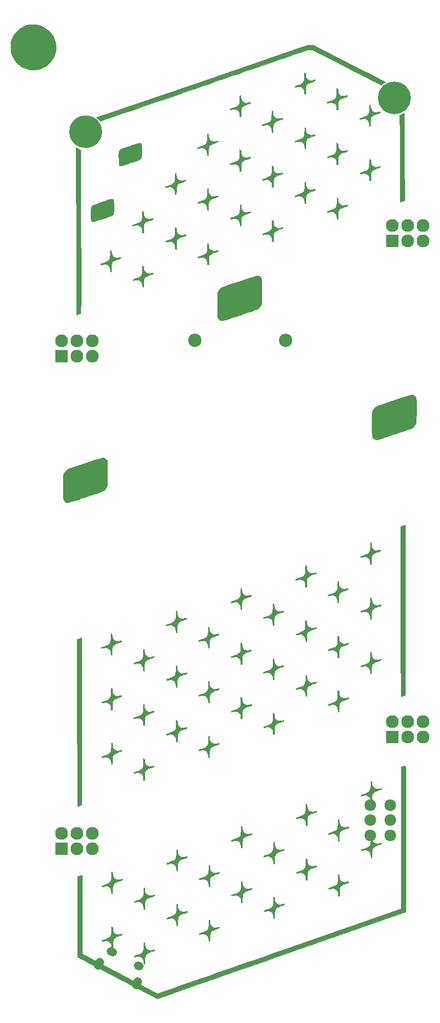
<source format=gbr>
G04 #@! TF.GenerationSoftware,KiCad,Pcbnew,(5.0.0-3-g5ebb6b6)*
G04 #@! TF.CreationDate,2019-05-30T13:54:23-04:00*
G04 #@! TF.ProjectId,HTHBadgeFinal,485448426164676546696E616C2E6B69,rev?*
G04 #@! TF.SameCoordinates,Original*
G04 #@! TF.FileFunction,Soldermask,Top*
G04 #@! TF.FilePolarity,Negative*
%FSLAX46Y46*%
G04 Gerber Fmt 4.6, Leading zero omitted, Abs format (unit mm)*
G04 Created by KiCad (PCBNEW (5.0.0-3-g5ebb6b6)) date Thursday, May 30, 2019 at 01:54:23 PM*
%MOMM*%
%LPD*%
G01*
G04 APERTURE LIST*
%ADD10C,0.010000*%
%ADD11C,2.127200*%
%ADD12O,2.127200X2.127200*%
%ADD13R,2.127200X2.127200*%
%ADD14C,1.924000*%
%ADD15C,2.200000*%
%ADD16C,1.350000*%
%ADD17C,1.350000*%
%ADD18C,1.400000*%
%ADD19C,1.400000*%
%ADD20C,5.400000*%
G04 APERTURE END LIST*
D10*
G04 #@! TO.C,G\002A\002A\002A*
G36*
X102039761Y-20349241D02*
X102193575Y-20364867D01*
X102347685Y-20394998D01*
X102530353Y-20442637D01*
X102551308Y-20448488D01*
X103081806Y-20626839D01*
X103549501Y-20849562D01*
X103967893Y-21124338D01*
X104350483Y-21458845D01*
X104380587Y-21489064D01*
X104731943Y-21903928D01*
X105014415Y-22361715D01*
X105226299Y-22853819D01*
X105365892Y-23371633D01*
X105431489Y-23906550D01*
X105421386Y-24449962D01*
X105333880Y-24993264D01*
X105175867Y-25505709D01*
X104953491Y-25968492D01*
X104659715Y-26398504D01*
X104304107Y-26787725D01*
X103896233Y-27128136D01*
X103445662Y-27411719D01*
X102961962Y-27630455D01*
X102470702Y-27772973D01*
X102258510Y-27803660D01*
X101990205Y-27821610D01*
X101693364Y-27826925D01*
X101395562Y-27819705D01*
X101124373Y-27800053D01*
X100907375Y-27768070D01*
X100903333Y-27767210D01*
X100383172Y-27613300D01*
X99894937Y-27385123D01*
X99445435Y-27089266D01*
X99041471Y-26732317D01*
X98689851Y-26320863D01*
X98397382Y-25861491D01*
X98170869Y-25360787D01*
X98062638Y-25017833D01*
X98009885Y-24745386D01*
X97977676Y-24423110D01*
X97966406Y-24079510D01*
X97976471Y-23743091D01*
X98008264Y-23442358D01*
X98038655Y-23287974D01*
X98217151Y-22728813D01*
X98463273Y-22219839D01*
X98774824Y-21763352D01*
X99149603Y-21361653D01*
X99585414Y-21017045D01*
X100080057Y-20731828D01*
X100631334Y-20508304D01*
X100721794Y-20479301D01*
X100918307Y-20424011D01*
X101102011Y-20387193D01*
X101303000Y-20364498D01*
X101551365Y-20351578D01*
X101619975Y-20349487D01*
X101857981Y-20345116D01*
X102039761Y-20349241D01*
X102039761Y-20349241D01*
G37*
X102039761Y-20349241D02*
X102193575Y-20364867D01*
X102347685Y-20394998D01*
X102530353Y-20442637D01*
X102551308Y-20448488D01*
X103081806Y-20626839D01*
X103549501Y-20849562D01*
X103967893Y-21124338D01*
X104350483Y-21458845D01*
X104380587Y-21489064D01*
X104731943Y-21903928D01*
X105014415Y-22361715D01*
X105226299Y-22853819D01*
X105365892Y-23371633D01*
X105431489Y-23906550D01*
X105421386Y-24449962D01*
X105333880Y-24993264D01*
X105175867Y-25505709D01*
X104953491Y-25968492D01*
X104659715Y-26398504D01*
X104304107Y-26787725D01*
X103896233Y-27128136D01*
X103445662Y-27411719D01*
X102961962Y-27630455D01*
X102470702Y-27772973D01*
X102258510Y-27803660D01*
X101990205Y-27821610D01*
X101693364Y-27826925D01*
X101395562Y-27819705D01*
X101124373Y-27800053D01*
X100907375Y-27768070D01*
X100903333Y-27767210D01*
X100383172Y-27613300D01*
X99894937Y-27385123D01*
X99445435Y-27089266D01*
X99041471Y-26732317D01*
X98689851Y-26320863D01*
X98397382Y-25861491D01*
X98170869Y-25360787D01*
X98062638Y-25017833D01*
X98009885Y-24745386D01*
X97977676Y-24423110D01*
X97966406Y-24079510D01*
X97976471Y-23743091D01*
X98008264Y-23442358D01*
X98038655Y-23287974D01*
X98217151Y-22728813D01*
X98463273Y-22219839D01*
X98774824Y-21763352D01*
X99149603Y-21361653D01*
X99585414Y-21017045D01*
X100080057Y-20731828D01*
X100631334Y-20508304D01*
X100721794Y-20479301D01*
X100918307Y-20424011D01*
X101102011Y-20387193D01*
X101303000Y-20364498D01*
X101551365Y-20351578D01*
X101619975Y-20349487D01*
X101857981Y-20345116D01*
X102039761Y-20349241D01*
G36*
X146615924Y-28345623D02*
X146647684Y-28372014D01*
X146662130Y-28438952D01*
X146666279Y-28565214D01*
X146666596Y-28626750D01*
X146701201Y-28931724D01*
X146802013Y-29185842D01*
X146967743Y-29386985D01*
X147197100Y-29533033D01*
X147225223Y-29545254D01*
X147450250Y-29603028D01*
X147698294Y-29593689D01*
X147957151Y-29526223D01*
X148087261Y-29483504D01*
X148179900Y-29456956D01*
X148212520Y-29452140D01*
X148230534Y-29496045D01*
X148248270Y-29550237D01*
X148253357Y-29602204D01*
X148219664Y-29641778D01*
X148130988Y-29681190D01*
X148031279Y-29714058D01*
X147684484Y-29827159D01*
X147409754Y-29928448D01*
X147196451Y-30024249D01*
X147033938Y-30120886D01*
X146911578Y-30224684D01*
X146818734Y-30341965D01*
X146744869Y-30478833D01*
X146712495Y-30565142D01*
X146690182Y-30668998D01*
X146676229Y-30807200D01*
X146668933Y-30996545D01*
X146666596Y-31251416D01*
X146665666Y-31854666D01*
X146559833Y-31854666D01*
X146503049Y-31849873D01*
X146471362Y-31822774D01*
X146457469Y-31754285D01*
X146454067Y-31625324D01*
X146454000Y-31578140D01*
X146424468Y-31277788D01*
X146334184Y-31034210D01*
X146180612Y-30842706D01*
X145986364Y-30711081D01*
X145789012Y-30629260D01*
X145601585Y-30600304D01*
X145394629Y-30622527D01*
X145223052Y-30667424D01*
X145076354Y-30709876D01*
X144965219Y-30738065D01*
X144910523Y-30746779D01*
X144908380Y-30745995D01*
X144890985Y-30698684D01*
X144881107Y-30654278D01*
X144886591Y-30618622D01*
X144924261Y-30581948D01*
X145005295Y-30538647D01*
X145140868Y-30483105D01*
X145342159Y-30409713D01*
X145429232Y-30379111D01*
X145746350Y-30262382D01*
X145990624Y-30152775D01*
X146171458Y-30037308D01*
X146298252Y-29902999D01*
X146380409Y-29736866D01*
X146427331Y-29525926D01*
X146448419Y-29257198D01*
X146453070Y-28965416D01*
X146454000Y-28341000D01*
X146559833Y-28341000D01*
X146615924Y-28345623D01*
X146615924Y-28345623D01*
G37*
X146615924Y-28345623D02*
X146647684Y-28372014D01*
X146662130Y-28438952D01*
X146666279Y-28565214D01*
X146666596Y-28626750D01*
X146701201Y-28931724D01*
X146802013Y-29185842D01*
X146967743Y-29386985D01*
X147197100Y-29533033D01*
X147225223Y-29545254D01*
X147450250Y-29603028D01*
X147698294Y-29593689D01*
X147957151Y-29526223D01*
X148087261Y-29483504D01*
X148179900Y-29456956D01*
X148212520Y-29452140D01*
X148230534Y-29496045D01*
X148248270Y-29550237D01*
X148253357Y-29602204D01*
X148219664Y-29641778D01*
X148130988Y-29681190D01*
X148031279Y-29714058D01*
X147684484Y-29827159D01*
X147409754Y-29928448D01*
X147196451Y-30024249D01*
X147033938Y-30120886D01*
X146911578Y-30224684D01*
X146818734Y-30341965D01*
X146744869Y-30478833D01*
X146712495Y-30565142D01*
X146690182Y-30668998D01*
X146676229Y-30807200D01*
X146668933Y-30996545D01*
X146666596Y-31251416D01*
X146665666Y-31854666D01*
X146559833Y-31854666D01*
X146503049Y-31849873D01*
X146471362Y-31822774D01*
X146457469Y-31754285D01*
X146454067Y-31625324D01*
X146454000Y-31578140D01*
X146424468Y-31277788D01*
X146334184Y-31034210D01*
X146180612Y-30842706D01*
X145986364Y-30711081D01*
X145789012Y-30629260D01*
X145601585Y-30600304D01*
X145394629Y-30622527D01*
X145223052Y-30667424D01*
X145076354Y-30709876D01*
X144965219Y-30738065D01*
X144910523Y-30746779D01*
X144908380Y-30745995D01*
X144890985Y-30698684D01*
X144881107Y-30654278D01*
X144886591Y-30618622D01*
X144924261Y-30581948D01*
X145005295Y-30538647D01*
X145140868Y-30483105D01*
X145342159Y-30409713D01*
X145429232Y-30379111D01*
X145746350Y-30262382D01*
X145990624Y-30152775D01*
X146171458Y-30037308D01*
X146298252Y-29902999D01*
X146380409Y-29736866D01*
X146427331Y-29525926D01*
X146448419Y-29257198D01*
X146453070Y-28965416D01*
X146454000Y-28341000D01*
X146559833Y-28341000D01*
X146615924Y-28345623D01*
G36*
X151948110Y-30927409D02*
X151979697Y-30951654D01*
X151994730Y-31014087D01*
X151999345Y-31132730D01*
X151999666Y-31234174D01*
X152027076Y-31524846D01*
X152112606Y-31760344D01*
X152261209Y-31951388D01*
X152373114Y-32042449D01*
X152588165Y-32145979D01*
X152841110Y-32190368D01*
X153106788Y-32172979D01*
X153253357Y-32134727D01*
X153406631Y-32086434D01*
X153499555Y-32071170D01*
X153550063Y-32089726D01*
X153576092Y-32142889D01*
X153577741Y-32148995D01*
X153578127Y-32187531D01*
X153548877Y-32223030D01*
X153477533Y-32262099D01*
X153351635Y-32311343D01*
X153158724Y-32377370D01*
X153127595Y-32387689D01*
X152852651Y-32481580D01*
X152645127Y-32560556D01*
X152490652Y-32631579D01*
X152374856Y-32701610D01*
X152283368Y-32777613D01*
X152247916Y-32813872D01*
X152157484Y-32918644D01*
X152091942Y-33019174D01*
X152047360Y-33131735D01*
X152019810Y-33272601D01*
X152005364Y-33458047D01*
X152000092Y-33704346D01*
X151999666Y-33842231D01*
X151999666Y-34479333D01*
X151893833Y-34479333D01*
X151837049Y-34474540D01*
X151805362Y-34447441D01*
X151791469Y-34378952D01*
X151788067Y-34249991D01*
X151788000Y-34202806D01*
X151753452Y-33896576D01*
X151654728Y-33640671D01*
X151499201Y-33440157D01*
X151294248Y-33300097D01*
X151047244Y-33225556D01*
X150765565Y-33221599D01*
X150461127Y-33291719D01*
X150335235Y-33329531D01*
X150248501Y-33345062D01*
X150221666Y-33337515D01*
X150207798Y-33268222D01*
X150197677Y-33238409D01*
X150206083Y-33205337D01*
X150261785Y-33165959D01*
X150374321Y-33115740D01*
X150553233Y-33050143D01*
X150695093Y-33001957D01*
X150968755Y-32907426D01*
X151174857Y-32827039D01*
X151327659Y-32753168D01*
X151441423Y-32678186D01*
X151530409Y-32594466D01*
X151586750Y-32525020D01*
X151663418Y-32408565D01*
X151718380Y-32286606D01*
X151754966Y-32142350D01*
X151776502Y-31959005D01*
X151786319Y-31719778D01*
X151788000Y-31509682D01*
X151788000Y-30923333D01*
X151893833Y-30923333D01*
X151948110Y-30927409D01*
X151948110Y-30927409D01*
G37*
X151948110Y-30927409D02*
X151979697Y-30951654D01*
X151994730Y-31014087D01*
X151999345Y-31132730D01*
X151999666Y-31234174D01*
X152027076Y-31524846D01*
X152112606Y-31760344D01*
X152261209Y-31951388D01*
X152373114Y-32042449D01*
X152588165Y-32145979D01*
X152841110Y-32190368D01*
X153106788Y-32172979D01*
X153253357Y-32134727D01*
X153406631Y-32086434D01*
X153499555Y-32071170D01*
X153550063Y-32089726D01*
X153576092Y-32142889D01*
X153577741Y-32148995D01*
X153578127Y-32187531D01*
X153548877Y-32223030D01*
X153477533Y-32262099D01*
X153351635Y-32311343D01*
X153158724Y-32377370D01*
X153127595Y-32387689D01*
X152852651Y-32481580D01*
X152645127Y-32560556D01*
X152490652Y-32631579D01*
X152374856Y-32701610D01*
X152283368Y-32777613D01*
X152247916Y-32813872D01*
X152157484Y-32918644D01*
X152091942Y-33019174D01*
X152047360Y-33131735D01*
X152019810Y-33272601D01*
X152005364Y-33458047D01*
X152000092Y-33704346D01*
X151999666Y-33842231D01*
X151999666Y-34479333D01*
X151893833Y-34479333D01*
X151837049Y-34474540D01*
X151805362Y-34447441D01*
X151791469Y-34378952D01*
X151788067Y-34249991D01*
X151788000Y-34202806D01*
X151753452Y-33896576D01*
X151654728Y-33640671D01*
X151499201Y-33440157D01*
X151294248Y-33300097D01*
X151047244Y-33225556D01*
X150765565Y-33221599D01*
X150461127Y-33291719D01*
X150335235Y-33329531D01*
X150248501Y-33345062D01*
X150221666Y-33337515D01*
X150207798Y-33268222D01*
X150197677Y-33238409D01*
X150206083Y-33205337D01*
X150261785Y-33165959D01*
X150374321Y-33115740D01*
X150553233Y-33050143D01*
X150695093Y-33001957D01*
X150968755Y-32907426D01*
X151174857Y-32827039D01*
X151327659Y-32753168D01*
X151441423Y-32678186D01*
X151530409Y-32594466D01*
X151586750Y-32525020D01*
X151663418Y-32408565D01*
X151718380Y-32286606D01*
X151754966Y-32142350D01*
X151776502Y-31959005D01*
X151786319Y-31719778D01*
X151788000Y-31509682D01*
X151788000Y-30923333D01*
X151893833Y-30923333D01*
X151948110Y-30927409D01*
G36*
X135926326Y-32080734D02*
X135950737Y-32138764D01*
X135955333Y-32233582D01*
X135964692Y-32376833D01*
X135988404Y-32548336D01*
X136003017Y-32625166D01*
X136091320Y-32851072D01*
X136244379Y-33049978D01*
X136443910Y-33206930D01*
X136671629Y-33306975D01*
X136872311Y-33336097D01*
X136959723Y-33323920D01*
X137095704Y-33291990D01*
X137229027Y-33253782D01*
X137394396Y-33207033D01*
X137495714Y-33193564D01*
X137547355Y-33214760D01*
X137563697Y-33272004D01*
X137564000Y-33286023D01*
X137542867Y-33323890D01*
X137473205Y-33368614D01*
X137345611Y-33424598D01*
X137150688Y-33496243D01*
X137018440Y-33541540D01*
X136721187Y-33649016D01*
X136494274Y-33750072D01*
X136324675Y-33853070D01*
X136199362Y-33966369D01*
X136105309Y-34098329D01*
X136081104Y-34143074D01*
X136047977Y-34218479D01*
X136024808Y-34303920D01*
X136009902Y-34415646D01*
X136001566Y-34569902D01*
X135998106Y-34782934D01*
X135997666Y-34943313D01*
X135997666Y-35580000D01*
X135891833Y-35580000D01*
X135834554Y-35575057D01*
X135802865Y-35547366D01*
X135789211Y-35477633D01*
X135786040Y-35346567D01*
X135786000Y-35309667D01*
X135749947Y-35016673D01*
X135644989Y-34762644D01*
X135475919Y-34556920D01*
X135351976Y-34464402D01*
X135130355Y-34359413D01*
X134903978Y-34322785D01*
X134652294Y-34352681D01*
X134517501Y-34389793D01*
X134350697Y-34435333D01*
X134247293Y-34442417D01*
X134194122Y-34408726D01*
X134178016Y-34331938D01*
X134177981Y-34329948D01*
X134215735Y-34301742D01*
X134319821Y-34254257D01*
X134475736Y-34193397D01*
X134668979Y-34125061D01*
X134738250Y-34101948D01*
X134970018Y-34023917D01*
X135138444Y-33961030D01*
X135261351Y-33904344D01*
X135356566Y-33844921D01*
X135441915Y-33773819D01*
X135495469Y-33722166D01*
X135600197Y-33607841D01*
X135676707Y-33493504D01*
X135729246Y-33363142D01*
X135762060Y-33200742D01*
X135779393Y-32990290D01*
X135785492Y-32715773D01*
X135785763Y-32627250D01*
X135786554Y-32400079D01*
X135790049Y-32244205D01*
X135798273Y-32146261D01*
X135813248Y-32092879D01*
X135836997Y-32070692D01*
X135870666Y-32066333D01*
X135926326Y-32080734D01*
X135926326Y-32080734D01*
G37*
X135926326Y-32080734D02*
X135950737Y-32138764D01*
X135955333Y-32233582D01*
X135964692Y-32376833D01*
X135988404Y-32548336D01*
X136003017Y-32625166D01*
X136091320Y-32851072D01*
X136244379Y-33049978D01*
X136443910Y-33206930D01*
X136671629Y-33306975D01*
X136872311Y-33336097D01*
X136959723Y-33323920D01*
X137095704Y-33291990D01*
X137229027Y-33253782D01*
X137394396Y-33207033D01*
X137495714Y-33193564D01*
X137547355Y-33214760D01*
X137563697Y-33272004D01*
X137564000Y-33286023D01*
X137542867Y-33323890D01*
X137473205Y-33368614D01*
X137345611Y-33424598D01*
X137150688Y-33496243D01*
X137018440Y-33541540D01*
X136721187Y-33649016D01*
X136494274Y-33750072D01*
X136324675Y-33853070D01*
X136199362Y-33966369D01*
X136105309Y-34098329D01*
X136081104Y-34143074D01*
X136047977Y-34218479D01*
X136024808Y-34303920D01*
X136009902Y-34415646D01*
X136001566Y-34569902D01*
X135998106Y-34782934D01*
X135997666Y-34943313D01*
X135997666Y-35580000D01*
X135891833Y-35580000D01*
X135834554Y-35575057D01*
X135802865Y-35547366D01*
X135789211Y-35477633D01*
X135786040Y-35346567D01*
X135786000Y-35309667D01*
X135749947Y-35016673D01*
X135644989Y-34762644D01*
X135475919Y-34556920D01*
X135351976Y-34464402D01*
X135130355Y-34359413D01*
X134903978Y-34322785D01*
X134652294Y-34352681D01*
X134517501Y-34389793D01*
X134350697Y-34435333D01*
X134247293Y-34442417D01*
X134194122Y-34408726D01*
X134178016Y-34331938D01*
X134177981Y-34329948D01*
X134215735Y-34301742D01*
X134319821Y-34254257D01*
X134475736Y-34193397D01*
X134668979Y-34125061D01*
X134738250Y-34101948D01*
X134970018Y-34023917D01*
X135138444Y-33961030D01*
X135261351Y-33904344D01*
X135356566Y-33844921D01*
X135441915Y-33773819D01*
X135495469Y-33722166D01*
X135600197Y-33607841D01*
X135676707Y-33493504D01*
X135729246Y-33363142D01*
X135762060Y-33200742D01*
X135779393Y-32990290D01*
X135785492Y-32715773D01*
X135785763Y-32627250D01*
X135786554Y-32400079D01*
X135790049Y-32244205D01*
X135798273Y-32146261D01*
X135813248Y-32092879D01*
X135836997Y-32070692D01*
X135870666Y-32066333D01*
X135926326Y-32080734D01*
G36*
X147922939Y-23769000D02*
X153697219Y-26715288D01*
X154353905Y-27050360D01*
X154991641Y-27375768D01*
X155606192Y-27689351D01*
X156193322Y-27988947D01*
X156748796Y-28272395D01*
X157268379Y-28537534D01*
X157747835Y-28782202D01*
X158182930Y-29004238D01*
X158569428Y-29201480D01*
X158903094Y-29371768D01*
X159179692Y-29512941D01*
X159394988Y-29622836D01*
X159544745Y-29699292D01*
X159624729Y-29740149D01*
X159635139Y-29745476D01*
X159798779Y-29829376D01*
X159635139Y-29937587D01*
X159499808Y-30036932D01*
X159357184Y-30155937D01*
X159314250Y-30195358D01*
X159157001Y-30344918D01*
X158446417Y-29981739D01*
X158320410Y-29917375D01*
X158124244Y-29817228D01*
X157863183Y-29683983D01*
X157542492Y-29520326D01*
X157167435Y-29328943D01*
X156743275Y-29112520D01*
X156275277Y-28873742D01*
X155768705Y-28615295D01*
X155228822Y-28339864D01*
X154660893Y-28050137D01*
X154070182Y-27748797D01*
X153461953Y-27438532D01*
X152841469Y-27122027D01*
X152748843Y-27074779D01*
X147761852Y-24531000D01*
X147030162Y-24531000D01*
X139196164Y-27224256D01*
X138390522Y-27501224D01*
X137595193Y-27774637D01*
X136814836Y-28042895D01*
X136054110Y-28304395D01*
X135317674Y-28557537D01*
X134610186Y-28800719D01*
X133936304Y-29032342D01*
X133300688Y-29250802D01*
X132707995Y-29454501D01*
X132162885Y-29641835D01*
X131670015Y-29811205D01*
X131234045Y-29961009D01*
X130859633Y-30089645D01*
X130551437Y-30195514D01*
X130314117Y-30277013D01*
X130155666Y-30331398D01*
X129993722Y-30386984D01*
X129756274Y-30468532D01*
X129447884Y-30574474D01*
X129073114Y-30703242D01*
X128636527Y-30853268D01*
X128142683Y-31022984D01*
X127596146Y-31210822D01*
X127001476Y-31415214D01*
X126363237Y-31634591D01*
X125685989Y-31867387D01*
X124974296Y-32112033D01*
X124232718Y-32366960D01*
X123465819Y-32630601D01*
X122678159Y-32901388D01*
X121874301Y-33177752D01*
X121058807Y-33458127D01*
X120871650Y-33522475D01*
X120073518Y-33796864D01*
X119296879Y-34063820D01*
X118545511Y-34322047D01*
X117823193Y-34570247D01*
X117133702Y-34807124D01*
X116480816Y-35031380D01*
X115868314Y-35241719D01*
X115299973Y-35436844D01*
X114779572Y-35615459D01*
X114310888Y-35776266D01*
X113897700Y-35917968D01*
X113543786Y-36039269D01*
X113252924Y-36138873D01*
X113028892Y-36215481D01*
X112875467Y-36267798D01*
X112796429Y-36294526D01*
X112785983Y-36297889D01*
X112753888Y-36269984D01*
X112673977Y-36196240D01*
X112559756Y-36089197D01*
X112473781Y-36007959D01*
X112169730Y-35719807D01*
X129555281Y-29743654D01*
X146940833Y-23767500D01*
X147922939Y-23769000D01*
X147922939Y-23769000D01*
G37*
X147922939Y-23769000D02*
X153697219Y-26715288D01*
X154353905Y-27050360D01*
X154991641Y-27375768D01*
X155606192Y-27689351D01*
X156193322Y-27988947D01*
X156748796Y-28272395D01*
X157268379Y-28537534D01*
X157747835Y-28782202D01*
X158182930Y-29004238D01*
X158569428Y-29201480D01*
X158903094Y-29371768D01*
X159179692Y-29512941D01*
X159394988Y-29622836D01*
X159544745Y-29699292D01*
X159624729Y-29740149D01*
X159635139Y-29745476D01*
X159798779Y-29829376D01*
X159635139Y-29937587D01*
X159499808Y-30036932D01*
X159357184Y-30155937D01*
X159314250Y-30195358D01*
X159157001Y-30344918D01*
X158446417Y-29981739D01*
X158320410Y-29917375D01*
X158124244Y-29817228D01*
X157863183Y-29683983D01*
X157542492Y-29520326D01*
X157167435Y-29328943D01*
X156743275Y-29112520D01*
X156275277Y-28873742D01*
X155768705Y-28615295D01*
X155228822Y-28339864D01*
X154660893Y-28050137D01*
X154070182Y-27748797D01*
X153461953Y-27438532D01*
X152841469Y-27122027D01*
X152748843Y-27074779D01*
X147761852Y-24531000D01*
X147030162Y-24531000D01*
X139196164Y-27224256D01*
X138390522Y-27501224D01*
X137595193Y-27774637D01*
X136814836Y-28042895D01*
X136054110Y-28304395D01*
X135317674Y-28557537D01*
X134610186Y-28800719D01*
X133936304Y-29032342D01*
X133300688Y-29250802D01*
X132707995Y-29454501D01*
X132162885Y-29641835D01*
X131670015Y-29811205D01*
X131234045Y-29961009D01*
X130859633Y-30089645D01*
X130551437Y-30195514D01*
X130314117Y-30277013D01*
X130155666Y-30331398D01*
X129993722Y-30386984D01*
X129756274Y-30468532D01*
X129447884Y-30574474D01*
X129073114Y-30703242D01*
X128636527Y-30853268D01*
X128142683Y-31022984D01*
X127596146Y-31210822D01*
X127001476Y-31415214D01*
X126363237Y-31634591D01*
X125685989Y-31867387D01*
X124974296Y-32112033D01*
X124232718Y-32366960D01*
X123465819Y-32630601D01*
X122678159Y-32901388D01*
X121874301Y-33177752D01*
X121058807Y-33458127D01*
X120871650Y-33522475D01*
X120073518Y-33796864D01*
X119296879Y-34063820D01*
X118545511Y-34322047D01*
X117823193Y-34570247D01*
X117133702Y-34807124D01*
X116480816Y-35031380D01*
X115868314Y-35241719D01*
X115299973Y-35436844D01*
X114779572Y-35615459D01*
X114310888Y-35776266D01*
X113897700Y-35917968D01*
X113543786Y-36039269D01*
X113252924Y-36138873D01*
X113028892Y-36215481D01*
X112875467Y-36267798D01*
X112796429Y-36294526D01*
X112785983Y-36297889D01*
X112753888Y-36269984D01*
X112673977Y-36196240D01*
X112559756Y-36089197D01*
X112473781Y-36007959D01*
X112169730Y-35719807D01*
X129555281Y-29743654D01*
X146940833Y-23767500D01*
X147922939Y-23769000D01*
G36*
X157330264Y-33645592D02*
X157356010Y-33695375D01*
X157373149Y-33798529D01*
X157385210Y-33949687D01*
X157429807Y-34242147D01*
X157525791Y-34473415D01*
X157679316Y-34653871D01*
X157881213Y-34786250D01*
X158087012Y-34869865D01*
X158281326Y-34897317D01*
X158492755Y-34869744D01*
X158668368Y-34817586D01*
X158827676Y-34771589D01*
X158925131Y-34768974D01*
X158973017Y-34812231D01*
X158983888Y-34881500D01*
X158946203Y-34909607D01*
X158842378Y-34957708D01*
X158686855Y-35019805D01*
X158494073Y-35089903D01*
X158423620Y-35114150D01*
X158190077Y-35195430D01*
X158019806Y-35261263D01*
X157895020Y-35320657D01*
X157797935Y-35382623D01*
X157710764Y-35456168D01*
X157669145Y-35496322D01*
X157562892Y-35614309D01*
X157485069Y-35737341D01*
X157431574Y-35881073D01*
X157398302Y-36061162D01*
X157381150Y-36293264D01*
X157376015Y-36593035D01*
X157376000Y-36614746D01*
X157375235Y-36834935D01*
X157371483Y-36984184D01*
X157362560Y-37076218D01*
X157346278Y-37124758D01*
X157320452Y-37143529D01*
X157291333Y-37146333D01*
X157239813Y-37134748D01*
X157214577Y-37085942D01*
X157206877Y-36978839D01*
X157206666Y-36942350D01*
X157193354Y-36772969D01*
X157159875Y-36588050D01*
X157143113Y-36524359D01*
X157037513Y-36305307D01*
X156870055Y-36116739D01*
X156660465Y-35973626D01*
X156428469Y-35890943D01*
X156289688Y-35876569D01*
X156202418Y-35888744D01*
X156066407Y-35920688D01*
X155931356Y-35959387D01*
X155766419Y-36003356D01*
X155664772Y-36008493D01*
X155613230Y-35972298D01*
X155598648Y-35896282D01*
X155636377Y-35867965D01*
X155740348Y-35820351D01*
X155895991Y-35759399D01*
X156088735Y-35691066D01*
X156153251Y-35669478D01*
X156412683Y-35579758D01*
X156604968Y-35502699D01*
X156745320Y-35431330D01*
X156848950Y-35358678D01*
X156868567Y-35341618D01*
X156978872Y-35232749D01*
X157060408Y-35123821D01*
X157117974Y-34999062D01*
X157156372Y-34842702D01*
X157180400Y-34638970D01*
X157194859Y-34372094D01*
X157198659Y-34257083D01*
X157206774Y-34013783D01*
X157215554Y-33842729D01*
X157226834Y-33731507D01*
X157242452Y-33667705D01*
X157264241Y-33638910D01*
X157291004Y-33632666D01*
X157330264Y-33645592D01*
X157330264Y-33645592D01*
G37*
X157330264Y-33645592D02*
X157356010Y-33695375D01*
X157373149Y-33798529D01*
X157385210Y-33949687D01*
X157429807Y-34242147D01*
X157525791Y-34473415D01*
X157679316Y-34653871D01*
X157881213Y-34786250D01*
X158087012Y-34869865D01*
X158281326Y-34897317D01*
X158492755Y-34869744D01*
X158668368Y-34817586D01*
X158827676Y-34771589D01*
X158925131Y-34768974D01*
X158973017Y-34812231D01*
X158983888Y-34881500D01*
X158946203Y-34909607D01*
X158842378Y-34957708D01*
X158686855Y-35019805D01*
X158494073Y-35089903D01*
X158423620Y-35114150D01*
X158190077Y-35195430D01*
X158019806Y-35261263D01*
X157895020Y-35320657D01*
X157797935Y-35382623D01*
X157710764Y-35456168D01*
X157669145Y-35496322D01*
X157562892Y-35614309D01*
X157485069Y-35737341D01*
X157431574Y-35881073D01*
X157398302Y-36061162D01*
X157381150Y-36293264D01*
X157376015Y-36593035D01*
X157376000Y-36614746D01*
X157375235Y-36834935D01*
X157371483Y-36984184D01*
X157362560Y-37076218D01*
X157346278Y-37124758D01*
X157320452Y-37143529D01*
X157291333Y-37146333D01*
X157239813Y-37134748D01*
X157214577Y-37085942D01*
X157206877Y-36978839D01*
X157206666Y-36942350D01*
X157193354Y-36772969D01*
X157159875Y-36588050D01*
X157143113Y-36524359D01*
X157037513Y-36305307D01*
X156870055Y-36116739D01*
X156660465Y-35973626D01*
X156428469Y-35890943D01*
X156289688Y-35876569D01*
X156202418Y-35888744D01*
X156066407Y-35920688D01*
X155931356Y-35959387D01*
X155766419Y-36003356D01*
X155664772Y-36008493D01*
X155613230Y-35972298D01*
X155598648Y-35896282D01*
X155636377Y-35867965D01*
X155740348Y-35820351D01*
X155895991Y-35759399D01*
X156088735Y-35691066D01*
X156153251Y-35669478D01*
X156412683Y-35579758D01*
X156604968Y-35502699D01*
X156745320Y-35431330D01*
X156848950Y-35358678D01*
X156868567Y-35341618D01*
X156978872Y-35232749D01*
X157060408Y-35123821D01*
X157117974Y-34999062D01*
X157156372Y-34842702D01*
X157180400Y-34638970D01*
X157194859Y-34372094D01*
X157198659Y-34257083D01*
X157206774Y-34013783D01*
X157215554Y-33842729D01*
X157226834Y-33731507D01*
X157242452Y-33667705D01*
X157264241Y-33638910D01*
X157291004Y-33632666D01*
X157330264Y-33645592D01*
G36*
X141244830Y-34654907D02*
X141275599Y-34687262D01*
X141287483Y-34766180D01*
X141289333Y-34887171D01*
X141314133Y-35177264D01*
X141392486Y-35416228D01*
X141514575Y-35604252D01*
X141710865Y-35779959D01*
X141946983Y-35883337D01*
X142216643Y-35913063D01*
X142513554Y-35867811D01*
X142616206Y-35836280D01*
X142742097Y-35798468D01*
X142828831Y-35782937D01*
X142855666Y-35790484D01*
X142869534Y-35859777D01*
X142879656Y-35889590D01*
X142871249Y-35922662D01*
X142815548Y-35962040D01*
X142703011Y-36012259D01*
X142524100Y-36077856D01*
X142382239Y-36126042D01*
X142108578Y-36220573D01*
X141902476Y-36300960D01*
X141749673Y-36374831D01*
X141635909Y-36449813D01*
X141546924Y-36533533D01*
X141490583Y-36602979D01*
X141413915Y-36719434D01*
X141358952Y-36841393D01*
X141322367Y-36985649D01*
X141300830Y-37168994D01*
X141291013Y-37408221D01*
X141289333Y-37618317D01*
X141288547Y-37851916D01*
X141285031Y-38013845D01*
X141277047Y-38117093D01*
X141262857Y-38174651D01*
X141240721Y-38199509D01*
X141210878Y-38204666D01*
X141169366Y-38193183D01*
X141141680Y-38147525D01*
X141122254Y-38050877D01*
X141105522Y-37886426D01*
X141105521Y-37886413D01*
X141054620Y-37580028D01*
X140956149Y-37337998D01*
X140804836Y-37151335D01*
X140595411Y-37011052D01*
X140590833Y-37008776D01*
X140392575Y-36934216D01*
X140195309Y-36915579D01*
X139970952Y-36951726D01*
X139872635Y-36979624D01*
X139688229Y-37028518D01*
X139576550Y-37038557D01*
X139542876Y-37025476D01*
X139513751Y-36974327D01*
X139536789Y-36923295D01*
X139619286Y-36867679D01*
X139768540Y-36802780D01*
X139991846Y-36723896D01*
X140031275Y-36710864D01*
X140301269Y-36617263D01*
X140505838Y-36532504D01*
X140662145Y-36446793D01*
X140787356Y-36350337D01*
X140898635Y-36233343D01*
X140925570Y-36200631D01*
X141056500Y-36038096D01*
X141083364Y-34648666D01*
X141186348Y-34648666D01*
X141244830Y-34654907D01*
X141244830Y-34654907D01*
G37*
X141244830Y-34654907D02*
X141275599Y-34687262D01*
X141287483Y-34766180D01*
X141289333Y-34887171D01*
X141314133Y-35177264D01*
X141392486Y-35416228D01*
X141514575Y-35604252D01*
X141710865Y-35779959D01*
X141946983Y-35883337D01*
X142216643Y-35913063D01*
X142513554Y-35867811D01*
X142616206Y-35836280D01*
X142742097Y-35798468D01*
X142828831Y-35782937D01*
X142855666Y-35790484D01*
X142869534Y-35859777D01*
X142879656Y-35889590D01*
X142871249Y-35922662D01*
X142815548Y-35962040D01*
X142703011Y-36012259D01*
X142524100Y-36077856D01*
X142382239Y-36126042D01*
X142108578Y-36220573D01*
X141902476Y-36300960D01*
X141749673Y-36374831D01*
X141635909Y-36449813D01*
X141546924Y-36533533D01*
X141490583Y-36602979D01*
X141413915Y-36719434D01*
X141358952Y-36841393D01*
X141322367Y-36985649D01*
X141300830Y-37168994D01*
X141291013Y-37408221D01*
X141289333Y-37618317D01*
X141288547Y-37851916D01*
X141285031Y-38013845D01*
X141277047Y-38117093D01*
X141262857Y-38174651D01*
X141240721Y-38199509D01*
X141210878Y-38204666D01*
X141169366Y-38193183D01*
X141141680Y-38147525D01*
X141122254Y-38050877D01*
X141105522Y-37886426D01*
X141105521Y-37886413D01*
X141054620Y-37580028D01*
X140956149Y-37337998D01*
X140804836Y-37151335D01*
X140595411Y-37011052D01*
X140590833Y-37008776D01*
X140392575Y-36934216D01*
X140195309Y-36915579D01*
X139970952Y-36951726D01*
X139872635Y-36979624D01*
X139688229Y-37028518D01*
X139576550Y-37038557D01*
X139542876Y-37025476D01*
X139513751Y-36974327D01*
X139536789Y-36923295D01*
X139619286Y-36867679D01*
X139768540Y-36802780D01*
X139991846Y-36723896D01*
X140031275Y-36710864D01*
X140301269Y-36617263D01*
X140505838Y-36532504D01*
X140662145Y-36446793D01*
X140787356Y-36350337D01*
X140898635Y-36233343D01*
X140925570Y-36200631D01*
X141056500Y-36038096D01*
X141083364Y-34648666D01*
X141186348Y-34648666D01*
X141244830Y-34654907D01*
G36*
X146634584Y-37413465D02*
X146658543Y-37466590D01*
X146665572Y-37580299D01*
X146665666Y-37604316D01*
X146699663Y-37908829D01*
X146797582Y-38172848D01*
X146953313Y-38387573D01*
X147160747Y-38544199D01*
X147374285Y-38625349D01*
X147513771Y-38651580D01*
X147636871Y-38651985D01*
X147783415Y-38624972D01*
X147858006Y-38606004D01*
X148040069Y-38559314D01*
X148155683Y-38536000D01*
X148219781Y-38536092D01*
X148247297Y-38559622D01*
X148253166Y-38606622D01*
X148253166Y-38606833D01*
X148241101Y-38645671D01*
X148197150Y-38684901D01*
X148109681Y-38730343D01*
X147967061Y-38787818D01*
X147757659Y-38863148D01*
X147702833Y-38882223D01*
X147435390Y-38978264D01*
X147235150Y-39059824D01*
X147087727Y-39135033D01*
X146978732Y-39212021D01*
X146893777Y-39298919D01*
X146841704Y-39368833D01*
X146770900Y-39500126D01*
X146720340Y-39664164D01*
X146687698Y-39874581D01*
X146670651Y-40145015D01*
X146666701Y-40395416D01*
X146665314Y-40612946D01*
X146660761Y-40759609D01*
X146650909Y-40849197D01*
X146633629Y-40895503D01*
X146606787Y-40912321D01*
X146586567Y-40914000D01*
X146544827Y-40903197D01*
X146518033Y-40859377D01*
X146500761Y-40765417D01*
X146487586Y-40604198D01*
X146487378Y-40600974D01*
X146433460Y-40290492D01*
X146319245Y-40036546D01*
X146151105Y-39843479D01*
X145935414Y-39715638D01*
X145678542Y-39657368D01*
X145386861Y-39673013D01*
X145195897Y-39720288D01*
X145054340Y-39763950D01*
X144973373Y-39781902D01*
X144932926Y-39774168D01*
X144912926Y-39740772D01*
X144906282Y-39720628D01*
X144890938Y-39648607D01*
X144894384Y-39626271D01*
X144937716Y-39608723D01*
X145044730Y-39569495D01*
X145199060Y-39514493D01*
X145374500Y-39453041D01*
X145662224Y-39350082D01*
X145881746Y-39262384D01*
X146046152Y-39181533D01*
X146168529Y-39099115D01*
X146261963Y-39006717D01*
X146339541Y-38895923D01*
X146394338Y-38797333D01*
X146426921Y-38718118D01*
X146450830Y-38614304D01*
X146467932Y-38470596D01*
X146480090Y-38271700D01*
X146488571Y-38024750D01*
X146495903Y-37782490D01*
X146503831Y-37612297D01*
X146514311Y-37501581D01*
X146529300Y-37437754D01*
X146550754Y-37408227D01*
X146580630Y-37400411D01*
X146585614Y-37400333D01*
X146634584Y-37413465D01*
X146634584Y-37413465D01*
G37*
X146634584Y-37413465D02*
X146658543Y-37466590D01*
X146665572Y-37580299D01*
X146665666Y-37604316D01*
X146699663Y-37908829D01*
X146797582Y-38172848D01*
X146953313Y-38387573D01*
X147160747Y-38544199D01*
X147374285Y-38625349D01*
X147513771Y-38651580D01*
X147636871Y-38651985D01*
X147783415Y-38624972D01*
X147858006Y-38606004D01*
X148040069Y-38559314D01*
X148155683Y-38536000D01*
X148219781Y-38536092D01*
X148247297Y-38559622D01*
X148253166Y-38606622D01*
X148253166Y-38606833D01*
X148241101Y-38645671D01*
X148197150Y-38684901D01*
X148109681Y-38730343D01*
X147967061Y-38787818D01*
X147757659Y-38863148D01*
X147702833Y-38882223D01*
X147435390Y-38978264D01*
X147235150Y-39059824D01*
X147087727Y-39135033D01*
X146978732Y-39212021D01*
X146893777Y-39298919D01*
X146841704Y-39368833D01*
X146770900Y-39500126D01*
X146720340Y-39664164D01*
X146687698Y-39874581D01*
X146670651Y-40145015D01*
X146666701Y-40395416D01*
X146665314Y-40612946D01*
X146660761Y-40759609D01*
X146650909Y-40849197D01*
X146633629Y-40895503D01*
X146606787Y-40912321D01*
X146586567Y-40914000D01*
X146544827Y-40903197D01*
X146518033Y-40859377D01*
X146500761Y-40765417D01*
X146487586Y-40604198D01*
X146487378Y-40600974D01*
X146433460Y-40290492D01*
X146319245Y-40036546D01*
X146151105Y-39843479D01*
X145935414Y-39715638D01*
X145678542Y-39657368D01*
X145386861Y-39673013D01*
X145195897Y-39720288D01*
X145054340Y-39763950D01*
X144973373Y-39781902D01*
X144932926Y-39774168D01*
X144912926Y-39740772D01*
X144906282Y-39720628D01*
X144890938Y-39648607D01*
X144894384Y-39626271D01*
X144937716Y-39608723D01*
X145044730Y-39569495D01*
X145199060Y-39514493D01*
X145374500Y-39453041D01*
X145662224Y-39350082D01*
X145881746Y-39262384D01*
X146046152Y-39181533D01*
X146168529Y-39099115D01*
X146261963Y-39006717D01*
X146339541Y-38895923D01*
X146394338Y-38797333D01*
X146426921Y-38718118D01*
X146450830Y-38614304D01*
X146467932Y-38470596D01*
X146480090Y-38271700D01*
X146488571Y-38024750D01*
X146495903Y-37782490D01*
X146503831Y-37612297D01*
X146514311Y-37501581D01*
X146529300Y-37437754D01*
X146550754Y-37408227D01*
X146580630Y-37400411D01*
X146585614Y-37400333D01*
X146634584Y-37413465D01*
G36*
X130571590Y-38463290D02*
X130603351Y-38489681D01*
X130617797Y-38556618D01*
X130621945Y-38682881D01*
X130622263Y-38744416D01*
X130649892Y-39030756D01*
X130734625Y-39264133D01*
X130882327Y-39458984D01*
X130931030Y-39504470D01*
X131136811Y-39644494D01*
X131360213Y-39712894D01*
X131613183Y-39711479D01*
X131885566Y-39649060D01*
X132039796Y-39604820D01*
X132130835Y-39592363D01*
X132174709Y-39613587D01*
X132187444Y-39670391D01*
X132187666Y-39684854D01*
X132161992Y-39725305D01*
X132079440Y-39774491D01*
X131931720Y-39836389D01*
X131710541Y-39914971D01*
X131700509Y-39918362D01*
X131421358Y-40016274D01*
X131209812Y-40100898D01*
X131051544Y-40180303D01*
X130932229Y-40262553D01*
X130837542Y-40355715D01*
X130771260Y-40441580D01*
X130723016Y-40512190D01*
X130688363Y-40575483D01*
X130664714Y-40647042D01*
X130649482Y-40742450D01*
X130640080Y-40877289D01*
X130633922Y-41067143D01*
X130629003Y-41298470D01*
X130615507Y-41972333D01*
X130512586Y-41972333D01*
X130457832Y-41967320D01*
X130427012Y-41939715D01*
X130413271Y-41870668D01*
X130409753Y-41741331D01*
X130409666Y-41689365D01*
X130374890Y-41394817D01*
X130274290Y-41142212D01*
X130113459Y-40939863D01*
X129897990Y-40796080D01*
X129777956Y-40750653D01*
X129622648Y-40713776D01*
X129480323Y-40707401D01*
X129319971Y-40733200D01*
X129134672Y-40785289D01*
X128998349Y-40826121D01*
X128899391Y-40852741D01*
X128859758Y-40859372D01*
X128846635Y-40816089D01*
X128836774Y-40766463D01*
X128840165Y-40729273D01*
X128871934Y-40693290D01*
X128943728Y-40652532D01*
X129067190Y-40601015D01*
X129253969Y-40532759D01*
X129372500Y-40491262D01*
X129587413Y-40413058D01*
X129784436Y-40334905D01*
X129943877Y-40265053D01*
X130046045Y-40211751D01*
X130056773Y-40204593D01*
X130152391Y-40111164D01*
X130250867Y-39976328D01*
X130300190Y-39889399D01*
X130343673Y-39796688D01*
X130373841Y-39710885D01*
X130393109Y-39613786D01*
X130403893Y-39487190D01*
X130408607Y-39312893D01*
X130409666Y-39072691D01*
X130409666Y-38458666D01*
X130515500Y-38458666D01*
X130571590Y-38463290D01*
X130571590Y-38463290D01*
G37*
X130571590Y-38463290D02*
X130603351Y-38489681D01*
X130617797Y-38556618D01*
X130621945Y-38682881D01*
X130622263Y-38744416D01*
X130649892Y-39030756D01*
X130734625Y-39264133D01*
X130882327Y-39458984D01*
X130931030Y-39504470D01*
X131136811Y-39644494D01*
X131360213Y-39712894D01*
X131613183Y-39711479D01*
X131885566Y-39649060D01*
X132039796Y-39604820D01*
X132130835Y-39592363D01*
X132174709Y-39613587D01*
X132187444Y-39670391D01*
X132187666Y-39684854D01*
X132161992Y-39725305D01*
X132079440Y-39774491D01*
X131931720Y-39836389D01*
X131710541Y-39914971D01*
X131700509Y-39918362D01*
X131421358Y-40016274D01*
X131209812Y-40100898D01*
X131051544Y-40180303D01*
X130932229Y-40262553D01*
X130837542Y-40355715D01*
X130771260Y-40441580D01*
X130723016Y-40512190D01*
X130688363Y-40575483D01*
X130664714Y-40647042D01*
X130649482Y-40742450D01*
X130640080Y-40877289D01*
X130633922Y-41067143D01*
X130629003Y-41298470D01*
X130615507Y-41972333D01*
X130512586Y-41972333D01*
X130457832Y-41967320D01*
X130427012Y-41939715D01*
X130413271Y-41870668D01*
X130409753Y-41741331D01*
X130409666Y-41689365D01*
X130374890Y-41394817D01*
X130274290Y-41142212D01*
X130113459Y-40939863D01*
X129897990Y-40796080D01*
X129777956Y-40750653D01*
X129622648Y-40713776D01*
X129480323Y-40707401D01*
X129319971Y-40733200D01*
X129134672Y-40785289D01*
X128998349Y-40826121D01*
X128899391Y-40852741D01*
X128859758Y-40859372D01*
X128846635Y-40816089D01*
X128836774Y-40766463D01*
X128840165Y-40729273D01*
X128871934Y-40693290D01*
X128943728Y-40652532D01*
X129067190Y-40601015D01*
X129253969Y-40532759D01*
X129372500Y-40491262D01*
X129587413Y-40413058D01*
X129784436Y-40334905D01*
X129943877Y-40265053D01*
X130046045Y-40211751D01*
X130056773Y-40204593D01*
X130152391Y-40111164D01*
X130250867Y-39976328D01*
X130300190Y-39889399D01*
X130343673Y-39796688D01*
X130373841Y-39710885D01*
X130393109Y-39613786D01*
X130403893Y-39487190D01*
X130408607Y-39312893D01*
X130409666Y-39072691D01*
X130409666Y-38458666D01*
X130515500Y-38458666D01*
X130571590Y-38463290D01*
G36*
X151938662Y-39987784D02*
X151970090Y-40014636D01*
X151988823Y-40080469D01*
X152001008Y-40202530D01*
X152008261Y-40319055D01*
X152024983Y-40512023D01*
X152053653Y-40650073D01*
X152102028Y-40762852D01*
X152141062Y-40826694D01*
X152326610Y-41038710D01*
X152550523Y-41176814D01*
X152806792Y-41239202D01*
X153089408Y-41224071D01*
X153287195Y-41170831D01*
X153418322Y-41126908D01*
X153512225Y-41099271D01*
X153546520Y-41093807D01*
X153564534Y-41137712D01*
X153582270Y-41191904D01*
X153587357Y-41243871D01*
X153553664Y-41283444D01*
X153464988Y-41322857D01*
X153365279Y-41355725D01*
X153018484Y-41468826D01*
X152743754Y-41570114D01*
X152530451Y-41665916D01*
X152367938Y-41762553D01*
X152245578Y-41866350D01*
X152152734Y-41983631D01*
X152078869Y-42120500D01*
X152046495Y-42206809D01*
X152024182Y-42310665D01*
X152010229Y-42448866D01*
X152002933Y-42638212D01*
X152000596Y-42893083D01*
X151999666Y-43496333D01*
X151893833Y-43496333D01*
X151838662Y-43492009D01*
X151807023Y-43466774D01*
X151792382Y-43402228D01*
X151788206Y-43279974D01*
X151788000Y-43198313D01*
X151753732Y-42901262D01*
X151653107Y-42653168D01*
X151489396Y-42458380D01*
X151265867Y-42321250D01*
X151085984Y-42264179D01*
X150954096Y-42240521D01*
X150840844Y-42239808D01*
X150710920Y-42264727D01*
X150578109Y-42302825D01*
X150406593Y-42351197D01*
X150299794Y-42368230D01*
X150243366Y-42352870D01*
X150222960Y-42304065D01*
X150221666Y-42276643D01*
X150242798Y-42238776D01*
X150312461Y-42194051D01*
X150440054Y-42138068D01*
X150634978Y-42066423D01*
X150767226Y-42021126D01*
X151085149Y-41907154D01*
X151329710Y-41797576D01*
X151510381Y-41679260D01*
X151636633Y-41539073D01*
X151717937Y-41363884D01*
X151763764Y-41140561D01*
X151783586Y-40855970D01*
X151787070Y-40607083D01*
X151788000Y-39982666D01*
X151888394Y-39982666D01*
X151938662Y-39987784D01*
X151938662Y-39987784D01*
G37*
X151938662Y-39987784D02*
X151970090Y-40014636D01*
X151988823Y-40080469D01*
X152001008Y-40202530D01*
X152008261Y-40319055D01*
X152024983Y-40512023D01*
X152053653Y-40650073D01*
X152102028Y-40762852D01*
X152141062Y-40826694D01*
X152326610Y-41038710D01*
X152550523Y-41176814D01*
X152806792Y-41239202D01*
X153089408Y-41224071D01*
X153287195Y-41170831D01*
X153418322Y-41126908D01*
X153512225Y-41099271D01*
X153546520Y-41093807D01*
X153564534Y-41137712D01*
X153582270Y-41191904D01*
X153587357Y-41243871D01*
X153553664Y-41283444D01*
X153464988Y-41322857D01*
X153365279Y-41355725D01*
X153018484Y-41468826D01*
X152743754Y-41570114D01*
X152530451Y-41665916D01*
X152367938Y-41762553D01*
X152245578Y-41866350D01*
X152152734Y-41983631D01*
X152078869Y-42120500D01*
X152046495Y-42206809D01*
X152024182Y-42310665D01*
X152010229Y-42448866D01*
X152002933Y-42638212D01*
X152000596Y-42893083D01*
X151999666Y-43496333D01*
X151893833Y-43496333D01*
X151838662Y-43492009D01*
X151807023Y-43466774D01*
X151792382Y-43402228D01*
X151788206Y-43279974D01*
X151788000Y-43198313D01*
X151753732Y-42901262D01*
X151653107Y-42653168D01*
X151489396Y-42458380D01*
X151265867Y-42321250D01*
X151085984Y-42264179D01*
X150954096Y-42240521D01*
X150840844Y-42239808D01*
X150710920Y-42264727D01*
X150578109Y-42302825D01*
X150406593Y-42351197D01*
X150299794Y-42368230D01*
X150243366Y-42352870D01*
X150222960Y-42304065D01*
X150221666Y-42276643D01*
X150242798Y-42238776D01*
X150312461Y-42194051D01*
X150440054Y-42138068D01*
X150634978Y-42066423D01*
X150767226Y-42021126D01*
X151085149Y-41907154D01*
X151329710Y-41797576D01*
X151510381Y-41679260D01*
X151636633Y-41539073D01*
X151717937Y-41363884D01*
X151763764Y-41140561D01*
X151783586Y-40855970D01*
X151787070Y-40607083D01*
X151788000Y-39982666D01*
X151888394Y-39982666D01*
X151938662Y-39987784D01*
G36*
X119344839Y-39945739D02*
X119416493Y-39964917D01*
X119471337Y-40007405D01*
X119511601Y-40082095D01*
X119539517Y-40197877D01*
X119557316Y-40363644D01*
X119567230Y-40588287D01*
X119571490Y-40880696D01*
X119572333Y-41208909D01*
X119571352Y-41562181D01*
X119567134Y-41841691D01*
X119557770Y-42058338D01*
X119541349Y-42223016D01*
X119515961Y-42346621D01*
X119479695Y-42440050D01*
X119430640Y-42514199D01*
X119366886Y-42579963D01*
X119325648Y-42615848D01*
X119256521Y-42653709D01*
X119117921Y-42713171D01*
X118921124Y-42790377D01*
X118677405Y-42881470D01*
X118398039Y-42982593D01*
X118094302Y-43089890D01*
X117777469Y-43199504D01*
X117458817Y-43307577D01*
X117149620Y-43410254D01*
X116861154Y-43503676D01*
X116604695Y-43583988D01*
X116391518Y-43647332D01*
X116232899Y-43689852D01*
X116140113Y-43707691D01*
X116132741Y-43708000D01*
X116015265Y-43679807D01*
X115938049Y-43629716D01*
X115912705Y-43597108D01*
X115892723Y-43548853D01*
X115877029Y-43474154D01*
X115864551Y-43362213D01*
X115854215Y-43202234D01*
X115844949Y-42983420D01*
X115835680Y-42694974D01*
X115831819Y-42560799D01*
X115825387Y-42270123D01*
X115822707Y-41999447D01*
X115823660Y-41763054D01*
X115828125Y-41575224D01*
X115835985Y-41450240D01*
X115841414Y-41414654D01*
X115908277Y-41239124D01*
X116011425Y-41078997D01*
X116129915Y-40965284D01*
X116155265Y-40949947D01*
X116233044Y-40916711D01*
X116377662Y-40862918D01*
X116577922Y-40792214D01*
X116822624Y-40708246D01*
X117100571Y-40614660D01*
X117400562Y-40515101D01*
X117711401Y-40413217D01*
X118021887Y-40312653D01*
X118320823Y-40217055D01*
X118597010Y-40130070D01*
X118839249Y-40055343D01*
X119036341Y-39996522D01*
X119177089Y-39957251D01*
X119250293Y-39941178D01*
X119254143Y-39940981D01*
X119344839Y-39945739D01*
X119344839Y-39945739D01*
G37*
X119344839Y-39945739D02*
X119416493Y-39964917D01*
X119471337Y-40007405D01*
X119511601Y-40082095D01*
X119539517Y-40197877D01*
X119557316Y-40363644D01*
X119567230Y-40588287D01*
X119571490Y-40880696D01*
X119572333Y-41208909D01*
X119571352Y-41562181D01*
X119567134Y-41841691D01*
X119557770Y-42058338D01*
X119541349Y-42223016D01*
X119515961Y-42346621D01*
X119479695Y-42440050D01*
X119430640Y-42514199D01*
X119366886Y-42579963D01*
X119325648Y-42615848D01*
X119256521Y-42653709D01*
X119117921Y-42713171D01*
X118921124Y-42790377D01*
X118677405Y-42881470D01*
X118398039Y-42982593D01*
X118094302Y-43089890D01*
X117777469Y-43199504D01*
X117458817Y-43307577D01*
X117149620Y-43410254D01*
X116861154Y-43503676D01*
X116604695Y-43583988D01*
X116391518Y-43647332D01*
X116232899Y-43689852D01*
X116140113Y-43707691D01*
X116132741Y-43708000D01*
X116015265Y-43679807D01*
X115938049Y-43629716D01*
X115912705Y-43597108D01*
X115892723Y-43548853D01*
X115877029Y-43474154D01*
X115864551Y-43362213D01*
X115854215Y-43202234D01*
X115844949Y-42983420D01*
X115835680Y-42694974D01*
X115831819Y-42560799D01*
X115825387Y-42270123D01*
X115822707Y-41999447D01*
X115823660Y-41763054D01*
X115828125Y-41575224D01*
X115835985Y-41450240D01*
X115841414Y-41414654D01*
X115908277Y-41239124D01*
X116011425Y-41078997D01*
X116129915Y-40965284D01*
X116155265Y-40949947D01*
X116233044Y-40916711D01*
X116377662Y-40862918D01*
X116577922Y-40792214D01*
X116822624Y-40708246D01*
X117100571Y-40614660D01*
X117400562Y-40515101D01*
X117711401Y-40413217D01*
X118021887Y-40312653D01*
X118320823Y-40217055D01*
X118597010Y-40130070D01*
X118839249Y-40055343D01*
X119036341Y-39996522D01*
X119177089Y-39957251D01*
X119250293Y-39941178D01*
X119254143Y-39940981D01*
X119344839Y-39945739D01*
G36*
X135947735Y-41087865D02*
X135979403Y-41113934D01*
X135993711Y-41180247D01*
X135997533Y-41305511D01*
X135997666Y-41371354D01*
X136031562Y-41675769D01*
X136130682Y-41932207D01*
X136291175Y-42135406D01*
X136509189Y-42280102D01*
X136712511Y-42348048D01*
X136838998Y-42365875D01*
X136973915Y-42358966D01*
X137147681Y-42324893D01*
X137216699Y-42307794D01*
X137368154Y-42269347D01*
X137483239Y-42240677D01*
X137541477Y-42226871D01*
X137544667Y-42226333D01*
X137561476Y-42260973D01*
X137575258Y-42307147D01*
X137581208Y-42339043D01*
X137573501Y-42366657D01*
X137541803Y-42394928D01*
X137475775Y-42428797D01*
X137365082Y-42473207D01*
X137199388Y-42533097D01*
X136968355Y-42613409D01*
X136847327Y-42655116D01*
X136562934Y-42768073D01*
X136350179Y-42889782D01*
X136196038Y-43029802D01*
X136087487Y-43197695D01*
X136076617Y-43220803D01*
X136044923Y-43305510D01*
X136022890Y-43407385D01*
X136008909Y-43542801D01*
X136001372Y-43728132D01*
X135998671Y-43979752D01*
X135998596Y-44014916D01*
X135997666Y-44639333D01*
X135891833Y-44639333D01*
X135836887Y-44635072D01*
X135805259Y-44610089D01*
X135790518Y-44546081D01*
X135786232Y-44424744D01*
X135786000Y-44338145D01*
X135778879Y-44150162D01*
X135751964Y-44008277D01*
X135696926Y-43874702D01*
X135674436Y-43831979D01*
X135512399Y-43614324D01*
X135304136Y-43465074D01*
X135056535Y-43386696D01*
X134776480Y-43381657D01*
X134547225Y-43428087D01*
X134389351Y-43472173D01*
X134294056Y-43490568D01*
X134243083Y-43482758D01*
X134218174Y-43448229D01*
X134209208Y-43418578D01*
X134211495Y-43381036D01*
X134247334Y-43344129D01*
X134328803Y-43301424D01*
X134467986Y-43246491D01*
X134659354Y-43178949D01*
X134932183Y-43082526D01*
X135137948Y-43002700D01*
X135290907Y-42932508D01*
X135405318Y-42864990D01*
X135495440Y-42793182D01*
X135540337Y-42748793D01*
X135630464Y-42642009D01*
X135696037Y-42529586D01*
X135740716Y-42395875D01*
X135768162Y-42225228D01*
X135782035Y-42001998D01*
X135785995Y-41710537D01*
X135786000Y-41698526D01*
X135786000Y-41083333D01*
X135891833Y-41083333D01*
X135947735Y-41087865D01*
X135947735Y-41087865D01*
G37*
X135947735Y-41087865D02*
X135979403Y-41113934D01*
X135993711Y-41180247D01*
X135997533Y-41305511D01*
X135997666Y-41371354D01*
X136031562Y-41675769D01*
X136130682Y-41932207D01*
X136291175Y-42135406D01*
X136509189Y-42280102D01*
X136712511Y-42348048D01*
X136838998Y-42365875D01*
X136973915Y-42358966D01*
X137147681Y-42324893D01*
X137216699Y-42307794D01*
X137368154Y-42269347D01*
X137483239Y-42240677D01*
X137541477Y-42226871D01*
X137544667Y-42226333D01*
X137561476Y-42260973D01*
X137575258Y-42307147D01*
X137581208Y-42339043D01*
X137573501Y-42366657D01*
X137541803Y-42394928D01*
X137475775Y-42428797D01*
X137365082Y-42473207D01*
X137199388Y-42533097D01*
X136968355Y-42613409D01*
X136847327Y-42655116D01*
X136562934Y-42768073D01*
X136350179Y-42889782D01*
X136196038Y-43029802D01*
X136087487Y-43197695D01*
X136076617Y-43220803D01*
X136044923Y-43305510D01*
X136022890Y-43407385D01*
X136008909Y-43542801D01*
X136001372Y-43728132D01*
X135998671Y-43979752D01*
X135998596Y-44014916D01*
X135997666Y-44639333D01*
X135891833Y-44639333D01*
X135836887Y-44635072D01*
X135805259Y-44610089D01*
X135790518Y-44546081D01*
X135786232Y-44424744D01*
X135786000Y-44338145D01*
X135778879Y-44150162D01*
X135751964Y-44008277D01*
X135696926Y-43874702D01*
X135674436Y-43831979D01*
X135512399Y-43614324D01*
X135304136Y-43465074D01*
X135056535Y-43386696D01*
X134776480Y-43381657D01*
X134547225Y-43428087D01*
X134389351Y-43472173D01*
X134294056Y-43490568D01*
X134243083Y-43482758D01*
X134218174Y-43448229D01*
X134209208Y-43418578D01*
X134211495Y-43381036D01*
X134247334Y-43344129D01*
X134328803Y-43301424D01*
X134467986Y-43246491D01*
X134659354Y-43178949D01*
X134932183Y-43082526D01*
X135137948Y-43002700D01*
X135290907Y-42932508D01*
X135405318Y-42864990D01*
X135495440Y-42793182D01*
X135540337Y-42748793D01*
X135630464Y-42642009D01*
X135696037Y-42529586D01*
X135740716Y-42395875D01*
X135768162Y-42225228D01*
X135782035Y-42001998D01*
X135785995Y-41710537D01*
X135786000Y-41698526D01*
X135786000Y-41083333D01*
X135891833Y-41083333D01*
X135947735Y-41087865D01*
G36*
X157367670Y-42653990D02*
X157399310Y-42679225D01*
X157413951Y-42743771D01*
X157418127Y-42866025D01*
X157418333Y-42947686D01*
X157452365Y-43248455D01*
X157553721Y-43499231D01*
X157721287Y-43698211D01*
X157953950Y-43843591D01*
X157977890Y-43853920D01*
X158163354Y-43907519D01*
X158361206Y-43911581D01*
X158595330Y-43865635D01*
X158682566Y-43840060D01*
X158836626Y-43795796D01*
X158927519Y-43783363D01*
X158971383Y-43804943D01*
X158984355Y-43862717D01*
X158984666Y-43880882D01*
X158965686Y-43919346D01*
X158901824Y-43962594D01*
X158782700Y-44015573D01*
X158597934Y-44083229D01*
X158466083Y-44127983D01*
X158193403Y-44222140D01*
X157988180Y-44302424D01*
X157836116Y-44376972D01*
X157722914Y-44453921D01*
X157634274Y-44541407D01*
X157557610Y-44644979D01*
X157513063Y-44715412D01*
X157481066Y-44781303D01*
X157459181Y-44858367D01*
X157444972Y-44962317D01*
X157435999Y-45108868D01*
X157429825Y-45313733D01*
X157426003Y-45493298D01*
X157412507Y-46163333D01*
X157309586Y-46163333D01*
X157251970Y-46157379D01*
X157221177Y-46126124D01*
X157208859Y-46049480D01*
X157206666Y-45915650D01*
X157175343Y-45606118D01*
X157080608Y-45351942D01*
X156921312Y-45151104D01*
X156696306Y-45001588D01*
X156682454Y-44995024D01*
X156494212Y-44923251D01*
X156320812Y-44899021D01*
X156132385Y-44921742D01*
X155930390Y-44980114D01*
X155796376Y-45022859D01*
X155698881Y-45049430D01*
X155660583Y-45054197D01*
X155643638Y-45007334D01*
X155633774Y-44962572D01*
X155639160Y-44925482D01*
X155677571Y-44888254D01*
X155760721Y-44844890D01*
X155900324Y-44789391D01*
X156108094Y-44715761D01*
X156131625Y-44707667D01*
X156429174Y-44599716D01*
X156656619Y-44501717D01*
X156826553Y-44405481D01*
X156951573Y-44302818D01*
X157044275Y-44185539D01*
X157103629Y-44075691D01*
X157144654Y-43980435D01*
X157173041Y-43889027D01*
X157191093Y-43783005D01*
X157201112Y-43643912D01*
X157205401Y-43453288D01*
X157206253Y-43252916D01*
X157206666Y-42649666D01*
X157312500Y-42649666D01*
X157367670Y-42653990D01*
X157367670Y-42653990D01*
G37*
X157367670Y-42653990D02*
X157399310Y-42679225D01*
X157413951Y-42743771D01*
X157418127Y-42866025D01*
X157418333Y-42947686D01*
X157452365Y-43248455D01*
X157553721Y-43499231D01*
X157721287Y-43698211D01*
X157953950Y-43843591D01*
X157977890Y-43853920D01*
X158163354Y-43907519D01*
X158361206Y-43911581D01*
X158595330Y-43865635D01*
X158682566Y-43840060D01*
X158836626Y-43795796D01*
X158927519Y-43783363D01*
X158971383Y-43804943D01*
X158984355Y-43862717D01*
X158984666Y-43880882D01*
X158965686Y-43919346D01*
X158901824Y-43962594D01*
X158782700Y-44015573D01*
X158597934Y-44083229D01*
X158466083Y-44127983D01*
X158193403Y-44222140D01*
X157988180Y-44302424D01*
X157836116Y-44376972D01*
X157722914Y-44453921D01*
X157634274Y-44541407D01*
X157557610Y-44644979D01*
X157513063Y-44715412D01*
X157481066Y-44781303D01*
X157459181Y-44858367D01*
X157444972Y-44962317D01*
X157435999Y-45108868D01*
X157429825Y-45313733D01*
X157426003Y-45493298D01*
X157412507Y-46163333D01*
X157309586Y-46163333D01*
X157251970Y-46157379D01*
X157221177Y-46126124D01*
X157208859Y-46049480D01*
X157206666Y-45915650D01*
X157175343Y-45606118D01*
X157080608Y-45351942D01*
X156921312Y-45151104D01*
X156696306Y-45001588D01*
X156682454Y-44995024D01*
X156494212Y-44923251D01*
X156320812Y-44899021D01*
X156132385Y-44921742D01*
X155930390Y-44980114D01*
X155796376Y-45022859D01*
X155698881Y-45049430D01*
X155660583Y-45054197D01*
X155643638Y-45007334D01*
X155633774Y-44962572D01*
X155639160Y-44925482D01*
X155677571Y-44888254D01*
X155760721Y-44844890D01*
X155900324Y-44789391D01*
X156108094Y-44715761D01*
X156131625Y-44707667D01*
X156429174Y-44599716D01*
X156656619Y-44501717D01*
X156826553Y-44405481D01*
X156951573Y-44302818D01*
X157044275Y-44185539D01*
X157103629Y-44075691D01*
X157144654Y-43980435D01*
X157173041Y-43889027D01*
X157191093Y-43783005D01*
X157201112Y-43643912D01*
X157205401Y-43453288D01*
X157206253Y-43252916D01*
X157206666Y-42649666D01*
X157312500Y-42649666D01*
X157367670Y-42653990D01*
G36*
X141265926Y-43735409D02*
X141307718Y-43823462D01*
X141328021Y-43980890D01*
X141331088Y-44101269D01*
X141371542Y-44347333D01*
X141482174Y-44571137D01*
X141649047Y-44758726D01*
X141858225Y-44896142D01*
X142095769Y-44969428D01*
X142206311Y-44977763D01*
X142293723Y-44965587D01*
X142429704Y-44933657D01*
X142563027Y-44895448D01*
X142728396Y-44848699D01*
X142829714Y-44835231D01*
X142881355Y-44856427D01*
X142897697Y-44913671D01*
X142898000Y-44927689D01*
X142876867Y-44965557D01*
X142807205Y-45010281D01*
X142679611Y-45066265D01*
X142484688Y-45137910D01*
X142352440Y-45183206D01*
X142034517Y-45297178D01*
X141789955Y-45406757D01*
X141609284Y-45525073D01*
X141483032Y-45665259D01*
X141401729Y-45840448D01*
X141355901Y-46063772D01*
X141336080Y-46348362D01*
X141332596Y-46597250D01*
X141331666Y-47221666D01*
X141225833Y-47221666D01*
X141165766Y-47215814D01*
X141134167Y-47184599D01*
X141121945Y-47107538D01*
X141120000Y-46983161D01*
X141110116Y-46810694D01*
X141084988Y-46640695D01*
X141067936Y-46570411D01*
X140965831Y-46365453D01*
X140800648Y-46186423D01*
X140593299Y-46048569D01*
X140364694Y-45967136D01*
X140219276Y-45951666D01*
X140122656Y-45964121D01*
X139979543Y-45996520D01*
X139845005Y-46034622D01*
X139708911Y-46075438D01*
X139610414Y-46102058D01*
X139571326Y-46108705D01*
X139554821Y-46066450D01*
X139537867Y-46013912D01*
X139534085Y-45976861D01*
X139555645Y-45943363D01*
X139614361Y-45907342D01*
X139722050Y-45862718D01*
X139890527Y-45803413D01*
X140051191Y-45749833D01*
X140332024Y-45652496D01*
X140544521Y-45566329D01*
X140702838Y-45483439D01*
X140821132Y-45395931D01*
X140913559Y-45295911D01*
X140946496Y-45250575D01*
X141013628Y-45138108D01*
X141061513Y-45016510D01*
X141093093Y-44869154D01*
X141111306Y-44679409D01*
X141119094Y-44430648D01*
X141120000Y-44269196D01*
X141120811Y-44041570D01*
X141124506Y-43885312D01*
X141132972Y-43787127D01*
X141148098Y-43733722D01*
X141171773Y-43711804D01*
X141199729Y-43708000D01*
X141265926Y-43735409D01*
X141265926Y-43735409D01*
G37*
X141265926Y-43735409D02*
X141307718Y-43823462D01*
X141328021Y-43980890D01*
X141331088Y-44101269D01*
X141371542Y-44347333D01*
X141482174Y-44571137D01*
X141649047Y-44758726D01*
X141858225Y-44896142D01*
X142095769Y-44969428D01*
X142206311Y-44977763D01*
X142293723Y-44965587D01*
X142429704Y-44933657D01*
X142563027Y-44895448D01*
X142728396Y-44848699D01*
X142829714Y-44835231D01*
X142881355Y-44856427D01*
X142897697Y-44913671D01*
X142898000Y-44927689D01*
X142876867Y-44965557D01*
X142807205Y-45010281D01*
X142679611Y-45066265D01*
X142484688Y-45137910D01*
X142352440Y-45183206D01*
X142034517Y-45297178D01*
X141789955Y-45406757D01*
X141609284Y-45525073D01*
X141483032Y-45665259D01*
X141401729Y-45840448D01*
X141355901Y-46063772D01*
X141336080Y-46348362D01*
X141332596Y-46597250D01*
X141331666Y-47221666D01*
X141225833Y-47221666D01*
X141165766Y-47215814D01*
X141134167Y-47184599D01*
X141121945Y-47107538D01*
X141120000Y-46983161D01*
X141110116Y-46810694D01*
X141084988Y-46640695D01*
X141067936Y-46570411D01*
X140965831Y-46365453D01*
X140800648Y-46186423D01*
X140593299Y-46048569D01*
X140364694Y-45967136D01*
X140219276Y-45951666D01*
X140122656Y-45964121D01*
X139979543Y-45996520D01*
X139845005Y-46034622D01*
X139708911Y-46075438D01*
X139610414Y-46102058D01*
X139571326Y-46108705D01*
X139554821Y-46066450D01*
X139537867Y-46013912D01*
X139534085Y-45976861D01*
X139555645Y-45943363D01*
X139614361Y-45907342D01*
X139722050Y-45862718D01*
X139890527Y-45803413D01*
X140051191Y-45749833D01*
X140332024Y-45652496D01*
X140544521Y-45566329D01*
X140702838Y-45483439D01*
X140821132Y-45395931D01*
X140913559Y-45295911D01*
X140946496Y-45250575D01*
X141013628Y-45138108D01*
X141061513Y-45016510D01*
X141093093Y-44869154D01*
X141111306Y-44679409D01*
X141119094Y-44430648D01*
X141120000Y-44269196D01*
X141120811Y-44041570D01*
X141124506Y-43885312D01*
X141132972Y-43787127D01*
X141148098Y-43733722D01*
X141171773Y-43711804D01*
X141199729Y-43708000D01*
X141265926Y-43735409D01*
G36*
X125240111Y-44906150D02*
X125266660Y-44955589D01*
X125285113Y-45058132D01*
X125299237Y-45212318D01*
X125356170Y-45525835D01*
X125471543Y-45780396D01*
X125639755Y-45972191D01*
X125855200Y-46097413D01*
X126112276Y-46152255D01*
X126405380Y-46132908D01*
X126586559Y-46087181D01*
X126730891Y-46044538D01*
X126814732Y-46029890D01*
X126856995Y-46041849D01*
X126872309Y-46066187D01*
X126887595Y-46119443D01*
X126878606Y-46161866D01*
X126833519Y-46201031D01*
X126740510Y-46244511D01*
X126587758Y-46299882D01*
X126419750Y-46356126D01*
X126156611Y-46445225D01*
X125960038Y-46517693D01*
X125815199Y-46580200D01*
X125707263Y-46639415D01*
X125621399Y-46702011D01*
X125590227Y-46729201D01*
X125506378Y-46813367D01*
X125444052Y-46901212D01*
X125399530Y-47007315D01*
X125369095Y-47146257D01*
X125349026Y-47332616D01*
X125335608Y-47580970D01*
X125329666Y-47750833D01*
X125321338Y-48003964D01*
X125313292Y-48184918D01*
X125303427Y-48306152D01*
X125289645Y-48380121D01*
X125269847Y-48419283D01*
X125241934Y-48436094D01*
X125213250Y-48441694D01*
X125159862Y-48442988D01*
X125131317Y-48414845D01*
X125119865Y-48338369D01*
X125117763Y-48208860D01*
X125099832Y-47941389D01*
X125040867Y-47727218D01*
X124932242Y-47541429D01*
X124854910Y-47449542D01*
X124701598Y-47310378D01*
X124532897Y-47222574D01*
X124446593Y-47194248D01*
X124321858Y-47160743D01*
X124225553Y-47147840D01*
X124127041Y-47156870D01*
X123995683Y-47189163D01*
X123895432Y-47218175D01*
X123728774Y-47263896D01*
X123625056Y-47282408D01*
X123567672Y-47275489D01*
X123545651Y-47255651D01*
X123521203Y-47183080D01*
X123523163Y-47161072D01*
X123565950Y-47133013D01*
X123673168Y-47085884D01*
X123828568Y-47026295D01*
X124013090Y-46961795D01*
X124310647Y-46856456D01*
X124538530Y-46760690D01*
X124709914Y-46666624D01*
X124837974Y-46566386D01*
X124935886Y-46452103D01*
X124979291Y-46384458D01*
X125024535Y-46303424D01*
X125056828Y-46228099D01*
X125078781Y-46141772D01*
X125092999Y-46027727D01*
X125102090Y-45869251D01*
X125108663Y-45649632D01*
X125111216Y-45538916D01*
X125117555Y-45291231D01*
X125124872Y-45115941D01*
X125134860Y-45000777D01*
X125149214Y-44933473D01*
X125169626Y-44901758D01*
X125197792Y-44893364D01*
X125200355Y-44893333D01*
X125240111Y-44906150D01*
X125240111Y-44906150D01*
G37*
X125240111Y-44906150D02*
X125266660Y-44955589D01*
X125285113Y-45058132D01*
X125299237Y-45212318D01*
X125356170Y-45525835D01*
X125471543Y-45780396D01*
X125639755Y-45972191D01*
X125855200Y-46097413D01*
X126112276Y-46152255D01*
X126405380Y-46132908D01*
X126586559Y-46087181D01*
X126730891Y-46044538D01*
X126814732Y-46029890D01*
X126856995Y-46041849D01*
X126872309Y-46066187D01*
X126887595Y-46119443D01*
X126878606Y-46161866D01*
X126833519Y-46201031D01*
X126740510Y-46244511D01*
X126587758Y-46299882D01*
X126419750Y-46356126D01*
X126156611Y-46445225D01*
X125960038Y-46517693D01*
X125815199Y-46580200D01*
X125707263Y-46639415D01*
X125621399Y-46702011D01*
X125590227Y-46729201D01*
X125506378Y-46813367D01*
X125444052Y-46901212D01*
X125399530Y-47007315D01*
X125369095Y-47146257D01*
X125349026Y-47332616D01*
X125335608Y-47580970D01*
X125329666Y-47750833D01*
X125321338Y-48003964D01*
X125313292Y-48184918D01*
X125303427Y-48306152D01*
X125289645Y-48380121D01*
X125269847Y-48419283D01*
X125241934Y-48436094D01*
X125213250Y-48441694D01*
X125159862Y-48442988D01*
X125131317Y-48414845D01*
X125119865Y-48338369D01*
X125117763Y-48208860D01*
X125099832Y-47941389D01*
X125040867Y-47727218D01*
X124932242Y-47541429D01*
X124854910Y-47449542D01*
X124701598Y-47310378D01*
X124532897Y-47222574D01*
X124446593Y-47194248D01*
X124321858Y-47160743D01*
X124225553Y-47147840D01*
X124127041Y-47156870D01*
X123995683Y-47189163D01*
X123895432Y-47218175D01*
X123728774Y-47263896D01*
X123625056Y-47282408D01*
X123567672Y-47275489D01*
X123545651Y-47255651D01*
X123521203Y-47183080D01*
X123523163Y-47161072D01*
X123565950Y-47133013D01*
X123673168Y-47085884D01*
X123828568Y-47026295D01*
X124013090Y-46961795D01*
X124310647Y-46856456D01*
X124538530Y-46760690D01*
X124709914Y-46666624D01*
X124837974Y-46566386D01*
X124935886Y-46452103D01*
X124979291Y-46384458D01*
X125024535Y-46303424D01*
X125056828Y-46228099D01*
X125078781Y-46141772D01*
X125092999Y-46027727D01*
X125102090Y-45869251D01*
X125108663Y-45649632D01*
X125111216Y-45538916D01*
X125117555Y-45291231D01*
X125124872Y-45115941D01*
X125134860Y-45000777D01*
X125149214Y-44933473D01*
X125169626Y-44901758D01*
X125197792Y-44893364D01*
X125200355Y-44893333D01*
X125240111Y-44906150D01*
G36*
X162944961Y-35039829D02*
X162946507Y-35163003D01*
X162948338Y-35362134D01*
X162950431Y-35632865D01*
X162952760Y-35970842D01*
X162955301Y-36371710D01*
X162958030Y-36831114D01*
X162960922Y-37344698D01*
X162963953Y-37908109D01*
X162967099Y-38516990D01*
X162970335Y-39166987D01*
X162973636Y-39853745D01*
X162976979Y-40572909D01*
X162980338Y-41320123D01*
X162983689Y-42091033D01*
X162984191Y-42208756D01*
X163014808Y-49409012D01*
X162690860Y-49524016D01*
X162531225Y-49580896D01*
X162398127Y-49628699D01*
X162315355Y-49658872D01*
X162305623Y-49662539D01*
X162297300Y-49657678D01*
X162289750Y-49633877D01*
X162282936Y-49587347D01*
X162276822Y-49514297D01*
X162271371Y-49410940D01*
X162266547Y-49273485D01*
X162262314Y-49098145D01*
X162258636Y-48881128D01*
X162255475Y-48618647D01*
X162252796Y-48306913D01*
X162250562Y-47942135D01*
X162248738Y-47520525D01*
X162247286Y-47038293D01*
X162246170Y-46491651D01*
X162245354Y-45876809D01*
X162244801Y-45189979D01*
X162244476Y-44427370D01*
X162244342Y-43585194D01*
X162244333Y-43274815D01*
X162244147Y-42530278D01*
X162243605Y-41800013D01*
X162242727Y-41089391D01*
X162241533Y-40403782D01*
X162240045Y-39748558D01*
X162238283Y-39129088D01*
X162236268Y-38550744D01*
X162234022Y-38018897D01*
X162231564Y-37538918D01*
X162228916Y-37116176D01*
X162226099Y-36756044D01*
X162223133Y-36463891D01*
X162220039Y-36245089D01*
X162216838Y-36105009D01*
X162216490Y-36094911D01*
X162188648Y-35326250D01*
X162332907Y-35275962D01*
X162452073Y-35227521D01*
X162604420Y-35156675D01*
X162705521Y-35105553D01*
X162826783Y-35044267D01*
X162913305Y-35005263D01*
X162943726Y-34996966D01*
X162944961Y-35039829D01*
X162944961Y-35039829D01*
G37*
X162944961Y-35039829D02*
X162946507Y-35163003D01*
X162948338Y-35362134D01*
X162950431Y-35632865D01*
X162952760Y-35970842D01*
X162955301Y-36371710D01*
X162958030Y-36831114D01*
X162960922Y-37344698D01*
X162963953Y-37908109D01*
X162967099Y-38516990D01*
X162970335Y-39166987D01*
X162973636Y-39853745D01*
X162976979Y-40572909D01*
X162980338Y-41320123D01*
X162983689Y-42091033D01*
X162984191Y-42208756D01*
X163014808Y-49409012D01*
X162690860Y-49524016D01*
X162531225Y-49580896D01*
X162398127Y-49628699D01*
X162315355Y-49658872D01*
X162305623Y-49662539D01*
X162297300Y-49657678D01*
X162289750Y-49633877D01*
X162282936Y-49587347D01*
X162276822Y-49514297D01*
X162271371Y-49410940D01*
X162266547Y-49273485D01*
X162262314Y-49098145D01*
X162258636Y-48881128D01*
X162255475Y-48618647D01*
X162252796Y-48306913D01*
X162250562Y-47942135D01*
X162248738Y-47520525D01*
X162247286Y-47038293D01*
X162246170Y-46491651D01*
X162245354Y-45876809D01*
X162244801Y-45189979D01*
X162244476Y-44427370D01*
X162244342Y-43585194D01*
X162244333Y-43274815D01*
X162244147Y-42530278D01*
X162243605Y-41800013D01*
X162242727Y-41089391D01*
X162241533Y-40403782D01*
X162240045Y-39748558D01*
X162238283Y-39129088D01*
X162236268Y-38550744D01*
X162234022Y-38018897D01*
X162231564Y-37538918D01*
X162228916Y-37116176D01*
X162226099Y-36756044D01*
X162223133Y-36463891D01*
X162220039Y-36245089D01*
X162216838Y-36105009D01*
X162216490Y-36094911D01*
X162188648Y-35326250D01*
X162332907Y-35275962D01*
X162452073Y-35227521D01*
X162604420Y-35156675D01*
X162705521Y-35105553D01*
X162826783Y-35044267D01*
X162913305Y-35005263D01*
X162943726Y-34996966D01*
X162944961Y-35039829D01*
G36*
X146648408Y-46422155D02*
X146679741Y-46448157D01*
X146697702Y-46512644D01*
X146708307Y-46632920D01*
X146714259Y-46752578D01*
X146726636Y-46934679D01*
X146749373Y-47062054D01*
X146790772Y-47164622D01*
X146858085Y-47270802D01*
X147048821Y-47479223D01*
X147272954Y-47609974D01*
X147529496Y-47662755D01*
X147817459Y-47637267D01*
X147950341Y-47602280D01*
X148093762Y-47559906D01*
X148201457Y-47532354D01*
X148252112Y-47525019D01*
X148253233Y-47525618D01*
X148270965Y-47573300D01*
X148280892Y-47617721D01*
X148275408Y-47653377D01*
X148237738Y-47690051D01*
X148156704Y-47733352D01*
X148021131Y-47788894D01*
X147819840Y-47862286D01*
X147732767Y-47892888D01*
X147415649Y-48009617D01*
X147171375Y-48119224D01*
X146990541Y-48234691D01*
X146863747Y-48369000D01*
X146781590Y-48535133D01*
X146734668Y-48746073D01*
X146713580Y-49014801D01*
X146708929Y-49306583D01*
X146708000Y-49931000D01*
X146602166Y-49931000D01*
X146545382Y-49926207D01*
X146513695Y-49899107D01*
X146499802Y-49830618D01*
X146496400Y-49701658D01*
X146496333Y-49654473D01*
X146463195Y-49347032D01*
X146363869Y-49092200D01*
X146198484Y-48890201D01*
X145967170Y-48741259D01*
X145967166Y-48741258D01*
X145736851Y-48673420D01*
X145483245Y-48676103D01*
X145204848Y-48745776D01*
X145074738Y-48788495D01*
X144982099Y-48815043D01*
X144949479Y-48819859D01*
X144931465Y-48775954D01*
X144913729Y-48721762D01*
X144908642Y-48669795D01*
X144942335Y-48630221D01*
X145031011Y-48590809D01*
X145130720Y-48557941D01*
X145477515Y-48444840D01*
X145752245Y-48343551D01*
X145965548Y-48247750D01*
X146128061Y-48151113D01*
X146250421Y-48047315D01*
X146343265Y-47930034D01*
X146417130Y-47793166D01*
X146449504Y-47706857D01*
X146471817Y-47603001D01*
X146485770Y-47464799D01*
X146493066Y-47275454D01*
X146495403Y-47020583D01*
X146496333Y-46417333D01*
X146597684Y-46417333D01*
X146648408Y-46422155D01*
X146648408Y-46422155D01*
G37*
X146648408Y-46422155D02*
X146679741Y-46448157D01*
X146697702Y-46512644D01*
X146708307Y-46632920D01*
X146714259Y-46752578D01*
X146726636Y-46934679D01*
X146749373Y-47062054D01*
X146790772Y-47164622D01*
X146858085Y-47270802D01*
X147048821Y-47479223D01*
X147272954Y-47609974D01*
X147529496Y-47662755D01*
X147817459Y-47637267D01*
X147950341Y-47602280D01*
X148093762Y-47559906D01*
X148201457Y-47532354D01*
X148252112Y-47525019D01*
X148253233Y-47525618D01*
X148270965Y-47573300D01*
X148280892Y-47617721D01*
X148275408Y-47653377D01*
X148237738Y-47690051D01*
X148156704Y-47733352D01*
X148021131Y-47788894D01*
X147819840Y-47862286D01*
X147732767Y-47892888D01*
X147415649Y-48009617D01*
X147171375Y-48119224D01*
X146990541Y-48234691D01*
X146863747Y-48369000D01*
X146781590Y-48535133D01*
X146734668Y-48746073D01*
X146713580Y-49014801D01*
X146708929Y-49306583D01*
X146708000Y-49931000D01*
X146602166Y-49931000D01*
X146545382Y-49926207D01*
X146513695Y-49899107D01*
X146499802Y-49830618D01*
X146496400Y-49701658D01*
X146496333Y-49654473D01*
X146463195Y-49347032D01*
X146363869Y-49092200D01*
X146198484Y-48890201D01*
X145967170Y-48741259D01*
X145967166Y-48741258D01*
X145736851Y-48673420D01*
X145483245Y-48676103D01*
X145204848Y-48745776D01*
X145074738Y-48788495D01*
X144982099Y-48815043D01*
X144949479Y-48819859D01*
X144931465Y-48775954D01*
X144913729Y-48721762D01*
X144908642Y-48669795D01*
X144942335Y-48630221D01*
X145031011Y-48590809D01*
X145130720Y-48557941D01*
X145477515Y-48444840D01*
X145752245Y-48343551D01*
X145965548Y-48247750D01*
X146128061Y-48151113D01*
X146250421Y-48047315D01*
X146343265Y-47930034D01*
X146417130Y-47793166D01*
X146449504Y-47706857D01*
X146471817Y-47603001D01*
X146485770Y-47464799D01*
X146493066Y-47275454D01*
X146495403Y-47020583D01*
X146496333Y-46417333D01*
X146597684Y-46417333D01*
X146648408Y-46422155D01*
G36*
X130575113Y-47481374D02*
X130606770Y-47512025D01*
X130619311Y-47587905D01*
X130621569Y-47719083D01*
X130641168Y-47994120D01*
X130703951Y-48213876D01*
X130816797Y-48399561D01*
X130857978Y-48447978D01*
X131057327Y-48622238D01*
X131278330Y-48722391D01*
X131529968Y-48750453D01*
X131821226Y-48708440D01*
X131911124Y-48684387D01*
X132054248Y-48646728D01*
X132138036Y-48637354D01*
X132182549Y-48655141D01*
X132193212Y-48668588D01*
X132218046Y-48741374D01*
X132216159Y-48763957D01*
X132173527Y-48791176D01*
X132065439Y-48838147D01*
X131907077Y-48898826D01*
X131713626Y-48967165D01*
X131662078Y-48984566D01*
X131373284Y-49087101D01*
X131153974Y-49181229D01*
X130990754Y-49275852D01*
X130870229Y-49379869D01*
X130779004Y-49502181D01*
X130723024Y-49608545D01*
X130682492Y-49702990D01*
X130654452Y-49794414D01*
X130636631Y-49901222D01*
X130626754Y-50041818D01*
X130622549Y-50234604D01*
X130621746Y-50428416D01*
X130620835Y-50665861D01*
X130617364Y-50831458D01*
X130609655Y-50938022D01*
X130596029Y-50998367D01*
X130574809Y-51025308D01*
X130544315Y-51031659D01*
X130542745Y-51031666D01*
X130500423Y-51019736D01*
X130472213Y-50972594D01*
X130452210Y-50873215D01*
X130436321Y-50724750D01*
X130374816Y-50406525D01*
X130256943Y-50147550D01*
X130088371Y-49951687D01*
X129874764Y-49822797D01*
X129621792Y-49764745D01*
X129335120Y-49781391D01*
X129130860Y-49834955D01*
X128981666Y-49878682D01*
X128893987Y-49882301D01*
X128852876Y-49842062D01*
X128843333Y-49762812D01*
X128881112Y-49737315D01*
X128984582Y-49691544D01*
X129138947Y-49631490D01*
X129329407Y-49563142D01*
X129376867Y-49546843D01*
X129675118Y-49438637D01*
X129902725Y-49338783D01*
X130072132Y-49239371D01*
X130195783Y-49132490D01*
X130286126Y-49010229D01*
X130319382Y-48947771D01*
X130354831Y-48865859D01*
X130379685Y-48779806D01*
X130395767Y-48672854D01*
X130404903Y-48528244D01*
X130408917Y-48329215D01*
X130409666Y-48118467D01*
X130409666Y-47475666D01*
X130515500Y-47475666D01*
X130575113Y-47481374D01*
X130575113Y-47481374D01*
G37*
X130575113Y-47481374D02*
X130606770Y-47512025D01*
X130619311Y-47587905D01*
X130621569Y-47719083D01*
X130641168Y-47994120D01*
X130703951Y-48213876D01*
X130816797Y-48399561D01*
X130857978Y-48447978D01*
X131057327Y-48622238D01*
X131278330Y-48722391D01*
X131529968Y-48750453D01*
X131821226Y-48708440D01*
X131911124Y-48684387D01*
X132054248Y-48646728D01*
X132138036Y-48637354D01*
X132182549Y-48655141D01*
X132193212Y-48668588D01*
X132218046Y-48741374D01*
X132216159Y-48763957D01*
X132173527Y-48791176D01*
X132065439Y-48838147D01*
X131907077Y-48898826D01*
X131713626Y-48967165D01*
X131662078Y-48984566D01*
X131373284Y-49087101D01*
X131153974Y-49181229D01*
X130990754Y-49275852D01*
X130870229Y-49379869D01*
X130779004Y-49502181D01*
X130723024Y-49608545D01*
X130682492Y-49702990D01*
X130654452Y-49794414D01*
X130636631Y-49901222D01*
X130626754Y-50041818D01*
X130622549Y-50234604D01*
X130621746Y-50428416D01*
X130620835Y-50665861D01*
X130617364Y-50831458D01*
X130609655Y-50938022D01*
X130596029Y-50998367D01*
X130574809Y-51025308D01*
X130544315Y-51031659D01*
X130542745Y-51031666D01*
X130500423Y-51019736D01*
X130472213Y-50972594D01*
X130452210Y-50873215D01*
X130436321Y-50724750D01*
X130374816Y-50406525D01*
X130256943Y-50147550D01*
X130088371Y-49951687D01*
X129874764Y-49822797D01*
X129621792Y-49764745D01*
X129335120Y-49781391D01*
X129130860Y-49834955D01*
X128981666Y-49878682D01*
X128893987Y-49882301D01*
X128852876Y-49842062D01*
X128843333Y-49762812D01*
X128881112Y-49737315D01*
X128984582Y-49691544D01*
X129138947Y-49631490D01*
X129329407Y-49563142D01*
X129376867Y-49546843D01*
X129675118Y-49438637D01*
X129902725Y-49338783D01*
X130072132Y-49239371D01*
X130195783Y-49132490D01*
X130286126Y-49010229D01*
X130319382Y-48947771D01*
X130354831Y-48865859D01*
X130379685Y-48779806D01*
X130395767Y-48672854D01*
X130404903Y-48528244D01*
X130408917Y-48329215D01*
X130409666Y-48118467D01*
X130409666Y-47475666D01*
X130515500Y-47475666D01*
X130575113Y-47481374D01*
G36*
X151950251Y-49010835D02*
X151977465Y-49055589D01*
X151995960Y-49150797D01*
X152011166Y-49313328D01*
X152011570Y-49318651D01*
X152059864Y-49614361D01*
X152158360Y-49848057D01*
X152312349Y-50029498D01*
X152449764Y-50127018D01*
X152695152Y-50230412D01*
X152955641Y-50257788D01*
X153243156Y-50210073D01*
X153300102Y-50193139D01*
X153441672Y-50149598D01*
X153522637Y-50131713D01*
X153563077Y-50139475D01*
X153583069Y-50172878D01*
X153589717Y-50193038D01*
X153605073Y-50266475D01*
X153601615Y-50290317D01*
X153558325Y-50308788D01*
X153450762Y-50348780D01*
X153294805Y-50404534D01*
X153106331Y-50470286D01*
X153092857Y-50474933D01*
X152812974Y-50573974D01*
X152600755Y-50657589D01*
X152442712Y-50734489D01*
X152325355Y-50813387D01*
X152235197Y-50902995D01*
X152158749Y-51012027D01*
X152099868Y-51116333D01*
X152068372Y-51186314D01*
X152046810Y-51268371D01*
X152033696Y-51378540D01*
X152027541Y-51532855D01*
X152026857Y-51747352D01*
X152028180Y-51888916D01*
X152035528Y-52513333D01*
X151932930Y-52513333D01*
X151873121Y-52506453D01*
X151842589Y-52471743D01*
X151831604Y-52388094D01*
X151830333Y-52290803D01*
X151798555Y-51979517D01*
X151701933Y-51720948D01*
X151538533Y-51511151D01*
X151392326Y-51396938D01*
X151179117Y-51293113D01*
X150954139Y-51257165D01*
X150699414Y-51287432D01*
X150573315Y-51321289D01*
X150411113Y-51366158D01*
X150312366Y-51380489D01*
X150262235Y-51365982D01*
X150255316Y-51357667D01*
X150232871Y-51287235D01*
X150234968Y-51268992D01*
X150277311Y-51241697D01*
X150384541Y-51194115D01*
X150541176Y-51132591D01*
X150731734Y-51063472D01*
X150762736Y-51052686D01*
X151046418Y-50949465D01*
X151261655Y-50857663D01*
X151422416Y-50769287D01*
X151542665Y-50676346D01*
X151636371Y-50570847D01*
X151658202Y-50540240D01*
X151723681Y-50428139D01*
X151770733Y-50301937D01*
X151802061Y-50145812D01*
X151820372Y-49943943D01*
X151828371Y-49680508D01*
X151829323Y-49539416D01*
X151830645Y-49316720D01*
X151834955Y-49165166D01*
X151844246Y-49071236D01*
X151860512Y-49021412D01*
X151885744Y-49002174D01*
X151908889Y-48999666D01*
X151950251Y-49010835D01*
X151950251Y-49010835D01*
G37*
X151950251Y-49010835D02*
X151977465Y-49055589D01*
X151995960Y-49150797D01*
X152011166Y-49313328D01*
X152011570Y-49318651D01*
X152059864Y-49614361D01*
X152158360Y-49848057D01*
X152312349Y-50029498D01*
X152449764Y-50127018D01*
X152695152Y-50230412D01*
X152955641Y-50257788D01*
X153243156Y-50210073D01*
X153300102Y-50193139D01*
X153441672Y-50149598D01*
X153522637Y-50131713D01*
X153563077Y-50139475D01*
X153583069Y-50172878D01*
X153589717Y-50193038D01*
X153605073Y-50266475D01*
X153601615Y-50290317D01*
X153558325Y-50308788D01*
X153450762Y-50348780D01*
X153294805Y-50404534D01*
X153106331Y-50470286D01*
X153092857Y-50474933D01*
X152812974Y-50573974D01*
X152600755Y-50657589D01*
X152442712Y-50734489D01*
X152325355Y-50813387D01*
X152235197Y-50902995D01*
X152158749Y-51012027D01*
X152099868Y-51116333D01*
X152068372Y-51186314D01*
X152046810Y-51268371D01*
X152033696Y-51378540D01*
X152027541Y-51532855D01*
X152026857Y-51747352D01*
X152028180Y-51888916D01*
X152035528Y-52513333D01*
X151932930Y-52513333D01*
X151873121Y-52506453D01*
X151842589Y-52471743D01*
X151831604Y-52388094D01*
X151830333Y-52290803D01*
X151798555Y-51979517D01*
X151701933Y-51720948D01*
X151538533Y-51511151D01*
X151392326Y-51396938D01*
X151179117Y-51293113D01*
X150954139Y-51257165D01*
X150699414Y-51287432D01*
X150573315Y-51321289D01*
X150411113Y-51366158D01*
X150312366Y-51380489D01*
X150262235Y-51365982D01*
X150255316Y-51357667D01*
X150232871Y-51287235D01*
X150234968Y-51268992D01*
X150277311Y-51241697D01*
X150384541Y-51194115D01*
X150541176Y-51132591D01*
X150731734Y-51063472D01*
X150762736Y-51052686D01*
X151046418Y-50949465D01*
X151261655Y-50857663D01*
X151422416Y-50769287D01*
X151542665Y-50676346D01*
X151636371Y-50570847D01*
X151658202Y-50540240D01*
X151723681Y-50428139D01*
X151770733Y-50301937D01*
X151802061Y-50145812D01*
X151820372Y-49943943D01*
X151828371Y-49680508D01*
X151829323Y-49539416D01*
X151830645Y-49316720D01*
X151834955Y-49165166D01*
X151844246Y-49071236D01*
X151860512Y-49021412D01*
X151885744Y-49002174D01*
X151908889Y-48999666D01*
X151950251Y-49010835D01*
G36*
X114783416Y-49195730D02*
X114879226Y-49249864D01*
X114910114Y-49276644D01*
X114934002Y-49307817D01*
X114951935Y-49353949D01*
X114964958Y-49425605D01*
X114974115Y-49533352D01*
X114980452Y-49687755D01*
X114985014Y-49899379D01*
X114988845Y-50178791D01*
X114991215Y-50382280D01*
X114994684Y-50708387D01*
X114996164Y-50961490D01*
X114994859Y-51153245D01*
X114989974Y-51295308D01*
X114980716Y-51399333D01*
X114966289Y-51476975D01*
X114945899Y-51539890D01*
X114918751Y-51599733D01*
X114906548Y-51623991D01*
X114817263Y-51760123D01*
X114706834Y-51878083D01*
X114664930Y-51910455D01*
X114587744Y-51948059D01*
X114442135Y-52006318D01*
X114239610Y-52081443D01*
X113991675Y-52169639D01*
X113709838Y-52267118D01*
X113405606Y-52370086D01*
X113090486Y-52474752D01*
X112775984Y-52577325D01*
X112473609Y-52674013D01*
X112194867Y-52761024D01*
X111951265Y-52834568D01*
X111754310Y-52890852D01*
X111615510Y-52926085D01*
X111550447Y-52936666D01*
X111407137Y-52902368D01*
X111334477Y-52847644D01*
X111308950Y-52813520D01*
X111289152Y-52767298D01*
X111274174Y-52698169D01*
X111263105Y-52595329D01*
X111255036Y-52447970D01*
X111249058Y-52245285D01*
X111244261Y-51976469D01*
X111241050Y-51737677D01*
X111237951Y-51370599D01*
X111240041Y-51077497D01*
X111249087Y-50847752D01*
X111266860Y-50670743D01*
X111295126Y-50535849D01*
X111335655Y-50432449D01*
X111390215Y-50349924D01*
X111460575Y-50277652D01*
X111488149Y-50253748D01*
X111555002Y-50217748D01*
X111691342Y-50160039D01*
X111885931Y-50084455D01*
X112127536Y-49994829D01*
X112404919Y-49894993D01*
X112706845Y-49788782D01*
X113022079Y-49680030D01*
X113339384Y-49572568D01*
X113647526Y-49470232D01*
X113935267Y-49376853D01*
X114191372Y-49296267D01*
X114404606Y-49232305D01*
X114563733Y-49188801D01*
X114657517Y-49169590D01*
X114667568Y-49169000D01*
X114783416Y-49195730D01*
X114783416Y-49195730D01*
G37*
X114783416Y-49195730D02*
X114879226Y-49249864D01*
X114910114Y-49276644D01*
X114934002Y-49307817D01*
X114951935Y-49353949D01*
X114964958Y-49425605D01*
X114974115Y-49533352D01*
X114980452Y-49687755D01*
X114985014Y-49899379D01*
X114988845Y-50178791D01*
X114991215Y-50382280D01*
X114994684Y-50708387D01*
X114996164Y-50961490D01*
X114994859Y-51153245D01*
X114989974Y-51295308D01*
X114980716Y-51399333D01*
X114966289Y-51476975D01*
X114945899Y-51539890D01*
X114918751Y-51599733D01*
X114906548Y-51623991D01*
X114817263Y-51760123D01*
X114706834Y-51878083D01*
X114664930Y-51910455D01*
X114587744Y-51948059D01*
X114442135Y-52006318D01*
X114239610Y-52081443D01*
X113991675Y-52169639D01*
X113709838Y-52267118D01*
X113405606Y-52370086D01*
X113090486Y-52474752D01*
X112775984Y-52577325D01*
X112473609Y-52674013D01*
X112194867Y-52761024D01*
X111951265Y-52834568D01*
X111754310Y-52890852D01*
X111615510Y-52926085D01*
X111550447Y-52936666D01*
X111407137Y-52902368D01*
X111334477Y-52847644D01*
X111308950Y-52813520D01*
X111289152Y-52767298D01*
X111274174Y-52698169D01*
X111263105Y-52595329D01*
X111255036Y-52447970D01*
X111249058Y-52245285D01*
X111244261Y-51976469D01*
X111241050Y-51737677D01*
X111237951Y-51370599D01*
X111240041Y-51077497D01*
X111249087Y-50847752D01*
X111266860Y-50670743D01*
X111295126Y-50535849D01*
X111335655Y-50432449D01*
X111390215Y-50349924D01*
X111460575Y-50277652D01*
X111488149Y-50253748D01*
X111555002Y-50217748D01*
X111691342Y-50160039D01*
X111885931Y-50084455D01*
X112127536Y-49994829D01*
X112404919Y-49894993D01*
X112706845Y-49788782D01*
X113022079Y-49680030D01*
X113339384Y-49572568D01*
X113647526Y-49470232D01*
X113935267Y-49376853D01*
X114191372Y-49296267D01*
X114404606Y-49232305D01*
X114563733Y-49188801D01*
X114657517Y-49169590D01*
X114667568Y-49169000D01*
X114783416Y-49195730D01*
G36*
X135965613Y-50112813D02*
X135989709Y-50163787D01*
X135997411Y-50273553D01*
X135997666Y-50314420D01*
X136031085Y-50634455D01*
X136126719Y-50904066D01*
X136277633Y-51117992D01*
X136476892Y-51270973D01*
X136717562Y-51357747D01*
X136992707Y-51373054D01*
X137295394Y-51311632D01*
X137307102Y-51307795D01*
X137470781Y-51265711D01*
X137567661Y-51271534D01*
X137601162Y-51325863D01*
X137598093Y-51358807D01*
X137551042Y-51402540D01*
X137426155Y-51464840D01*
X137227743Y-51543763D01*
X137038467Y-51610926D01*
X136770508Y-51705572D01*
X136569652Y-51786011D01*
X136421530Y-51861086D01*
X136311777Y-51939643D01*
X136226026Y-52030524D01*
X136149911Y-52142575D01*
X136135434Y-52166849D01*
X136090530Y-52247476D01*
X136058450Y-52322911D01*
X136036590Y-52409853D01*
X136022342Y-52524999D01*
X136013102Y-52685050D01*
X136006263Y-52906704D01*
X136003748Y-53010750D01*
X135997113Y-53258485D01*
X135989571Y-53433818D01*
X135979418Y-53549007D01*
X135964952Y-53616312D01*
X135944469Y-53647992D01*
X135916264Y-53656309D01*
X135914043Y-53656333D01*
X135874159Y-53643572D01*
X135848215Y-53594142D01*
X135831130Y-53491322D01*
X135819511Y-53345369D01*
X135765353Y-53035894D01*
X135650715Y-52781136D01*
X135482806Y-52585938D01*
X135268838Y-52455145D01*
X135016021Y-52393602D01*
X134731567Y-52406153D01*
X134508644Y-52464688D01*
X134372914Y-52509229D01*
X134295814Y-52523534D01*
X134257502Y-52509150D01*
X134244061Y-52485313D01*
X134222093Y-52408032D01*
X134219666Y-52386377D01*
X134257513Y-52360631D01*
X134361088Y-52315190D01*
X134515438Y-52256042D01*
X134705615Y-52189173D01*
X134746034Y-52175599D01*
X135055648Y-52064058D01*
X135293664Y-51957274D01*
X135472237Y-51847627D01*
X135603527Y-51727496D01*
X135699691Y-51589259D01*
X135708981Y-51571984D01*
X135746419Y-51491672D01*
X135773471Y-51405191D01*
X135792371Y-51295983D01*
X135805353Y-51147493D01*
X135814653Y-50943165D01*
X135820487Y-50745916D01*
X135827645Y-50499001D01*
X135835329Y-50324351D01*
X135845404Y-50209577D01*
X135859731Y-50142289D01*
X135880172Y-50110097D01*
X135908590Y-50100609D01*
X135917523Y-50100333D01*
X135965613Y-50112813D01*
X135965613Y-50112813D01*
G37*
X135965613Y-50112813D02*
X135989709Y-50163787D01*
X135997411Y-50273553D01*
X135997666Y-50314420D01*
X136031085Y-50634455D01*
X136126719Y-50904066D01*
X136277633Y-51117992D01*
X136476892Y-51270973D01*
X136717562Y-51357747D01*
X136992707Y-51373054D01*
X137295394Y-51311632D01*
X137307102Y-51307795D01*
X137470781Y-51265711D01*
X137567661Y-51271534D01*
X137601162Y-51325863D01*
X137598093Y-51358807D01*
X137551042Y-51402540D01*
X137426155Y-51464840D01*
X137227743Y-51543763D01*
X137038467Y-51610926D01*
X136770508Y-51705572D01*
X136569652Y-51786011D01*
X136421530Y-51861086D01*
X136311777Y-51939643D01*
X136226026Y-52030524D01*
X136149911Y-52142575D01*
X136135434Y-52166849D01*
X136090530Y-52247476D01*
X136058450Y-52322911D01*
X136036590Y-52409853D01*
X136022342Y-52524999D01*
X136013102Y-52685050D01*
X136006263Y-52906704D01*
X136003748Y-53010750D01*
X135997113Y-53258485D01*
X135989571Y-53433818D01*
X135979418Y-53549007D01*
X135964952Y-53616312D01*
X135944469Y-53647992D01*
X135916264Y-53656309D01*
X135914043Y-53656333D01*
X135874159Y-53643572D01*
X135848215Y-53594142D01*
X135831130Y-53491322D01*
X135819511Y-53345369D01*
X135765353Y-53035894D01*
X135650715Y-52781136D01*
X135482806Y-52585938D01*
X135268838Y-52455145D01*
X135016021Y-52393602D01*
X134731567Y-52406153D01*
X134508644Y-52464688D01*
X134372914Y-52509229D01*
X134295814Y-52523534D01*
X134257502Y-52509150D01*
X134244061Y-52485313D01*
X134222093Y-52408032D01*
X134219666Y-52386377D01*
X134257513Y-52360631D01*
X134361088Y-52315190D01*
X134515438Y-52256042D01*
X134705615Y-52189173D01*
X134746034Y-52175599D01*
X135055648Y-52064058D01*
X135293664Y-51957274D01*
X135472237Y-51847627D01*
X135603527Y-51727496D01*
X135699691Y-51589259D01*
X135708981Y-51571984D01*
X135746419Y-51491672D01*
X135773471Y-51405191D01*
X135792371Y-51295983D01*
X135805353Y-51147493D01*
X135814653Y-50943165D01*
X135820487Y-50745916D01*
X135827645Y-50499001D01*
X135835329Y-50324351D01*
X135845404Y-50209577D01*
X135859731Y-50142289D01*
X135880172Y-50110097D01*
X135908590Y-50100609D01*
X135917523Y-50100333D01*
X135965613Y-50112813D01*
G36*
X119861257Y-51247957D02*
X119893017Y-51274348D01*
X119907464Y-51341285D01*
X119911612Y-51467547D01*
X119911929Y-51529083D01*
X119946629Y-51830032D01*
X120046530Y-52081066D01*
X120208506Y-52277959D01*
X120429428Y-52416490D01*
X120612730Y-52475423D01*
X120740071Y-52498514D01*
X120850046Y-52500188D01*
X120975485Y-52477712D01*
X121138190Y-52431716D01*
X121285862Y-52388943D01*
X121398071Y-52360367D01*
X121454083Y-52351178D01*
X121456619Y-52352004D01*
X121474014Y-52399315D01*
X121483892Y-52443721D01*
X121478408Y-52479377D01*
X121440738Y-52516051D01*
X121359704Y-52559352D01*
X121224131Y-52614894D01*
X121022840Y-52688286D01*
X120935767Y-52718888D01*
X120645401Y-52826126D01*
X120424609Y-52923260D01*
X120260367Y-53018788D01*
X120139651Y-53121205D01*
X120049435Y-53239008D01*
X120000396Y-53329063D01*
X119964667Y-53412212D01*
X119939816Y-53500401D01*
X119923940Y-53610801D01*
X119915135Y-53760583D01*
X119911496Y-53966919D01*
X119911000Y-54135365D01*
X119911000Y-54757000D01*
X119805166Y-54757000D01*
X119748382Y-54752207D01*
X119716695Y-54725107D01*
X119702802Y-54656618D01*
X119699400Y-54527658D01*
X119699333Y-54480473D01*
X119666195Y-54173032D01*
X119566869Y-53918200D01*
X119401484Y-53716201D01*
X119170170Y-53567259D01*
X119170166Y-53567258D01*
X118939851Y-53499420D01*
X118686245Y-53502103D01*
X118407848Y-53571776D01*
X118277738Y-53614495D01*
X118185099Y-53641043D01*
X118152479Y-53645859D01*
X118134449Y-53601944D01*
X118117016Y-53548666D01*
X118112488Y-53505133D01*
X118138638Y-53468510D01*
X118209334Y-53430476D01*
X118338444Y-53382710D01*
X118461007Y-53342259D01*
X118742865Y-53249312D01*
X118956679Y-53173881D01*
X119115772Y-53110069D01*
X119233467Y-53051980D01*
X119323084Y-52993717D01*
X119397947Y-52929384D01*
X119401414Y-52926026D01*
X119509798Y-52809425D01*
X119588657Y-52691273D01*
X119642465Y-52555310D01*
X119675696Y-52385276D01*
X119692824Y-52164912D01*
X119698323Y-51877956D01*
X119698403Y-51846583D01*
X119699333Y-51243333D01*
X119805166Y-51243333D01*
X119861257Y-51247957D01*
X119861257Y-51247957D01*
G37*
X119861257Y-51247957D02*
X119893017Y-51274348D01*
X119907464Y-51341285D01*
X119911612Y-51467547D01*
X119911929Y-51529083D01*
X119946629Y-51830032D01*
X120046530Y-52081066D01*
X120208506Y-52277959D01*
X120429428Y-52416490D01*
X120612730Y-52475423D01*
X120740071Y-52498514D01*
X120850046Y-52500188D01*
X120975485Y-52477712D01*
X121138190Y-52431716D01*
X121285862Y-52388943D01*
X121398071Y-52360367D01*
X121454083Y-52351178D01*
X121456619Y-52352004D01*
X121474014Y-52399315D01*
X121483892Y-52443721D01*
X121478408Y-52479377D01*
X121440738Y-52516051D01*
X121359704Y-52559352D01*
X121224131Y-52614894D01*
X121022840Y-52688286D01*
X120935767Y-52718888D01*
X120645401Y-52826126D01*
X120424609Y-52923260D01*
X120260367Y-53018788D01*
X120139651Y-53121205D01*
X120049435Y-53239008D01*
X120000396Y-53329063D01*
X119964667Y-53412212D01*
X119939816Y-53500401D01*
X119923940Y-53610801D01*
X119915135Y-53760583D01*
X119911496Y-53966919D01*
X119911000Y-54135365D01*
X119911000Y-54757000D01*
X119805166Y-54757000D01*
X119748382Y-54752207D01*
X119716695Y-54725107D01*
X119702802Y-54656618D01*
X119699400Y-54527658D01*
X119699333Y-54480473D01*
X119666195Y-54173032D01*
X119566869Y-53918200D01*
X119401484Y-53716201D01*
X119170170Y-53567259D01*
X119170166Y-53567258D01*
X118939851Y-53499420D01*
X118686245Y-53502103D01*
X118407848Y-53571776D01*
X118277738Y-53614495D01*
X118185099Y-53641043D01*
X118152479Y-53645859D01*
X118134449Y-53601944D01*
X118117016Y-53548666D01*
X118112488Y-53505133D01*
X118138638Y-53468510D01*
X118209334Y-53430476D01*
X118338444Y-53382710D01*
X118461007Y-53342259D01*
X118742865Y-53249312D01*
X118956679Y-53173881D01*
X119115772Y-53110069D01*
X119233467Y-53051980D01*
X119323084Y-52993717D01*
X119397947Y-52929384D01*
X119401414Y-52926026D01*
X119509798Y-52809425D01*
X119588657Y-52691273D01*
X119642465Y-52555310D01*
X119675696Y-52385276D01*
X119692824Y-52164912D01*
X119698323Y-51877956D01*
X119698403Y-51846583D01*
X119699333Y-51243333D01*
X119805166Y-51243333D01*
X119861257Y-51247957D01*
G36*
X141286362Y-52730954D02*
X141317156Y-52762208D01*
X141329474Y-52838852D01*
X141331666Y-52972682D01*
X141362989Y-53282215D01*
X141457725Y-53536391D01*
X141617021Y-53737228D01*
X141842026Y-53886744D01*
X141855879Y-53893308D01*
X142033254Y-53962451D01*
X142195308Y-53988960D01*
X142371333Y-53973567D01*
X142590618Y-53917001D01*
X142606661Y-53912044D01*
X142742983Y-53871211D01*
X142841941Y-53844591D01*
X142881575Y-53837960D01*
X142894925Y-53881213D01*
X142904558Y-53928514D01*
X142900250Y-53965175D01*
X142865846Y-54001698D01*
X142789886Y-54043979D01*
X142660911Y-54097917D01*
X142467461Y-54169406D01*
X142367124Y-54205063D01*
X142084852Y-54308746D01*
X141871283Y-54398882D01*
X141713383Y-54484001D01*
X141598116Y-54572631D01*
X141512447Y-54673303D01*
X141443341Y-54794545D01*
X141433014Y-54816288D01*
X141392608Y-54910527D01*
X141364656Y-55001962D01*
X141346893Y-55108980D01*
X141337053Y-55249971D01*
X141332869Y-55443324D01*
X141332080Y-55635416D01*
X141331666Y-56238666D01*
X141225833Y-56238666D01*
X141170662Y-56234343D01*
X141139023Y-56209107D01*
X141124382Y-56144561D01*
X141120206Y-56022307D01*
X141120000Y-55940646D01*
X141097295Y-55671646D01*
X141023308Y-55454796D01*
X140889228Y-55269004D01*
X140806151Y-55189217D01*
X140600811Y-55050617D01*
X140376021Y-54983754D01*
X140120602Y-54986973D01*
X139855767Y-55048273D01*
X139701481Y-55092507D01*
X139610396Y-55104969D01*
X139566521Y-55083841D01*
X139553864Y-55027303D01*
X139553666Y-55013905D01*
X139581897Y-54972825D01*
X139671328Y-54921069D01*
X139829069Y-54855221D01*
X140045627Y-54777544D01*
X140321712Y-54679596D01*
X140530443Y-54596102D01*
X140686085Y-54519011D01*
X140802904Y-54440271D01*
X140895165Y-54351830D01*
X140970072Y-54255753D01*
X141018316Y-54185143D01*
X141052969Y-54121849D01*
X141076618Y-54050290D01*
X141091850Y-53954882D01*
X141101252Y-53820043D01*
X141107410Y-53630190D01*
X141112329Y-53398862D01*
X141125826Y-52725000D01*
X141228746Y-52725000D01*
X141286362Y-52730954D01*
X141286362Y-52730954D01*
G37*
X141286362Y-52730954D02*
X141317156Y-52762208D01*
X141329474Y-52838852D01*
X141331666Y-52972682D01*
X141362989Y-53282215D01*
X141457725Y-53536391D01*
X141617021Y-53737228D01*
X141842026Y-53886744D01*
X141855879Y-53893308D01*
X142033254Y-53962451D01*
X142195308Y-53988960D01*
X142371333Y-53973567D01*
X142590618Y-53917001D01*
X142606661Y-53912044D01*
X142742983Y-53871211D01*
X142841941Y-53844591D01*
X142881575Y-53837960D01*
X142894925Y-53881213D01*
X142904558Y-53928514D01*
X142900250Y-53965175D01*
X142865846Y-54001698D01*
X142789886Y-54043979D01*
X142660911Y-54097917D01*
X142467461Y-54169406D01*
X142367124Y-54205063D01*
X142084852Y-54308746D01*
X141871283Y-54398882D01*
X141713383Y-54484001D01*
X141598116Y-54572631D01*
X141512447Y-54673303D01*
X141443341Y-54794545D01*
X141433014Y-54816288D01*
X141392608Y-54910527D01*
X141364656Y-55001962D01*
X141346893Y-55108980D01*
X141337053Y-55249971D01*
X141332869Y-55443324D01*
X141332080Y-55635416D01*
X141331666Y-56238666D01*
X141225833Y-56238666D01*
X141170662Y-56234343D01*
X141139023Y-56209107D01*
X141124382Y-56144561D01*
X141120206Y-56022307D01*
X141120000Y-55940646D01*
X141097295Y-55671646D01*
X141023308Y-55454796D01*
X140889228Y-55269004D01*
X140806151Y-55189217D01*
X140600811Y-55050617D01*
X140376021Y-54983754D01*
X140120602Y-54986973D01*
X139855767Y-55048273D01*
X139701481Y-55092507D01*
X139610396Y-55104969D01*
X139566521Y-55083841D01*
X139553864Y-55027303D01*
X139553666Y-55013905D01*
X139581897Y-54972825D01*
X139671328Y-54921069D01*
X139829069Y-54855221D01*
X140045627Y-54777544D01*
X140321712Y-54679596D01*
X140530443Y-54596102D01*
X140686085Y-54519011D01*
X140802904Y-54440271D01*
X140895165Y-54351830D01*
X140970072Y-54255753D01*
X141018316Y-54185143D01*
X141052969Y-54121849D01*
X141076618Y-54050290D01*
X141091850Y-53954882D01*
X141101252Y-53820043D01*
X141107410Y-53630190D01*
X141112329Y-53398862D01*
X141125826Y-52725000D01*
X141228746Y-52725000D01*
X141286362Y-52730954D01*
G36*
X125279924Y-53914957D02*
X125311684Y-53941348D01*
X125326130Y-54008285D01*
X125330279Y-54134547D01*
X125330596Y-54196083D01*
X125366294Y-54500533D01*
X125466105Y-54754823D01*
X125622302Y-54953598D01*
X125827158Y-55091503D01*
X126072946Y-55163185D01*
X126351940Y-55163288D01*
X126629482Y-55096202D01*
X126757297Y-55053253D01*
X126847346Y-55026732D01*
X126877165Y-55022119D01*
X126894672Y-55065455D01*
X126911546Y-55117289D01*
X126915227Y-55157703D01*
X126889978Y-55193383D01*
X126822887Y-55231618D01*
X126701046Y-55279702D01*
X126511544Y-55344924D01*
X126504055Y-55347431D01*
X126230216Y-55440861D01*
X126023876Y-55516504D01*
X125871350Y-55580622D01*
X125758957Y-55639475D01*
X125673014Y-55699325D01*
X125609357Y-55756833D01*
X125508516Y-55868766D01*
X125434824Y-55984425D01*
X125384239Y-56119542D01*
X125352721Y-56289849D01*
X125336227Y-56511079D01*
X125330716Y-56798964D01*
X125330596Y-56841916D01*
X125329666Y-57466333D01*
X125228177Y-57466333D01*
X125178624Y-57461909D01*
X125147553Y-57437437D01*
X125129474Y-57376112D01*
X125118896Y-57261132D01*
X125111760Y-57110109D01*
X125100662Y-56924742D01*
X125081115Y-56796182D01*
X125045700Y-56696575D01*
X124986996Y-56598068D01*
X124968072Y-56570718D01*
X124777265Y-56362203D01*
X124553126Y-56231391D01*
X124296608Y-56178573D01*
X124008663Y-56204037D01*
X123875658Y-56239052D01*
X123732237Y-56281426D01*
X123624542Y-56308978D01*
X123573887Y-56316313D01*
X123572766Y-56315714D01*
X123555034Y-56268032D01*
X123545107Y-56223611D01*
X123550591Y-56187955D01*
X123588261Y-56151282D01*
X123669295Y-56107980D01*
X123804868Y-56052439D01*
X124006159Y-55979047D01*
X124093232Y-55948444D01*
X124410350Y-55831715D01*
X124654624Y-55722108D01*
X124835458Y-55606641D01*
X124962252Y-55472332D01*
X125044409Y-55306199D01*
X125091331Y-55095259D01*
X125112419Y-54826531D01*
X125117070Y-54534750D01*
X125118000Y-53910333D01*
X125223833Y-53910333D01*
X125279924Y-53914957D01*
X125279924Y-53914957D01*
G37*
X125279924Y-53914957D02*
X125311684Y-53941348D01*
X125326130Y-54008285D01*
X125330279Y-54134547D01*
X125330596Y-54196083D01*
X125366294Y-54500533D01*
X125466105Y-54754823D01*
X125622302Y-54953598D01*
X125827158Y-55091503D01*
X126072946Y-55163185D01*
X126351940Y-55163288D01*
X126629482Y-55096202D01*
X126757297Y-55053253D01*
X126847346Y-55026732D01*
X126877165Y-55022119D01*
X126894672Y-55065455D01*
X126911546Y-55117289D01*
X126915227Y-55157703D01*
X126889978Y-55193383D01*
X126822887Y-55231618D01*
X126701046Y-55279702D01*
X126511544Y-55344924D01*
X126504055Y-55347431D01*
X126230216Y-55440861D01*
X126023876Y-55516504D01*
X125871350Y-55580622D01*
X125758957Y-55639475D01*
X125673014Y-55699325D01*
X125609357Y-55756833D01*
X125508516Y-55868766D01*
X125434824Y-55984425D01*
X125384239Y-56119542D01*
X125352721Y-56289849D01*
X125336227Y-56511079D01*
X125330716Y-56798964D01*
X125330596Y-56841916D01*
X125329666Y-57466333D01*
X125228177Y-57466333D01*
X125178624Y-57461909D01*
X125147553Y-57437437D01*
X125129474Y-57376112D01*
X125118896Y-57261132D01*
X125111760Y-57110109D01*
X125100662Y-56924742D01*
X125081115Y-56796182D01*
X125045700Y-56696575D01*
X124986996Y-56598068D01*
X124968072Y-56570718D01*
X124777265Y-56362203D01*
X124553126Y-56231391D01*
X124296608Y-56178573D01*
X124008663Y-56204037D01*
X123875658Y-56239052D01*
X123732237Y-56281426D01*
X123624542Y-56308978D01*
X123573887Y-56316313D01*
X123572766Y-56315714D01*
X123555034Y-56268032D01*
X123545107Y-56223611D01*
X123550591Y-56187955D01*
X123588261Y-56151282D01*
X123669295Y-56107980D01*
X123804868Y-56052439D01*
X124006159Y-55979047D01*
X124093232Y-55948444D01*
X124410350Y-55831715D01*
X124654624Y-55722108D01*
X124835458Y-55606641D01*
X124962252Y-55472332D01*
X125044409Y-55306199D01*
X125091331Y-55095259D01*
X125112419Y-54826531D01*
X125117070Y-54534750D01*
X125118000Y-53910333D01*
X125223833Y-53910333D01*
X125279924Y-53914957D01*
G36*
X130571938Y-56504135D02*
X130599617Y-56549745D01*
X130619047Y-56646298D01*
X130635784Y-56810596D01*
X130635855Y-56811431D01*
X130658529Y-56988672D01*
X130692446Y-57150906D01*
X130730399Y-57263925D01*
X130731685Y-57266514D01*
X130890460Y-57497389D01*
X131094830Y-57659365D01*
X131337802Y-57749898D01*
X131612381Y-57766441D01*
X131911573Y-57706450D01*
X131926885Y-57701452D01*
X132082736Y-57658880D01*
X132174110Y-57657465D01*
X132197089Y-57670489D01*
X132227086Y-57722178D01*
X132205125Y-57773381D01*
X132123864Y-57828883D01*
X131975959Y-57893470D01*
X131754065Y-57971928D01*
X131714369Y-57985050D01*
X131411067Y-58092453D01*
X131178170Y-58194499D01*
X131002412Y-58298778D01*
X130870529Y-58412879D01*
X130788937Y-58514518D01*
X130750002Y-58575805D01*
X130721801Y-58638458D01*
X130702247Y-58717451D01*
X130689253Y-58827757D01*
X130680731Y-58984347D01*
X130674593Y-59202195D01*
X130671401Y-59357467D01*
X130657968Y-60048666D01*
X130554984Y-60048666D01*
X130496944Y-60042572D01*
X130466118Y-60010789D01*
X130453918Y-59933061D01*
X130451763Y-59805250D01*
X130431690Y-59527453D01*
X130367912Y-59305597D01*
X130254185Y-59119693D01*
X130227803Y-59088364D01*
X130020111Y-58911111D01*
X129776983Y-58809605D01*
X129502424Y-58784670D01*
X129200436Y-58837131D01*
X129125127Y-58861053D01*
X128999235Y-58898864D01*
X128912501Y-58914396D01*
X128885666Y-58906848D01*
X128871798Y-58837555D01*
X128861677Y-58807742D01*
X128870083Y-58774671D01*
X128925785Y-58735293D01*
X129038321Y-58685073D01*
X129217233Y-58619477D01*
X129359093Y-58571290D01*
X129632755Y-58476759D01*
X129838857Y-58396372D01*
X129991659Y-58322502D01*
X130105423Y-58247520D01*
X130194409Y-58163799D01*
X130250750Y-58094354D01*
X130327418Y-57977899D01*
X130382380Y-57855940D01*
X130418966Y-57711684D01*
X130440502Y-57528339D01*
X130450319Y-57289112D01*
X130452000Y-57079016D01*
X130452785Y-56845416D01*
X130456301Y-56683487D01*
X130464285Y-56580239D01*
X130478476Y-56522681D01*
X130500611Y-56497824D01*
X130530454Y-56492666D01*
X130571938Y-56504135D01*
X130571938Y-56504135D01*
G37*
X130571938Y-56504135D02*
X130599617Y-56549745D01*
X130619047Y-56646298D01*
X130635784Y-56810596D01*
X130635855Y-56811431D01*
X130658529Y-56988672D01*
X130692446Y-57150906D01*
X130730399Y-57263925D01*
X130731685Y-57266514D01*
X130890460Y-57497389D01*
X131094830Y-57659365D01*
X131337802Y-57749898D01*
X131612381Y-57766441D01*
X131911573Y-57706450D01*
X131926885Y-57701452D01*
X132082736Y-57658880D01*
X132174110Y-57657465D01*
X132197089Y-57670489D01*
X132227086Y-57722178D01*
X132205125Y-57773381D01*
X132123864Y-57828883D01*
X131975959Y-57893470D01*
X131754065Y-57971928D01*
X131714369Y-57985050D01*
X131411067Y-58092453D01*
X131178170Y-58194499D01*
X131002412Y-58298778D01*
X130870529Y-58412879D01*
X130788937Y-58514518D01*
X130750002Y-58575805D01*
X130721801Y-58638458D01*
X130702247Y-58717451D01*
X130689253Y-58827757D01*
X130680731Y-58984347D01*
X130674593Y-59202195D01*
X130671401Y-59357467D01*
X130657968Y-60048666D01*
X130554984Y-60048666D01*
X130496944Y-60042572D01*
X130466118Y-60010789D01*
X130453918Y-59933061D01*
X130451763Y-59805250D01*
X130431690Y-59527453D01*
X130367912Y-59305597D01*
X130254185Y-59119693D01*
X130227803Y-59088364D01*
X130020111Y-58911111D01*
X129776983Y-58809605D01*
X129502424Y-58784670D01*
X129200436Y-58837131D01*
X129125127Y-58861053D01*
X128999235Y-58898864D01*
X128912501Y-58914396D01*
X128885666Y-58906848D01*
X128871798Y-58837555D01*
X128861677Y-58807742D01*
X128870083Y-58774671D01*
X128925785Y-58735293D01*
X129038321Y-58685073D01*
X129217233Y-58619477D01*
X129359093Y-58571290D01*
X129632755Y-58476759D01*
X129838857Y-58396372D01*
X129991659Y-58322502D01*
X130105423Y-58247520D01*
X130194409Y-58163799D01*
X130250750Y-58094354D01*
X130327418Y-57977899D01*
X130382380Y-57855940D01*
X130418966Y-57711684D01*
X130440502Y-57528339D01*
X130450319Y-57289112D01*
X130452000Y-57079016D01*
X130452785Y-56845416D01*
X130456301Y-56683487D01*
X130464285Y-56580239D01*
X130478476Y-56522681D01*
X130500611Y-56497824D01*
X130530454Y-56492666D01*
X130571938Y-56504135D01*
G36*
X114529867Y-57648532D02*
X114556438Y-57698140D01*
X114574875Y-57801004D01*
X114588777Y-57952971D01*
X114645990Y-58266741D01*
X114762221Y-58522155D01*
X114931870Y-58715311D01*
X115149339Y-58842309D01*
X115409029Y-58899248D01*
X115705342Y-58882229D01*
X115867819Y-58844088D01*
X116043165Y-58805917D01*
X116149478Y-58813028D01*
X116185615Y-58865162D01*
X116174980Y-58913404D01*
X116128716Y-58946508D01*
X116017063Y-58998589D01*
X115855395Y-59063216D01*
X115659088Y-59133958D01*
X115598935Y-59154344D01*
X115352517Y-59239922D01*
X115171755Y-59311511D01*
X115040454Y-59376772D01*
X114942418Y-59443364D01*
X114890508Y-59489388D01*
X114793733Y-59591288D01*
X114722905Y-59691613D01*
X114674073Y-59805891D01*
X114643286Y-59949655D01*
X114626593Y-60138434D01*
X114620043Y-60387760D01*
X114619333Y-60555306D01*
X114619333Y-61191666D01*
X114513500Y-61191666D01*
X114453886Y-61185958D01*
X114422229Y-61155308D01*
X114409688Y-61079428D01*
X114407430Y-60948250D01*
X114387010Y-60668530D01*
X114322468Y-60445441D01*
X114207966Y-60260098D01*
X114187115Y-60235515D01*
X113977019Y-60053313D01*
X113735772Y-59949819D01*
X113463342Y-59925027D01*
X113159699Y-59978931D01*
X113080793Y-60004053D01*
X112954902Y-60041864D01*
X112868168Y-60057396D01*
X112841333Y-60049848D01*
X112827465Y-59980555D01*
X112817343Y-59950742D01*
X112825741Y-59917874D01*
X112881207Y-59878660D01*
X112993238Y-59828607D01*
X113171334Y-59763226D01*
X113322544Y-59711873D01*
X113632296Y-59600381D01*
X113870549Y-59493801D01*
X114049533Y-59384485D01*
X114181480Y-59264785D01*
X114278621Y-59127055D01*
X114289389Y-59107317D01*
X114327082Y-59027897D01*
X114354209Y-58943515D01*
X114372989Y-58837617D01*
X114385643Y-58693652D01*
X114394390Y-58495067D01*
X114400171Y-58281250D01*
X114406787Y-58033550D01*
X114414306Y-57858247D01*
X114424436Y-57743076D01*
X114438884Y-57675771D01*
X114459356Y-57644066D01*
X114487560Y-57635695D01*
X114490022Y-57635666D01*
X114529867Y-57648532D01*
X114529867Y-57648532D01*
G37*
X114529867Y-57648532D02*
X114556438Y-57698140D01*
X114574875Y-57801004D01*
X114588777Y-57952971D01*
X114645990Y-58266741D01*
X114762221Y-58522155D01*
X114931870Y-58715311D01*
X115149339Y-58842309D01*
X115409029Y-58899248D01*
X115705342Y-58882229D01*
X115867819Y-58844088D01*
X116043165Y-58805917D01*
X116149478Y-58813028D01*
X116185615Y-58865162D01*
X116174980Y-58913404D01*
X116128716Y-58946508D01*
X116017063Y-58998589D01*
X115855395Y-59063216D01*
X115659088Y-59133958D01*
X115598935Y-59154344D01*
X115352517Y-59239922D01*
X115171755Y-59311511D01*
X115040454Y-59376772D01*
X114942418Y-59443364D01*
X114890508Y-59489388D01*
X114793733Y-59591288D01*
X114722905Y-59691613D01*
X114674073Y-59805891D01*
X114643286Y-59949655D01*
X114626593Y-60138434D01*
X114620043Y-60387760D01*
X114619333Y-60555306D01*
X114619333Y-61191666D01*
X114513500Y-61191666D01*
X114453886Y-61185958D01*
X114422229Y-61155308D01*
X114409688Y-61079428D01*
X114407430Y-60948250D01*
X114387010Y-60668530D01*
X114322468Y-60445441D01*
X114207966Y-60260098D01*
X114187115Y-60235515D01*
X113977019Y-60053313D01*
X113735772Y-59949819D01*
X113463342Y-59925027D01*
X113159699Y-59978931D01*
X113080793Y-60004053D01*
X112954902Y-60041864D01*
X112868168Y-60057396D01*
X112841333Y-60049848D01*
X112827465Y-59980555D01*
X112817343Y-59950742D01*
X112825741Y-59917874D01*
X112881207Y-59878660D01*
X112993238Y-59828607D01*
X113171334Y-59763226D01*
X113322544Y-59711873D01*
X113632296Y-59600381D01*
X113870549Y-59493801D01*
X114049533Y-59384485D01*
X114181480Y-59264785D01*
X114278621Y-59127055D01*
X114289389Y-59107317D01*
X114327082Y-59027897D01*
X114354209Y-58943515D01*
X114372989Y-58837617D01*
X114385643Y-58693652D01*
X114394390Y-58495067D01*
X114400171Y-58281250D01*
X114406787Y-58033550D01*
X114414306Y-57858247D01*
X114424436Y-57743076D01*
X114438884Y-57675771D01*
X114459356Y-57644066D01*
X114487560Y-57635695D01*
X114490022Y-57635666D01*
X114529867Y-57648532D01*
G36*
X119851317Y-60265994D02*
X119883148Y-60294874D01*
X119901953Y-60364820D01*
X119914594Y-60493678D01*
X119919954Y-60573358D01*
X119969203Y-60876545D01*
X120075435Y-61119293D01*
X120240831Y-61305703D01*
X120349469Y-61380870D01*
X120583872Y-61483885D01*
X120824162Y-61515174D01*
X121089652Y-61476358D01*
X121179498Y-61450531D01*
X121336760Y-61405674D01*
X121431627Y-61392060D01*
X121479668Y-61407909D01*
X121485726Y-61415529D01*
X121507722Y-61488471D01*
X121505208Y-61508142D01*
X121462422Y-61536729D01*
X121354718Y-61585513D01*
X121197551Y-61648066D01*
X121006373Y-61717959D01*
X120971602Y-61730109D01*
X120694880Y-61829530D01*
X120486003Y-61914490D01*
X120331251Y-61993240D01*
X120216904Y-62074031D01*
X120129244Y-62165113D01*
X120054551Y-62274737D01*
X120048208Y-62285434D01*
X120003508Y-62365710D01*
X119971594Y-62440904D01*
X119949884Y-62527695D01*
X119935798Y-62642763D01*
X119926756Y-62802787D01*
X119920177Y-63024446D01*
X119917783Y-63128416D01*
X119911615Y-63375225D01*
X119904678Y-63549782D01*
X119895144Y-63664497D01*
X119881181Y-63731776D01*
X119860959Y-63764029D01*
X119832646Y-63773664D01*
X119822533Y-63774000D01*
X119770470Y-63759173D01*
X119746387Y-63700494D01*
X119740631Y-63594083D01*
X119706984Y-63266500D01*
X119610759Y-62993459D01*
X119452919Y-62776779D01*
X119234425Y-62618277D01*
X119220568Y-62611234D01*
X119023989Y-62534088D01*
X118831537Y-62508930D01*
X118616317Y-62534813D01*
X118435100Y-62583606D01*
X118280791Y-62627838D01*
X118189687Y-62640302D01*
X118145811Y-62619212D01*
X118133187Y-62562781D01*
X118133000Y-62549816D01*
X118163091Y-62507518D01*
X118257603Y-62453532D01*
X118422887Y-62384758D01*
X118609250Y-62317387D01*
X118935942Y-62199697D01*
X119190121Y-62092787D01*
X119380830Y-61984693D01*
X119517111Y-61863456D01*
X119608008Y-61717114D01*
X119662563Y-61533707D01*
X119689819Y-61301273D01*
X119698819Y-61007851D01*
X119699333Y-60875526D01*
X119699333Y-60260333D01*
X119799599Y-60260333D01*
X119851317Y-60265994D01*
X119851317Y-60265994D01*
G37*
X119851317Y-60265994D02*
X119883148Y-60294874D01*
X119901953Y-60364820D01*
X119914594Y-60493678D01*
X119919954Y-60573358D01*
X119969203Y-60876545D01*
X120075435Y-61119293D01*
X120240831Y-61305703D01*
X120349469Y-61380870D01*
X120583872Y-61483885D01*
X120824162Y-61515174D01*
X121089652Y-61476358D01*
X121179498Y-61450531D01*
X121336760Y-61405674D01*
X121431627Y-61392060D01*
X121479668Y-61407909D01*
X121485726Y-61415529D01*
X121507722Y-61488471D01*
X121505208Y-61508142D01*
X121462422Y-61536729D01*
X121354718Y-61585513D01*
X121197551Y-61648066D01*
X121006373Y-61717959D01*
X120971602Y-61730109D01*
X120694880Y-61829530D01*
X120486003Y-61914490D01*
X120331251Y-61993240D01*
X120216904Y-62074031D01*
X120129244Y-62165113D01*
X120054551Y-62274737D01*
X120048208Y-62285434D01*
X120003508Y-62365710D01*
X119971594Y-62440904D01*
X119949884Y-62527695D01*
X119935798Y-62642763D01*
X119926756Y-62802787D01*
X119920177Y-63024446D01*
X119917783Y-63128416D01*
X119911615Y-63375225D01*
X119904678Y-63549782D01*
X119895144Y-63664497D01*
X119881181Y-63731776D01*
X119860959Y-63764029D01*
X119832646Y-63773664D01*
X119822533Y-63774000D01*
X119770470Y-63759173D01*
X119746387Y-63700494D01*
X119740631Y-63594083D01*
X119706984Y-63266500D01*
X119610759Y-62993459D01*
X119452919Y-62776779D01*
X119234425Y-62618277D01*
X119220568Y-62611234D01*
X119023989Y-62534088D01*
X118831537Y-62508930D01*
X118616317Y-62534813D01*
X118435100Y-62583606D01*
X118280791Y-62627838D01*
X118189687Y-62640302D01*
X118145811Y-62619212D01*
X118133187Y-62562781D01*
X118133000Y-62549816D01*
X118163091Y-62507518D01*
X118257603Y-62453532D01*
X118422887Y-62384758D01*
X118609250Y-62317387D01*
X118935942Y-62199697D01*
X119190121Y-62092787D01*
X119380830Y-61984693D01*
X119517111Y-61863456D01*
X119608008Y-61717114D01*
X119662563Y-61533707D01*
X119689819Y-61301273D01*
X119698819Y-61007851D01*
X119699333Y-60875526D01*
X119699333Y-60260333D01*
X119799599Y-60260333D01*
X119851317Y-60265994D01*
G36*
X109092288Y-40875688D02*
X109247184Y-40950609D01*
X109376542Y-41007817D01*
X109459520Y-41038299D01*
X109474477Y-41041000D01*
X109479683Y-41055497D01*
X109484635Y-41100560D01*
X109489349Y-41178546D01*
X109493839Y-41291814D01*
X109498120Y-41442719D01*
X109502207Y-41633620D01*
X109506115Y-41866874D01*
X109509858Y-42144838D01*
X109513452Y-42469870D01*
X109516912Y-42844327D01*
X109520251Y-43270566D01*
X109523485Y-43750946D01*
X109526630Y-44287822D01*
X109529699Y-44883553D01*
X109532707Y-45540497D01*
X109535670Y-46261009D01*
X109538602Y-47047449D01*
X109541517Y-47902172D01*
X109544432Y-48827538D01*
X109547360Y-49825902D01*
X109550317Y-50899622D01*
X109553317Y-52051057D01*
X109556376Y-53282562D01*
X109559346Y-54527986D01*
X109561778Y-55613494D01*
X109563930Y-56674174D01*
X109565804Y-57706968D01*
X109567401Y-58708815D01*
X109568723Y-59676658D01*
X109569770Y-60607436D01*
X109570543Y-61498091D01*
X109571043Y-62345564D01*
X109571272Y-63146795D01*
X109571231Y-63898726D01*
X109570920Y-64598297D01*
X109570341Y-65242449D01*
X109569495Y-65828124D01*
X109568383Y-66352262D01*
X109567006Y-66811803D01*
X109565365Y-67203690D01*
X109563461Y-67524862D01*
X109561295Y-67772261D01*
X109558869Y-67942828D01*
X109556183Y-68033503D01*
X109554563Y-68048247D01*
X109498642Y-68076884D01*
X109385226Y-68121315D01*
X109237744Y-68172431D01*
X109221833Y-68177621D01*
X109069472Y-68227335D01*
X108945684Y-68268279D01*
X108875377Y-68292208D01*
X108872583Y-68293223D01*
X108865794Y-68280827D01*
X108859575Y-68236345D01*
X108853903Y-68156662D01*
X108848756Y-68038664D01*
X108844113Y-67879237D01*
X108839952Y-67675267D01*
X108836251Y-67423640D01*
X108832989Y-67121241D01*
X108830143Y-66764957D01*
X108827691Y-66351674D01*
X108825612Y-65878277D01*
X108823884Y-65341652D01*
X108822486Y-64738685D01*
X108821395Y-64066262D01*
X108820589Y-63321269D01*
X108820047Y-62500592D01*
X108819747Y-61601116D01*
X108819666Y-60737552D01*
X108819477Y-59818729D01*
X108818925Y-58848234D01*
X108818029Y-57836513D01*
X108816813Y-56794012D01*
X108815297Y-55731179D01*
X108813503Y-54658457D01*
X108811451Y-53586294D01*
X108809164Y-52525136D01*
X108806662Y-51485428D01*
X108803967Y-50477618D01*
X108801100Y-49512149D01*
X108798082Y-48599470D01*
X108794935Y-47750026D01*
X108791681Y-46974262D01*
X108791510Y-46936378D01*
X108763354Y-40710376D01*
X109092288Y-40875688D01*
X109092288Y-40875688D01*
G37*
X109092288Y-40875688D02*
X109247184Y-40950609D01*
X109376542Y-41007817D01*
X109459520Y-41038299D01*
X109474477Y-41041000D01*
X109479683Y-41055497D01*
X109484635Y-41100560D01*
X109489349Y-41178546D01*
X109493839Y-41291814D01*
X109498120Y-41442719D01*
X109502207Y-41633620D01*
X109506115Y-41866874D01*
X109509858Y-42144838D01*
X109513452Y-42469870D01*
X109516912Y-42844327D01*
X109520251Y-43270566D01*
X109523485Y-43750946D01*
X109526630Y-44287822D01*
X109529699Y-44883553D01*
X109532707Y-45540497D01*
X109535670Y-46261009D01*
X109538602Y-47047449D01*
X109541517Y-47902172D01*
X109544432Y-48827538D01*
X109547360Y-49825902D01*
X109550317Y-50899622D01*
X109553317Y-52051057D01*
X109556376Y-53282562D01*
X109559346Y-54527986D01*
X109561778Y-55613494D01*
X109563930Y-56674174D01*
X109565804Y-57706968D01*
X109567401Y-58708815D01*
X109568723Y-59676658D01*
X109569770Y-60607436D01*
X109570543Y-61498091D01*
X109571043Y-62345564D01*
X109571272Y-63146795D01*
X109571231Y-63898726D01*
X109570920Y-64598297D01*
X109570341Y-65242449D01*
X109569495Y-65828124D01*
X109568383Y-66352262D01*
X109567006Y-66811803D01*
X109565365Y-67203690D01*
X109563461Y-67524862D01*
X109561295Y-67772261D01*
X109558869Y-67942828D01*
X109556183Y-68033503D01*
X109554563Y-68048247D01*
X109498642Y-68076884D01*
X109385226Y-68121315D01*
X109237744Y-68172431D01*
X109221833Y-68177621D01*
X109069472Y-68227335D01*
X108945684Y-68268279D01*
X108875377Y-68292208D01*
X108872583Y-68293223D01*
X108865794Y-68280827D01*
X108859575Y-68236345D01*
X108853903Y-68156662D01*
X108848756Y-68038664D01*
X108844113Y-67879237D01*
X108839952Y-67675267D01*
X108836251Y-67423640D01*
X108832989Y-67121241D01*
X108830143Y-66764957D01*
X108827691Y-66351674D01*
X108825612Y-65878277D01*
X108823884Y-65341652D01*
X108822486Y-64738685D01*
X108821395Y-64066262D01*
X108820589Y-63321269D01*
X108820047Y-62500592D01*
X108819747Y-61601116D01*
X108819666Y-60737552D01*
X108819477Y-59818729D01*
X108818925Y-58848234D01*
X108818029Y-57836513D01*
X108816813Y-56794012D01*
X108815297Y-55731179D01*
X108813503Y-54658457D01*
X108811451Y-53586294D01*
X108809164Y-52525136D01*
X108806662Y-51485428D01*
X108803967Y-50477618D01*
X108801100Y-49512149D01*
X108798082Y-48599470D01*
X108794935Y-47750026D01*
X108791681Y-46974262D01*
X108791510Y-46936378D01*
X108763354Y-40710376D01*
X109092288Y-40875688D01*
G36*
X138830604Y-61896320D02*
X139008660Y-61962717D01*
X139162299Y-62052707D01*
X139223968Y-62107987D01*
X139269879Y-62161923D01*
X139308279Y-62216508D01*
X139339840Y-62279452D01*
X139365233Y-62358469D01*
X139385129Y-62461271D01*
X139400200Y-62595570D01*
X139411117Y-62769079D01*
X139418551Y-62989509D01*
X139423173Y-63264573D01*
X139425654Y-63601984D01*
X139426666Y-64009453D01*
X139426876Y-64439390D01*
X139426806Y-64920454D01*
X139425858Y-65324954D01*
X139423088Y-65660991D01*
X139417557Y-65936667D01*
X139408321Y-66160085D01*
X139394439Y-66339346D01*
X139374970Y-66482552D01*
X139348972Y-66597805D01*
X139315503Y-66693208D01*
X139273622Y-66776861D01*
X139222387Y-66856868D01*
X139160856Y-66941330D01*
X139131564Y-66980284D01*
X139075801Y-67052571D01*
X139020046Y-67117689D01*
X138958406Y-67178112D01*
X138884986Y-67236318D01*
X138793892Y-67294780D01*
X138679230Y-67355975D01*
X138535106Y-67422378D01*
X138355626Y-67496465D01*
X138134895Y-67580710D01*
X137867019Y-67677590D01*
X137546105Y-67789579D01*
X137166258Y-67919154D01*
X136721584Y-68068790D01*
X136206189Y-68240962D01*
X135837086Y-68363927D01*
X135274921Y-68550941D01*
X134787075Y-68712534D01*
X134367600Y-68850224D01*
X134010547Y-68965526D01*
X133709969Y-69059959D01*
X133459917Y-69135037D01*
X133254442Y-69192279D01*
X133087597Y-69233200D01*
X132953433Y-69259317D01*
X132846003Y-69272147D01*
X132759357Y-69273207D01*
X132687547Y-69264012D01*
X132624626Y-69246081D01*
X132564645Y-69220929D01*
X132533937Y-69206138D01*
X132352531Y-69070940D01*
X132217510Y-68872545D01*
X132144589Y-68657305D01*
X132131823Y-68549256D01*
X132121842Y-68358069D01*
X132114670Y-68085230D01*
X132110332Y-67732223D01*
X132108851Y-67300533D01*
X132110250Y-66791645D01*
X132111495Y-66585206D01*
X132124166Y-64726500D01*
X132235721Y-64488586D01*
X132393881Y-64220398D01*
X132594156Y-63986969D01*
X132815844Y-63811964D01*
X132840292Y-63797500D01*
X132915838Y-63763963D01*
X133062368Y-63707851D01*
X133271841Y-63631825D01*
X133536213Y-63538545D01*
X133847444Y-63430671D01*
X134197492Y-63310865D01*
X134578314Y-63181787D01*
X134981868Y-63046097D01*
X135400113Y-62906457D01*
X135825007Y-62765526D01*
X136248508Y-62625966D01*
X136662573Y-62490436D01*
X137059162Y-62361598D01*
X137430232Y-62242113D01*
X137767741Y-62134640D01*
X138063647Y-62041840D01*
X138309909Y-61966374D01*
X138498484Y-61910903D01*
X138621330Y-61878087D01*
X138666561Y-61869929D01*
X138830604Y-61896320D01*
X138830604Y-61896320D01*
G37*
X138830604Y-61896320D02*
X139008660Y-61962717D01*
X139162299Y-62052707D01*
X139223968Y-62107987D01*
X139269879Y-62161923D01*
X139308279Y-62216508D01*
X139339840Y-62279452D01*
X139365233Y-62358469D01*
X139385129Y-62461271D01*
X139400200Y-62595570D01*
X139411117Y-62769079D01*
X139418551Y-62989509D01*
X139423173Y-63264573D01*
X139425654Y-63601984D01*
X139426666Y-64009453D01*
X139426876Y-64439390D01*
X139426806Y-64920454D01*
X139425858Y-65324954D01*
X139423088Y-65660991D01*
X139417557Y-65936667D01*
X139408321Y-66160085D01*
X139394439Y-66339346D01*
X139374970Y-66482552D01*
X139348972Y-66597805D01*
X139315503Y-66693208D01*
X139273622Y-66776861D01*
X139222387Y-66856868D01*
X139160856Y-66941330D01*
X139131564Y-66980284D01*
X139075801Y-67052571D01*
X139020046Y-67117689D01*
X138958406Y-67178112D01*
X138884986Y-67236318D01*
X138793892Y-67294780D01*
X138679230Y-67355975D01*
X138535106Y-67422378D01*
X138355626Y-67496465D01*
X138134895Y-67580710D01*
X137867019Y-67677590D01*
X137546105Y-67789579D01*
X137166258Y-67919154D01*
X136721584Y-68068790D01*
X136206189Y-68240962D01*
X135837086Y-68363927D01*
X135274921Y-68550941D01*
X134787075Y-68712534D01*
X134367600Y-68850224D01*
X134010547Y-68965526D01*
X133709969Y-69059959D01*
X133459917Y-69135037D01*
X133254442Y-69192279D01*
X133087597Y-69233200D01*
X132953433Y-69259317D01*
X132846003Y-69272147D01*
X132759357Y-69273207D01*
X132687547Y-69264012D01*
X132624626Y-69246081D01*
X132564645Y-69220929D01*
X132533937Y-69206138D01*
X132352531Y-69070940D01*
X132217510Y-68872545D01*
X132144589Y-68657305D01*
X132131823Y-68549256D01*
X132121842Y-68358069D01*
X132114670Y-68085230D01*
X132110332Y-67732223D01*
X132108851Y-67300533D01*
X132110250Y-66791645D01*
X132111495Y-66585206D01*
X132124166Y-64726500D01*
X132235721Y-64488586D01*
X132393881Y-64220398D01*
X132594156Y-63986969D01*
X132815844Y-63811964D01*
X132840292Y-63797500D01*
X132915838Y-63763963D01*
X133062368Y-63707851D01*
X133271841Y-63631825D01*
X133536213Y-63538545D01*
X133847444Y-63430671D01*
X134197492Y-63310865D01*
X134578314Y-63181787D01*
X134981868Y-63046097D01*
X135400113Y-62906457D01*
X135825007Y-62765526D01*
X136248508Y-62625966D01*
X136662573Y-62490436D01*
X137059162Y-62361598D01*
X137430232Y-62242113D01*
X137767741Y-62134640D01*
X138063647Y-62041840D01*
X138309909Y-61966374D01*
X138498484Y-61910903D01*
X138621330Y-61878087D01*
X138666561Y-61869929D01*
X138830604Y-61896320D01*
G36*
X164466808Y-81578364D02*
X164672765Y-81685780D01*
X164826689Y-81858362D01*
X164913880Y-82057148D01*
X164925946Y-82144861D01*
X164935450Y-82316422D01*
X164942381Y-82571053D01*
X164946728Y-82907974D01*
X164948477Y-83326405D01*
X164947619Y-83825568D01*
X164945612Y-84199833D01*
X164932500Y-86189500D01*
X164833322Y-86375429D01*
X164729521Y-86537121D01*
X164590788Y-86709706D01*
X164438393Y-86870126D01*
X164293608Y-86995321D01*
X164214165Y-87046622D01*
X164143850Y-87075558D01*
X164001753Y-87127677D01*
X163796058Y-87200265D01*
X163534950Y-87290612D01*
X163226611Y-87396005D01*
X162879227Y-87513731D01*
X162500979Y-87641079D01*
X162100052Y-87775337D01*
X161684630Y-87913792D01*
X161262896Y-88053732D01*
X160843034Y-88192445D01*
X160433227Y-88327219D01*
X160041660Y-88455341D01*
X159676515Y-88574101D01*
X159345977Y-88680784D01*
X159058230Y-88772680D01*
X158821456Y-88847076D01*
X158643839Y-88901259D01*
X158533564Y-88932519D01*
X158503992Y-88939038D01*
X158316893Y-88937072D01*
X158165736Y-88902243D01*
X157940163Y-88777558D01*
X157772191Y-88592267D01*
X157719794Y-88496666D01*
X157703058Y-88451515D01*
X157689039Y-88389497D01*
X157677426Y-88302892D01*
X157667909Y-88183982D01*
X157660177Y-88025048D01*
X157653918Y-87818370D01*
X157648822Y-87556231D01*
X157644577Y-87230911D01*
X157640873Y-86834691D01*
X157638148Y-86469692D01*
X157635186Y-86019882D01*
X157633295Y-85646241D01*
X157632766Y-85340276D01*
X157633890Y-85093491D01*
X157636959Y-84897395D01*
X157642263Y-84743491D01*
X157650095Y-84623287D01*
X157660745Y-84528289D01*
X157674504Y-84450002D01*
X157691664Y-84379933D01*
X157712173Y-84310692D01*
X157851357Y-83986297D01*
X158048283Y-83713863D01*
X158285275Y-83510720D01*
X158370211Y-83467943D01*
X158526639Y-83402976D01*
X158746366Y-83318541D01*
X159021197Y-83217363D01*
X159342937Y-83102165D01*
X159703394Y-82975672D01*
X160094372Y-82840607D01*
X160507678Y-82699694D01*
X160935117Y-82555658D01*
X161368495Y-82411222D01*
X161799619Y-82269110D01*
X162220294Y-82132046D01*
X162622326Y-82002755D01*
X162997520Y-81883958D01*
X163337684Y-81778382D01*
X163634622Y-81688750D01*
X163880141Y-81617785D01*
X164066046Y-81568211D01*
X164184143Y-81542753D01*
X164213931Y-81539894D01*
X164466808Y-81578364D01*
X164466808Y-81578364D01*
G37*
X164466808Y-81578364D02*
X164672765Y-81685780D01*
X164826689Y-81858362D01*
X164913880Y-82057148D01*
X164925946Y-82144861D01*
X164935450Y-82316422D01*
X164942381Y-82571053D01*
X164946728Y-82907974D01*
X164948477Y-83326405D01*
X164947619Y-83825568D01*
X164945612Y-84199833D01*
X164932500Y-86189500D01*
X164833322Y-86375429D01*
X164729521Y-86537121D01*
X164590788Y-86709706D01*
X164438393Y-86870126D01*
X164293608Y-86995321D01*
X164214165Y-87046622D01*
X164143850Y-87075558D01*
X164001753Y-87127677D01*
X163796058Y-87200265D01*
X163534950Y-87290612D01*
X163226611Y-87396005D01*
X162879227Y-87513731D01*
X162500979Y-87641079D01*
X162100052Y-87775337D01*
X161684630Y-87913792D01*
X161262896Y-88053732D01*
X160843034Y-88192445D01*
X160433227Y-88327219D01*
X160041660Y-88455341D01*
X159676515Y-88574101D01*
X159345977Y-88680784D01*
X159058230Y-88772680D01*
X158821456Y-88847076D01*
X158643839Y-88901259D01*
X158533564Y-88932519D01*
X158503992Y-88939038D01*
X158316893Y-88937072D01*
X158165736Y-88902243D01*
X157940163Y-88777558D01*
X157772191Y-88592267D01*
X157719794Y-88496666D01*
X157703058Y-88451515D01*
X157689039Y-88389497D01*
X157677426Y-88302892D01*
X157667909Y-88183982D01*
X157660177Y-88025048D01*
X157653918Y-87818370D01*
X157648822Y-87556231D01*
X157644577Y-87230911D01*
X157640873Y-86834691D01*
X157638148Y-86469692D01*
X157635186Y-86019882D01*
X157633295Y-85646241D01*
X157632766Y-85340276D01*
X157633890Y-85093491D01*
X157636959Y-84897395D01*
X157642263Y-84743491D01*
X157650095Y-84623287D01*
X157660745Y-84528289D01*
X157674504Y-84450002D01*
X157691664Y-84379933D01*
X157712173Y-84310692D01*
X157851357Y-83986297D01*
X158048283Y-83713863D01*
X158285275Y-83510720D01*
X158370211Y-83467943D01*
X158526639Y-83402976D01*
X158746366Y-83318541D01*
X159021197Y-83217363D01*
X159342937Y-83102165D01*
X159703394Y-82975672D01*
X160094372Y-82840607D01*
X160507678Y-82699694D01*
X160935117Y-82555658D01*
X161368495Y-82411222D01*
X161799619Y-82269110D01*
X162220294Y-82132046D01*
X162622326Y-82002755D01*
X162997520Y-81883958D01*
X163337684Y-81778382D01*
X163634622Y-81688750D01*
X163880141Y-81617785D01*
X164066046Y-81568211D01*
X164184143Y-81542753D01*
X164213931Y-81539894D01*
X164466808Y-81578364D01*
G36*
X113414354Y-91963537D02*
X113629409Y-92069310D01*
X113800015Y-92231228D01*
X113896973Y-92404672D01*
X113909128Y-92481390D01*
X113919402Y-92641328D01*
X113927765Y-92883058D01*
X113934187Y-93205154D01*
X113938636Y-93606189D01*
X113941084Y-94084736D01*
X113941586Y-94500172D01*
X113941172Y-96476500D01*
X113837380Y-96699440D01*
X113670825Y-96996700D01*
X113474782Y-97228444D01*
X113337022Y-97343591D01*
X113264953Y-97380351D01*
X113120490Y-97440037D01*
X112911748Y-97519927D01*
X112646843Y-97617302D01*
X112333890Y-97729440D01*
X111981004Y-97853621D01*
X111596302Y-97987125D01*
X111187900Y-98127231D01*
X110763912Y-98271218D01*
X110332455Y-98416366D01*
X109901643Y-98559953D01*
X109479593Y-98699261D01*
X109074421Y-98831567D01*
X108694241Y-98954152D01*
X108347170Y-99064295D01*
X108041322Y-99159275D01*
X107784815Y-99236371D01*
X107585763Y-99292864D01*
X107452282Y-99326032D01*
X107399646Y-99333966D01*
X107251060Y-99313910D01*
X107093991Y-99264281D01*
X107061953Y-99249676D01*
X106872653Y-99110060D01*
X106734558Y-98908074D01*
X106653057Y-98652548D01*
X106639449Y-98557491D01*
X106633872Y-98458518D01*
X106629344Y-98285504D01*
X106625934Y-98049066D01*
X106623715Y-97759825D01*
X106622757Y-97428399D01*
X106623131Y-97065407D01*
X106624910Y-96681468D01*
X106625916Y-96538990D01*
X106639500Y-94781148D01*
X106778104Y-94499722D01*
X106976674Y-94189491D01*
X107148338Y-94006599D01*
X107379968Y-93794902D01*
X110186587Y-92860284D01*
X110830393Y-92646747D01*
X111395035Y-92461284D01*
X111881158Y-92303696D01*
X112289404Y-92173781D01*
X112620416Y-92071338D01*
X112874835Y-91996165D01*
X113053306Y-91948062D01*
X113156471Y-91926828D01*
X113172630Y-91925666D01*
X113414354Y-91963537D01*
X113414354Y-91963537D01*
G37*
X113414354Y-91963537D02*
X113629409Y-92069310D01*
X113800015Y-92231228D01*
X113896973Y-92404672D01*
X113909128Y-92481390D01*
X113919402Y-92641328D01*
X113927765Y-92883058D01*
X113934187Y-93205154D01*
X113938636Y-93606189D01*
X113941084Y-94084736D01*
X113941586Y-94500172D01*
X113941172Y-96476500D01*
X113837380Y-96699440D01*
X113670825Y-96996700D01*
X113474782Y-97228444D01*
X113337022Y-97343591D01*
X113264953Y-97380351D01*
X113120490Y-97440037D01*
X112911748Y-97519927D01*
X112646843Y-97617302D01*
X112333890Y-97729440D01*
X111981004Y-97853621D01*
X111596302Y-97987125D01*
X111187900Y-98127231D01*
X110763912Y-98271218D01*
X110332455Y-98416366D01*
X109901643Y-98559953D01*
X109479593Y-98699261D01*
X109074421Y-98831567D01*
X108694241Y-98954152D01*
X108347170Y-99064295D01*
X108041322Y-99159275D01*
X107784815Y-99236371D01*
X107585763Y-99292864D01*
X107452282Y-99326032D01*
X107399646Y-99333966D01*
X107251060Y-99313910D01*
X107093991Y-99264281D01*
X107061953Y-99249676D01*
X106872653Y-99110060D01*
X106734558Y-98908074D01*
X106653057Y-98652548D01*
X106639449Y-98557491D01*
X106633872Y-98458518D01*
X106629344Y-98285504D01*
X106625934Y-98049066D01*
X106623715Y-97759825D01*
X106622757Y-97428399D01*
X106623131Y-97065407D01*
X106624910Y-96681468D01*
X106625916Y-96538990D01*
X106639500Y-94781148D01*
X106778104Y-94499722D01*
X106976674Y-94189491D01*
X107148338Y-94006599D01*
X107379968Y-93794902D01*
X110186587Y-92860284D01*
X110830393Y-92646747D01*
X111395035Y-92461284D01*
X111881158Y-92303696D01*
X112289404Y-92173781D01*
X112620416Y-92071338D01*
X112874835Y-91996165D01*
X113053306Y-91948062D01*
X113156471Y-91926828D01*
X113172630Y-91925666D01*
X113414354Y-91963537D01*
G36*
X157493192Y-105984253D02*
X157524736Y-106007864D01*
X157540017Y-106068943D01*
X157544921Y-106185265D01*
X157545333Y-106299935D01*
X157559342Y-106549157D01*
X157600722Y-106725785D01*
X157613785Y-106755018D01*
X157772381Y-106985466D01*
X157976714Y-107147169D01*
X158219704Y-107237555D01*
X158494272Y-107254051D01*
X158793336Y-107194086D01*
X158808551Y-107189118D01*
X158964403Y-107146547D01*
X159055777Y-107145131D01*
X159078756Y-107158156D01*
X159109622Y-107220836D01*
X159070079Y-107282320D01*
X158955533Y-107346398D01*
X158767581Y-107414883D01*
X158446328Y-107522335D01*
X158195832Y-107618672D01*
X158004183Y-107711070D01*
X157859470Y-107806706D01*
X157749785Y-107912756D01*
X157663217Y-108036399D01*
X157627505Y-108101888D01*
X157594812Y-108176897D01*
X157571951Y-108263078D01*
X157557258Y-108376591D01*
X157549067Y-108533594D01*
X157545716Y-108750244D01*
X157545333Y-108899646D01*
X157545333Y-109536333D01*
X157439500Y-109536333D01*
X157379886Y-109530625D01*
X157348229Y-109499974D01*
X157335688Y-109424094D01*
X157333430Y-109292916D01*
X157313356Y-109015120D01*
X157249579Y-108793264D01*
X157135852Y-108607360D01*
X157109470Y-108576030D01*
X156901777Y-108398778D01*
X156658650Y-108297272D01*
X156384091Y-108272336D01*
X156082103Y-108324798D01*
X156006793Y-108348719D01*
X155880902Y-108386531D01*
X155794168Y-108402062D01*
X155767333Y-108394515D01*
X155753465Y-108325222D01*
X155743343Y-108295409D01*
X155751750Y-108262337D01*
X155807451Y-108222959D01*
X155919988Y-108172740D01*
X156098899Y-108107143D01*
X156240760Y-108058957D01*
X156514421Y-107964426D01*
X156720523Y-107884039D01*
X156873326Y-107810168D01*
X156987090Y-107735186D01*
X157076075Y-107651466D01*
X157132416Y-107582020D01*
X157209084Y-107465565D01*
X157264047Y-107343606D01*
X157300632Y-107199350D01*
X157322169Y-107016005D01*
X157331986Y-106776778D01*
X157333666Y-106566682D01*
X157333666Y-105980333D01*
X157439500Y-105980333D01*
X157493192Y-105984253D01*
X157493192Y-105984253D01*
G37*
X157493192Y-105984253D02*
X157524736Y-106007864D01*
X157540017Y-106068943D01*
X157544921Y-106185265D01*
X157545333Y-106299935D01*
X157559342Y-106549157D01*
X157600722Y-106725785D01*
X157613785Y-106755018D01*
X157772381Y-106985466D01*
X157976714Y-107147169D01*
X158219704Y-107237555D01*
X158494272Y-107254051D01*
X158793336Y-107194086D01*
X158808551Y-107189118D01*
X158964403Y-107146547D01*
X159055777Y-107145131D01*
X159078756Y-107158156D01*
X159109622Y-107220836D01*
X159070079Y-107282320D01*
X158955533Y-107346398D01*
X158767581Y-107414883D01*
X158446328Y-107522335D01*
X158195832Y-107618672D01*
X158004183Y-107711070D01*
X157859470Y-107806706D01*
X157749785Y-107912756D01*
X157663217Y-108036399D01*
X157627505Y-108101888D01*
X157594812Y-108176897D01*
X157571951Y-108263078D01*
X157557258Y-108376591D01*
X157549067Y-108533594D01*
X157545716Y-108750244D01*
X157545333Y-108899646D01*
X157545333Y-109536333D01*
X157439500Y-109536333D01*
X157379886Y-109530625D01*
X157348229Y-109499974D01*
X157335688Y-109424094D01*
X157333430Y-109292916D01*
X157313356Y-109015120D01*
X157249579Y-108793264D01*
X157135852Y-108607360D01*
X157109470Y-108576030D01*
X156901777Y-108398778D01*
X156658650Y-108297272D01*
X156384091Y-108272336D01*
X156082103Y-108324798D01*
X156006793Y-108348719D01*
X155880902Y-108386531D01*
X155794168Y-108402062D01*
X155767333Y-108394515D01*
X155753465Y-108325222D01*
X155743343Y-108295409D01*
X155751750Y-108262337D01*
X155807451Y-108222959D01*
X155919988Y-108172740D01*
X156098899Y-108107143D01*
X156240760Y-108058957D01*
X156514421Y-107964426D01*
X156720523Y-107884039D01*
X156873326Y-107810168D01*
X156987090Y-107735186D01*
X157076075Y-107651466D01*
X157132416Y-107582020D01*
X157209084Y-107465565D01*
X157264047Y-107343606D01*
X157300632Y-107199350D01*
X157322169Y-107016005D01*
X157331986Y-106776778D01*
X157333666Y-106566682D01*
X157333666Y-105980333D01*
X157439500Y-105980333D01*
X157493192Y-105984253D01*
G36*
X146774563Y-109752478D02*
X146805676Y-109777165D01*
X146823731Y-109838940D01*
X146834294Y-109954684D01*
X146841239Y-110100924D01*
X146852999Y-110288554D01*
X146873900Y-110419164D01*
X146910966Y-110520374D01*
X146971221Y-110619803D01*
X146974341Y-110624319D01*
X147159092Y-110821477D01*
X147387370Y-110949920D01*
X147649979Y-111007177D01*
X147937722Y-110990781D01*
X148140100Y-110937322D01*
X148268379Y-110894493D01*
X148338965Y-110880364D01*
X148374186Y-110895963D01*
X148396368Y-110942320D01*
X148398939Y-110949256D01*
X148407770Y-110992068D01*
X148389309Y-111028003D01*
X148330449Y-111065172D01*
X148218084Y-111111681D01*
X148039106Y-111175639D01*
X148025171Y-111180483D01*
X147759782Y-111273177D01*
X147561408Y-111344579D01*
X147416923Y-111400708D01*
X147313201Y-111447582D01*
X147237114Y-111491217D01*
X147175537Y-111537632D01*
X147115343Y-111592845D01*
X147106041Y-111601851D01*
X147009311Y-111703714D01*
X146938516Y-111804026D01*
X146889707Y-111918315D01*
X146858936Y-112062109D01*
X146842252Y-112250938D01*
X146835708Y-112500328D01*
X146835000Y-112667640D01*
X146835000Y-113304000D01*
X146729166Y-113304000D01*
X146673264Y-113299467D01*
X146641596Y-113273398D01*
X146627288Y-113207086D01*
X146623466Y-113081821D01*
X146623333Y-113015978D01*
X146588628Y-112711117D01*
X146486732Y-112453799D01*
X146320973Y-112248618D01*
X146094679Y-112100166D01*
X145912697Y-112035211D01*
X145821340Y-112015960D01*
X145730116Y-112011075D01*
X145620974Y-112023112D01*
X145475864Y-112054627D01*
X145276734Y-112108175D01*
X145158088Y-112142045D01*
X145074428Y-112139509D01*
X145040283Y-112093831D01*
X145031692Y-112018026D01*
X145045028Y-111990617D01*
X145095425Y-111967058D01*
X145210504Y-111922828D01*
X145374520Y-111863708D01*
X145571730Y-111795484D01*
X145628500Y-111776295D01*
X145864068Y-111694591D01*
X146035645Y-111627646D01*
X146160626Y-111566881D01*
X146256406Y-111503720D01*
X146340380Y-111429584D01*
X146349020Y-111421015D01*
X146448801Y-111308233D01*
X146521811Y-111188508D01*
X146571909Y-111046419D01*
X146602955Y-110866547D01*
X146618809Y-110633470D01*
X146623331Y-110331769D01*
X146623333Y-110325171D01*
X146623333Y-109748000D01*
X146724822Y-109748000D01*
X146774563Y-109752478D01*
X146774563Y-109752478D01*
G37*
X146774563Y-109752478D02*
X146805676Y-109777165D01*
X146823731Y-109838940D01*
X146834294Y-109954684D01*
X146841239Y-110100924D01*
X146852999Y-110288554D01*
X146873900Y-110419164D01*
X146910966Y-110520374D01*
X146971221Y-110619803D01*
X146974341Y-110624319D01*
X147159092Y-110821477D01*
X147387370Y-110949920D01*
X147649979Y-111007177D01*
X147937722Y-110990781D01*
X148140100Y-110937322D01*
X148268379Y-110894493D01*
X148338965Y-110880364D01*
X148374186Y-110895963D01*
X148396368Y-110942320D01*
X148398939Y-110949256D01*
X148407770Y-110992068D01*
X148389309Y-111028003D01*
X148330449Y-111065172D01*
X148218084Y-111111681D01*
X148039106Y-111175639D01*
X148025171Y-111180483D01*
X147759782Y-111273177D01*
X147561408Y-111344579D01*
X147416923Y-111400708D01*
X147313201Y-111447582D01*
X147237114Y-111491217D01*
X147175537Y-111537632D01*
X147115343Y-111592845D01*
X147106041Y-111601851D01*
X147009311Y-111703714D01*
X146938516Y-111804026D01*
X146889707Y-111918315D01*
X146858936Y-112062109D01*
X146842252Y-112250938D01*
X146835708Y-112500328D01*
X146835000Y-112667640D01*
X146835000Y-113304000D01*
X146729166Y-113304000D01*
X146673264Y-113299467D01*
X146641596Y-113273398D01*
X146627288Y-113207086D01*
X146623466Y-113081821D01*
X146623333Y-113015978D01*
X146588628Y-112711117D01*
X146486732Y-112453799D01*
X146320973Y-112248618D01*
X146094679Y-112100166D01*
X145912697Y-112035211D01*
X145821340Y-112015960D01*
X145730116Y-112011075D01*
X145620974Y-112023112D01*
X145475864Y-112054627D01*
X145276734Y-112108175D01*
X145158088Y-112142045D01*
X145074428Y-112139509D01*
X145040283Y-112093831D01*
X145031692Y-112018026D01*
X145045028Y-111990617D01*
X145095425Y-111967058D01*
X145210504Y-111922828D01*
X145374520Y-111863708D01*
X145571730Y-111795484D01*
X145628500Y-111776295D01*
X145864068Y-111694591D01*
X146035645Y-111627646D01*
X146160626Y-111566881D01*
X146256406Y-111503720D01*
X146340380Y-111429584D01*
X146349020Y-111421015D01*
X146448801Y-111308233D01*
X146521811Y-111188508D01*
X146571909Y-111046419D01*
X146602955Y-110866547D01*
X146618809Y-110633470D01*
X146623331Y-110331769D01*
X146623333Y-110325171D01*
X146623333Y-109748000D01*
X146724822Y-109748000D01*
X146774563Y-109752478D01*
G36*
X152094613Y-112342813D02*
X152118709Y-112393787D01*
X152126411Y-112503553D01*
X152126666Y-112544420D01*
X152147065Y-112827004D01*
X152213555Y-113055585D01*
X152334077Y-113251744D01*
X152423363Y-113350728D01*
X152629242Y-113515750D01*
X152845185Y-113602059D01*
X153085386Y-113613257D01*
X153297479Y-113572503D01*
X153488112Y-113523904D01*
X153611807Y-113503011D01*
X153681662Y-113509916D01*
X153710774Y-113544708D01*
X153714166Y-113575403D01*
X153699560Y-113615776D01*
X153647715Y-113656914D01*
X153546587Y-113704878D01*
X153384137Y-113765729D01*
X153234134Y-113817014D01*
X152936310Y-113922387D01*
X152708166Y-114018063D01*
X152536552Y-114111891D01*
X152408320Y-114211718D01*
X152310322Y-114325392D01*
X152265396Y-114395208D01*
X152220144Y-114476321D01*
X152187821Y-114551839D01*
X152165806Y-114638482D01*
X152151474Y-114752972D01*
X152142203Y-114912028D01*
X152135370Y-115132372D01*
X152132748Y-115240750D01*
X152126113Y-115488485D01*
X152118571Y-115663818D01*
X152108418Y-115779007D01*
X152093952Y-115846312D01*
X152073469Y-115877992D01*
X152045264Y-115886309D01*
X152043043Y-115886333D01*
X152003159Y-115873572D01*
X151977215Y-115824142D01*
X151960130Y-115721322D01*
X151948511Y-115575369D01*
X151894353Y-115265894D01*
X151779715Y-115011136D01*
X151611806Y-114815938D01*
X151397838Y-114685145D01*
X151145021Y-114623602D01*
X150860567Y-114636153D01*
X150637644Y-114694688D01*
X150501914Y-114739229D01*
X150424814Y-114753534D01*
X150386502Y-114739150D01*
X150373061Y-114715313D01*
X150357346Y-114661352D01*
X150365727Y-114618556D01*
X150410013Y-114579297D01*
X150502017Y-114535946D01*
X150653550Y-114480876D01*
X150824916Y-114423472D01*
X151116140Y-114323754D01*
X151338753Y-114237268D01*
X151506001Y-114155611D01*
X151631130Y-114070380D01*
X151727385Y-113973171D01*
X151808011Y-113855581D01*
X151855484Y-113769666D01*
X151887420Y-113692777D01*
X151910946Y-113592750D01*
X151927845Y-113454547D01*
X151939901Y-113263130D01*
X151948898Y-113003461D01*
X151949626Y-112975916D01*
X151956730Y-112729002D01*
X151964375Y-112554354D01*
X151974423Y-112439581D01*
X151988732Y-112372294D01*
X152009161Y-112340100D01*
X152037572Y-112330610D01*
X152046523Y-112330333D01*
X152094613Y-112342813D01*
X152094613Y-112342813D01*
G37*
X152094613Y-112342813D02*
X152118709Y-112393787D01*
X152126411Y-112503553D01*
X152126666Y-112544420D01*
X152147065Y-112827004D01*
X152213555Y-113055585D01*
X152334077Y-113251744D01*
X152423363Y-113350728D01*
X152629242Y-113515750D01*
X152845185Y-113602059D01*
X153085386Y-113613257D01*
X153297479Y-113572503D01*
X153488112Y-113523904D01*
X153611807Y-113503011D01*
X153681662Y-113509916D01*
X153710774Y-113544708D01*
X153714166Y-113575403D01*
X153699560Y-113615776D01*
X153647715Y-113656914D01*
X153546587Y-113704878D01*
X153384137Y-113765729D01*
X153234134Y-113817014D01*
X152936310Y-113922387D01*
X152708166Y-114018063D01*
X152536552Y-114111891D01*
X152408320Y-114211718D01*
X152310322Y-114325392D01*
X152265396Y-114395208D01*
X152220144Y-114476321D01*
X152187821Y-114551839D01*
X152165806Y-114638482D01*
X152151474Y-114752972D01*
X152142203Y-114912028D01*
X152135370Y-115132372D01*
X152132748Y-115240750D01*
X152126113Y-115488485D01*
X152118571Y-115663818D01*
X152108418Y-115779007D01*
X152093952Y-115846312D01*
X152073469Y-115877992D01*
X152045264Y-115886309D01*
X152043043Y-115886333D01*
X152003159Y-115873572D01*
X151977215Y-115824142D01*
X151960130Y-115721322D01*
X151948511Y-115575369D01*
X151894353Y-115265894D01*
X151779715Y-115011136D01*
X151611806Y-114815938D01*
X151397838Y-114685145D01*
X151145021Y-114623602D01*
X150860567Y-114636153D01*
X150637644Y-114694688D01*
X150501914Y-114739229D01*
X150424814Y-114753534D01*
X150386502Y-114739150D01*
X150373061Y-114715313D01*
X150357346Y-114661352D01*
X150365727Y-114618556D01*
X150410013Y-114579297D01*
X150502017Y-114535946D01*
X150653550Y-114480876D01*
X150824916Y-114423472D01*
X151116140Y-114323754D01*
X151338753Y-114237268D01*
X151506001Y-114155611D01*
X151631130Y-114070380D01*
X151727385Y-113973171D01*
X151808011Y-113855581D01*
X151855484Y-113769666D01*
X151887420Y-113692777D01*
X151910946Y-113592750D01*
X151927845Y-113454547D01*
X151939901Y-113263130D01*
X151948898Y-113003461D01*
X151949626Y-112975916D01*
X151956730Y-112729002D01*
X151964375Y-112554354D01*
X151974423Y-112439581D01*
X151988732Y-112372294D01*
X152009161Y-112340100D01*
X152037572Y-112330610D01*
X152046523Y-112330333D01*
X152094613Y-112342813D01*
G36*
X136079497Y-113486605D02*
X136105428Y-113537555D01*
X136122572Y-113642882D01*
X136133573Y-113780250D01*
X136184646Y-114093079D01*
X136293652Y-114344746D01*
X136461647Y-114536804D01*
X136689689Y-114670810D01*
X136755400Y-114695153D01*
X136948298Y-114737209D01*
X137148077Y-114729307D01*
X137382402Y-114669904D01*
X137417035Y-114658253D01*
X137576224Y-114612257D01*
X137673610Y-114609583D01*
X137721574Y-114652742D01*
X137732685Y-114722260D01*
X137695037Y-114750370D01*
X137591228Y-114798413D01*
X137435698Y-114860402D01*
X137242886Y-114930351D01*
X137172416Y-114954540D01*
X136939114Y-115035499D01*
X136769097Y-115101014D01*
X136644590Y-115160086D01*
X136547817Y-115221715D01*
X136461002Y-115294902D01*
X136417812Y-115336618D01*
X136311538Y-115454834D01*
X136233706Y-115578043D01*
X136180211Y-115721915D01*
X136146945Y-115902121D01*
X136129804Y-116134333D01*
X136124681Y-116434221D01*
X136124666Y-116455412D01*
X136123901Y-116675601D01*
X136120150Y-116824851D01*
X136111226Y-116916884D01*
X136094944Y-116965425D01*
X136069118Y-116984195D01*
X136040000Y-116987000D01*
X135987349Y-116974704D01*
X135962284Y-116923509D01*
X135955387Y-116811953D01*
X135955333Y-116794079D01*
X135930721Y-116507266D01*
X135851685Y-116270232D01*
X135710424Y-116062082D01*
X135662732Y-116010312D01*
X135473082Y-115846512D01*
X135280928Y-115752818D01*
X135069083Y-115725536D01*
X134820359Y-115760976D01*
X134681639Y-115799551D01*
X134516347Y-115846297D01*
X134415088Y-115859767D01*
X134363446Y-115838527D01*
X134347001Y-115781140D01*
X134346666Y-115766200D01*
X134366171Y-115728956D01*
X134431266Y-115686114D01*
X134551825Y-115633117D01*
X134737719Y-115565409D01*
X134899987Y-115510782D01*
X135187937Y-115409325D01*
X135406903Y-115314722D01*
X135571021Y-115217705D01*
X135694424Y-115109008D01*
X135791248Y-114979362D01*
X135838428Y-114895508D01*
X135875066Y-114813518D01*
X135901618Y-114720285D01*
X135920362Y-114599070D01*
X135933577Y-114433136D01*
X135943539Y-114205747D01*
X135947006Y-114097750D01*
X135955247Y-113854442D01*
X135964119Y-113683381D01*
X135975464Y-113572156D01*
X135991124Y-113508355D01*
X136012940Y-113479566D01*
X136039671Y-113473333D01*
X136079497Y-113486605D01*
X136079497Y-113486605D01*
G37*
X136079497Y-113486605D02*
X136105428Y-113537555D01*
X136122572Y-113642882D01*
X136133573Y-113780250D01*
X136184646Y-114093079D01*
X136293652Y-114344746D01*
X136461647Y-114536804D01*
X136689689Y-114670810D01*
X136755400Y-114695153D01*
X136948298Y-114737209D01*
X137148077Y-114729307D01*
X137382402Y-114669904D01*
X137417035Y-114658253D01*
X137576224Y-114612257D01*
X137673610Y-114609583D01*
X137721574Y-114652742D01*
X137732685Y-114722260D01*
X137695037Y-114750370D01*
X137591228Y-114798413D01*
X137435698Y-114860402D01*
X137242886Y-114930351D01*
X137172416Y-114954540D01*
X136939114Y-115035499D01*
X136769097Y-115101014D01*
X136644590Y-115160086D01*
X136547817Y-115221715D01*
X136461002Y-115294902D01*
X136417812Y-115336618D01*
X136311538Y-115454834D01*
X136233706Y-115578043D01*
X136180211Y-115721915D01*
X136146945Y-115902121D01*
X136129804Y-116134333D01*
X136124681Y-116434221D01*
X136124666Y-116455412D01*
X136123901Y-116675601D01*
X136120150Y-116824851D01*
X136111226Y-116916884D01*
X136094944Y-116965425D01*
X136069118Y-116984195D01*
X136040000Y-116987000D01*
X135987349Y-116974704D01*
X135962284Y-116923509D01*
X135955387Y-116811953D01*
X135955333Y-116794079D01*
X135930721Y-116507266D01*
X135851685Y-116270232D01*
X135710424Y-116062082D01*
X135662732Y-116010312D01*
X135473082Y-115846512D01*
X135280928Y-115752818D01*
X135069083Y-115725536D01*
X134820359Y-115760976D01*
X134681639Y-115799551D01*
X134516347Y-115846297D01*
X134415088Y-115859767D01*
X134363446Y-115838527D01*
X134347001Y-115781140D01*
X134346666Y-115766200D01*
X134366171Y-115728956D01*
X134431266Y-115686114D01*
X134551825Y-115633117D01*
X134737719Y-115565409D01*
X134899987Y-115510782D01*
X135187937Y-115409325D01*
X135406903Y-115314722D01*
X135571021Y-115217705D01*
X135694424Y-115109008D01*
X135791248Y-114979362D01*
X135838428Y-114895508D01*
X135875066Y-114813518D01*
X135901618Y-114720285D01*
X135920362Y-114599070D01*
X135933577Y-114433136D01*
X135943539Y-114205747D01*
X135947006Y-114097750D01*
X135955247Y-113854442D01*
X135964119Y-113683381D01*
X135975464Y-113572156D01*
X135991124Y-113508355D01*
X136012940Y-113479566D01*
X136039671Y-113473333D01*
X136079497Y-113486605D01*
G36*
X157495590Y-115044290D02*
X157527351Y-115070681D01*
X157541797Y-115137618D01*
X157545945Y-115263881D01*
X157546263Y-115325416D01*
X157581962Y-115629473D01*
X157681865Y-115883438D01*
X157838378Y-116082092D01*
X158043904Y-116220211D01*
X158290847Y-116292573D01*
X158571612Y-116293957D01*
X158857214Y-116226693D01*
X158982609Y-116184900D01*
X159069289Y-116158838D01*
X159095372Y-116153992D01*
X159110731Y-116195001D01*
X159127299Y-116246894D01*
X159130726Y-116283473D01*
X159108740Y-116317132D01*
X159049730Y-116353907D01*
X158942086Y-116399830D01*
X158774200Y-116460936D01*
X158599886Y-116521000D01*
X158290252Y-116635220D01*
X158052285Y-116744993D01*
X157873921Y-116858417D01*
X157743095Y-116983589D01*
X157647742Y-117128604D01*
X157625179Y-117175137D01*
X157593195Y-117260016D01*
X157570957Y-117360959D01*
X157556829Y-117494453D01*
X157549179Y-117676986D01*
X157546371Y-117925045D01*
X157546263Y-117971250D01*
X157545169Y-118213571D01*
X157541676Y-118383812D01*
X157534199Y-118494554D01*
X157521158Y-118558378D01*
X157500968Y-118587867D01*
X157472048Y-118595602D01*
X157467722Y-118595666D01*
X157387228Y-118581845D01*
X157361888Y-118567444D01*
X157347232Y-118513335D01*
X157337028Y-118400280D01*
X157333666Y-118269751D01*
X157303546Y-117971450D01*
X157211512Y-117728892D01*
X157055050Y-117537491D01*
X156861301Y-117407335D01*
X156642902Y-117322373D01*
X156426474Y-117300733D01*
X156184936Y-117340847D01*
X156106740Y-117363678D01*
X155925574Y-117410621D01*
X155814353Y-117414570D01*
X155769780Y-117375003D01*
X155779812Y-117311873D01*
X155826996Y-117275955D01*
X155939076Y-117221855D01*
X156100078Y-117156471D01*
X156294031Y-117086701D01*
X156326716Y-117075704D01*
X156640684Y-116963624D01*
X156882268Y-116854134D01*
X157060765Y-116734190D01*
X157185471Y-116590748D01*
X157265682Y-116410763D01*
X157310695Y-116181190D01*
X157329807Y-115888986D01*
X157332736Y-115664083D01*
X157333666Y-115039666D01*
X157439500Y-115039666D01*
X157495590Y-115044290D01*
X157495590Y-115044290D01*
G37*
X157495590Y-115044290D02*
X157527351Y-115070681D01*
X157541797Y-115137618D01*
X157545945Y-115263881D01*
X157546263Y-115325416D01*
X157581962Y-115629473D01*
X157681865Y-115883438D01*
X157838378Y-116082092D01*
X158043904Y-116220211D01*
X158290847Y-116292573D01*
X158571612Y-116293957D01*
X158857214Y-116226693D01*
X158982609Y-116184900D01*
X159069289Y-116158838D01*
X159095372Y-116153992D01*
X159110731Y-116195001D01*
X159127299Y-116246894D01*
X159130726Y-116283473D01*
X159108740Y-116317132D01*
X159049730Y-116353907D01*
X158942086Y-116399830D01*
X158774200Y-116460936D01*
X158599886Y-116521000D01*
X158290252Y-116635220D01*
X158052285Y-116744993D01*
X157873921Y-116858417D01*
X157743095Y-116983589D01*
X157647742Y-117128604D01*
X157625179Y-117175137D01*
X157593195Y-117260016D01*
X157570957Y-117360959D01*
X157556829Y-117494453D01*
X157549179Y-117676986D01*
X157546371Y-117925045D01*
X157546263Y-117971250D01*
X157545169Y-118213571D01*
X157541676Y-118383812D01*
X157534199Y-118494554D01*
X157521158Y-118558378D01*
X157500968Y-118587867D01*
X157472048Y-118595602D01*
X157467722Y-118595666D01*
X157387228Y-118581845D01*
X157361888Y-118567444D01*
X157347232Y-118513335D01*
X157337028Y-118400280D01*
X157333666Y-118269751D01*
X157303546Y-117971450D01*
X157211512Y-117728892D01*
X157055050Y-117537491D01*
X156861301Y-117407335D01*
X156642902Y-117322373D01*
X156426474Y-117300733D01*
X156184936Y-117340847D01*
X156106740Y-117363678D01*
X155925574Y-117410621D01*
X155814353Y-117414570D01*
X155769780Y-117375003D01*
X155779812Y-117311873D01*
X155826996Y-117275955D01*
X155939076Y-117221855D01*
X156100078Y-117156471D01*
X156294031Y-117086701D01*
X156326716Y-117075704D01*
X156640684Y-116963624D01*
X156882268Y-116854134D01*
X157060765Y-116734190D01*
X157185471Y-116590748D01*
X157265682Y-116410763D01*
X157310695Y-116181190D01*
X157329807Y-115888986D01*
X157332736Y-115664083D01*
X157333666Y-115039666D01*
X157439500Y-115039666D01*
X157495590Y-115044290D01*
G36*
X141408924Y-116060290D02*
X141440684Y-116086681D01*
X141455130Y-116153618D01*
X141459279Y-116279881D01*
X141459596Y-116341416D01*
X141494463Y-116650002D01*
X141592580Y-116906013D01*
X141747472Y-117104907D01*
X141952662Y-117242138D01*
X142201678Y-117313164D01*
X142488043Y-117313441D01*
X142759463Y-117253563D01*
X142893017Y-117214854D01*
X142969636Y-117204979D01*
X143011662Y-117223054D01*
X143027119Y-117242979D01*
X143061485Y-117311364D01*
X143066685Y-117332749D01*
X143029220Y-117356213D01*
X142926752Y-117399167D01*
X142774977Y-117455479D01*
X142591083Y-117518527D01*
X142315653Y-117612532D01*
X142107513Y-117691547D01*
X141952191Y-117762551D01*
X141835209Y-117832526D01*
X141742094Y-117908454D01*
X141704329Y-117946206D01*
X141614202Y-118052990D01*
X141548629Y-118165413D01*
X141503950Y-118299124D01*
X141476503Y-118469771D01*
X141462630Y-118693001D01*
X141458670Y-118984462D01*
X141458666Y-118996473D01*
X141458666Y-119611666D01*
X141357177Y-119611666D01*
X141307594Y-119607234D01*
X141276517Y-119582728D01*
X141258442Y-119521333D01*
X141247866Y-119406234D01*
X141240760Y-119255961D01*
X141229950Y-119072378D01*
X141211021Y-118945765D01*
X141176369Y-118848427D01*
X141118387Y-118752670D01*
X141092550Y-118716301D01*
X140902280Y-118521257D01*
X140670237Y-118395199D01*
X140407971Y-118341347D01*
X140127033Y-118362925D01*
X139977000Y-118405166D01*
X139828323Y-118452434D01*
X139738805Y-118463502D01*
X139690549Y-118437257D01*
X139668924Y-118386004D01*
X139668539Y-118347468D01*
X139697788Y-118311969D01*
X139769133Y-118272900D01*
X139895031Y-118223656D01*
X140087942Y-118157629D01*
X140119070Y-118147310D01*
X140393920Y-118053450D01*
X140601522Y-117974446D01*
X140756418Y-117903273D01*
X140873152Y-117832906D01*
X140966266Y-117756319D01*
X141001337Y-117721127D01*
X141091464Y-117614342D01*
X141157037Y-117501919D01*
X141201716Y-117368208D01*
X141229162Y-117197562D01*
X141243035Y-116974332D01*
X141246995Y-116682870D01*
X141247000Y-116670859D01*
X141247000Y-116055666D01*
X141352833Y-116055666D01*
X141408924Y-116060290D01*
X141408924Y-116060290D01*
G37*
X141408924Y-116060290D02*
X141440684Y-116086681D01*
X141455130Y-116153618D01*
X141459279Y-116279881D01*
X141459596Y-116341416D01*
X141494463Y-116650002D01*
X141592580Y-116906013D01*
X141747472Y-117104907D01*
X141952662Y-117242138D01*
X142201678Y-117313164D01*
X142488043Y-117313441D01*
X142759463Y-117253563D01*
X142893017Y-117214854D01*
X142969636Y-117204979D01*
X143011662Y-117223054D01*
X143027119Y-117242979D01*
X143061485Y-117311364D01*
X143066685Y-117332749D01*
X143029220Y-117356213D01*
X142926752Y-117399167D01*
X142774977Y-117455479D01*
X142591083Y-117518527D01*
X142315653Y-117612532D01*
X142107513Y-117691547D01*
X141952191Y-117762551D01*
X141835209Y-117832526D01*
X141742094Y-117908454D01*
X141704329Y-117946206D01*
X141614202Y-118052990D01*
X141548629Y-118165413D01*
X141503950Y-118299124D01*
X141476503Y-118469771D01*
X141462630Y-118693001D01*
X141458670Y-118984462D01*
X141458666Y-118996473D01*
X141458666Y-119611666D01*
X141357177Y-119611666D01*
X141307594Y-119607234D01*
X141276517Y-119582728D01*
X141258442Y-119521333D01*
X141247866Y-119406234D01*
X141240760Y-119255961D01*
X141229950Y-119072378D01*
X141211021Y-118945765D01*
X141176369Y-118848427D01*
X141118387Y-118752670D01*
X141092550Y-118716301D01*
X140902280Y-118521257D01*
X140670237Y-118395199D01*
X140407971Y-118341347D01*
X140127033Y-118362925D01*
X139977000Y-118405166D01*
X139828323Y-118452434D01*
X139738805Y-118463502D01*
X139690549Y-118437257D01*
X139668924Y-118386004D01*
X139668539Y-118347468D01*
X139697788Y-118311969D01*
X139769133Y-118272900D01*
X139895031Y-118223656D01*
X140087942Y-118157629D01*
X140119070Y-118147310D01*
X140393920Y-118053450D01*
X140601522Y-117974446D01*
X140756418Y-117903273D01*
X140873152Y-117832906D01*
X140966266Y-117756319D01*
X141001337Y-117721127D01*
X141091464Y-117614342D01*
X141157037Y-117501919D01*
X141201716Y-117368208D01*
X141229162Y-117197562D01*
X141243035Y-116974332D01*
X141246995Y-116682870D01*
X141247000Y-116670859D01*
X141247000Y-116055666D01*
X141352833Y-116055666D01*
X141408924Y-116060290D01*
G36*
X125396042Y-117245423D02*
X125427112Y-117269896D01*
X125445191Y-117331220D01*
X125455770Y-117446200D01*
X125462905Y-117597223D01*
X125474003Y-117782590D01*
X125493550Y-117911150D01*
X125528966Y-118010757D01*
X125587669Y-118109265D01*
X125606594Y-118136614D01*
X125797401Y-118345129D01*
X126021540Y-118475941D01*
X126278058Y-118528759D01*
X126566003Y-118503296D01*
X126699007Y-118468280D01*
X126842429Y-118425906D01*
X126950124Y-118398354D01*
X127000779Y-118391019D01*
X127001899Y-118391618D01*
X127019422Y-118439287D01*
X127029558Y-118485441D01*
X127025008Y-118521530D01*
X126989795Y-118557276D01*
X126912405Y-118598362D01*
X126781323Y-118650469D01*
X126585034Y-118719278D01*
X126492258Y-118750549D01*
X126171579Y-118864828D01*
X125924385Y-118974780D01*
X125741271Y-119093331D01*
X125612833Y-119233409D01*
X125529666Y-119407939D01*
X125482364Y-119629847D01*
X125461522Y-119912059D01*
X125457596Y-120172583D01*
X125456666Y-120797000D01*
X125350833Y-120797000D01*
X125294049Y-120792207D01*
X125262362Y-120765107D01*
X125248469Y-120696618D01*
X125245067Y-120567658D01*
X125245000Y-120520473D01*
X125211862Y-120213032D01*
X125112535Y-119958200D01*
X124947150Y-119756201D01*
X124715836Y-119607259D01*
X124715833Y-119607258D01*
X124485517Y-119539420D01*
X124231912Y-119542103D01*
X123953514Y-119611776D01*
X123823404Y-119654495D01*
X123730765Y-119681043D01*
X123698146Y-119685859D01*
X123680111Y-119641941D01*
X123662763Y-119588917D01*
X123658520Y-119548224D01*
X123682512Y-119512898D01*
X123747729Y-119475678D01*
X123867159Y-119429304D01*
X124053794Y-119366514D01*
X124070254Y-119361139D01*
X124384077Y-119253752D01*
X124627331Y-119156781D01*
X124812136Y-119062460D01*
X124950612Y-118963018D01*
X125054880Y-118850687D01*
X125137060Y-118717699D01*
X125165462Y-118659166D01*
X125197314Y-118575233D01*
X125219466Y-118474874D01*
X125233541Y-118341684D01*
X125241165Y-118159255D01*
X125243963Y-117911182D01*
X125244070Y-117865416D01*
X125245000Y-117241000D01*
X125346489Y-117241000D01*
X125396042Y-117245423D01*
X125396042Y-117245423D01*
G37*
X125396042Y-117245423D02*
X125427112Y-117269896D01*
X125445191Y-117331220D01*
X125455770Y-117446200D01*
X125462905Y-117597223D01*
X125474003Y-117782590D01*
X125493550Y-117911150D01*
X125528966Y-118010757D01*
X125587669Y-118109265D01*
X125606594Y-118136614D01*
X125797401Y-118345129D01*
X126021540Y-118475941D01*
X126278058Y-118528759D01*
X126566003Y-118503296D01*
X126699007Y-118468280D01*
X126842429Y-118425906D01*
X126950124Y-118398354D01*
X127000779Y-118391019D01*
X127001899Y-118391618D01*
X127019422Y-118439287D01*
X127029558Y-118485441D01*
X127025008Y-118521530D01*
X126989795Y-118557276D01*
X126912405Y-118598362D01*
X126781323Y-118650469D01*
X126585034Y-118719278D01*
X126492258Y-118750549D01*
X126171579Y-118864828D01*
X125924385Y-118974780D01*
X125741271Y-119093331D01*
X125612833Y-119233409D01*
X125529666Y-119407939D01*
X125482364Y-119629847D01*
X125461522Y-119912059D01*
X125457596Y-120172583D01*
X125456666Y-120797000D01*
X125350833Y-120797000D01*
X125294049Y-120792207D01*
X125262362Y-120765107D01*
X125248469Y-120696618D01*
X125245067Y-120567658D01*
X125245000Y-120520473D01*
X125211862Y-120213032D01*
X125112535Y-119958200D01*
X124947150Y-119756201D01*
X124715836Y-119607259D01*
X124715833Y-119607258D01*
X124485517Y-119539420D01*
X124231912Y-119542103D01*
X123953514Y-119611776D01*
X123823404Y-119654495D01*
X123730765Y-119681043D01*
X123698146Y-119685859D01*
X123680111Y-119641941D01*
X123662763Y-119588917D01*
X123658520Y-119548224D01*
X123682512Y-119512898D01*
X123747729Y-119475678D01*
X123867159Y-119429304D01*
X124053794Y-119366514D01*
X124070254Y-119361139D01*
X124384077Y-119253752D01*
X124627331Y-119156781D01*
X124812136Y-119062460D01*
X124950612Y-118963018D01*
X125054880Y-118850687D01*
X125137060Y-118717699D01*
X125165462Y-118659166D01*
X125197314Y-118575233D01*
X125219466Y-118474874D01*
X125233541Y-118341684D01*
X125241165Y-118159255D01*
X125243963Y-117911182D01*
X125244070Y-117865416D01*
X125245000Y-117241000D01*
X125346489Y-117241000D01*
X125396042Y-117245423D01*
G36*
X146786939Y-118812469D02*
X146818727Y-118840873D01*
X146832397Y-118912039D01*
X146835815Y-119045459D01*
X146835929Y-119071916D01*
X146865724Y-119336013D01*
X146946597Y-119582795D01*
X147068550Y-119782659D01*
X147080744Y-119796822D01*
X147186771Y-119880887D01*
X147342010Y-119965084D01*
X147512399Y-120034243D01*
X147663878Y-120073193D01*
X147709645Y-120076919D01*
X147821408Y-120064427D01*
X147975974Y-120031570D01*
X148110309Y-119994279D01*
X148265179Y-119950897D01*
X148357967Y-119938659D01*
X148404632Y-119955872D01*
X148409726Y-119962529D01*
X148431828Y-120036229D01*
X148429378Y-120056166D01*
X148386758Y-120084882D01*
X148278866Y-120134199D01*
X148120720Y-120197846D01*
X147927336Y-120269552D01*
X147869150Y-120290138D01*
X147602487Y-120385981D01*
X147402912Y-120465655D01*
X147256499Y-120537604D01*
X147149326Y-120610269D01*
X147067468Y-120692091D01*
X146997002Y-120791512D01*
X146970848Y-120834755D01*
X146926640Y-120914351D01*
X146895069Y-120989447D01*
X146873578Y-121076690D01*
X146859611Y-121192728D01*
X146850613Y-121354210D01*
X146844028Y-121577783D01*
X146841783Y-121675416D01*
X146835445Y-121923096D01*
X146828130Y-122098381D01*
X146818145Y-122213541D01*
X146803794Y-122280846D01*
X146783382Y-122312565D01*
X146755216Y-122320967D01*
X146752612Y-122321000D01*
X146711035Y-122306785D01*
X146683047Y-122252937D01*
X146662805Y-122142646D01*
X146650526Y-122027285D01*
X146625312Y-121814842D01*
X146589461Y-121659987D01*
X146532882Y-121535646D01*
X146445484Y-121414742D01*
X146404282Y-121366557D01*
X146205538Y-121189132D01*
X145983786Y-121087754D01*
X145731820Y-121060797D01*
X145442433Y-121106632D01*
X145359100Y-121130606D01*
X145204899Y-121174849D01*
X145113885Y-121187303D01*
X145070012Y-121166024D01*
X145057236Y-121109068D01*
X145057000Y-121094008D01*
X145093028Y-121038073D01*
X145204841Y-120981181D01*
X145300416Y-120948349D01*
X145600625Y-120848441D01*
X145871081Y-120745991D01*
X146097307Y-120647147D01*
X146264823Y-120558055D01*
X146333778Y-120509633D01*
X146436984Y-120410059D01*
X146512956Y-120300434D01*
X146565584Y-120166235D01*
X146598757Y-119992940D01*
X146616364Y-119766024D01*
X146622294Y-119470964D01*
X146622403Y-119431750D01*
X146623333Y-118807333D01*
X146729166Y-118807333D01*
X146786939Y-118812469D01*
X146786939Y-118812469D01*
G37*
X146786939Y-118812469D02*
X146818727Y-118840873D01*
X146832397Y-118912039D01*
X146835815Y-119045459D01*
X146835929Y-119071916D01*
X146865724Y-119336013D01*
X146946597Y-119582795D01*
X147068550Y-119782659D01*
X147080744Y-119796822D01*
X147186771Y-119880887D01*
X147342010Y-119965084D01*
X147512399Y-120034243D01*
X147663878Y-120073193D01*
X147709645Y-120076919D01*
X147821408Y-120064427D01*
X147975974Y-120031570D01*
X148110309Y-119994279D01*
X148265179Y-119950897D01*
X148357967Y-119938659D01*
X148404632Y-119955872D01*
X148409726Y-119962529D01*
X148431828Y-120036229D01*
X148429378Y-120056166D01*
X148386758Y-120084882D01*
X148278866Y-120134199D01*
X148120720Y-120197846D01*
X147927336Y-120269552D01*
X147869150Y-120290138D01*
X147602487Y-120385981D01*
X147402912Y-120465655D01*
X147256499Y-120537604D01*
X147149326Y-120610269D01*
X147067468Y-120692091D01*
X146997002Y-120791512D01*
X146970848Y-120834755D01*
X146926640Y-120914351D01*
X146895069Y-120989447D01*
X146873578Y-121076690D01*
X146859611Y-121192728D01*
X146850613Y-121354210D01*
X146844028Y-121577783D01*
X146841783Y-121675416D01*
X146835445Y-121923096D01*
X146828130Y-122098381D01*
X146818145Y-122213541D01*
X146803794Y-122280846D01*
X146783382Y-122312565D01*
X146755216Y-122320967D01*
X146752612Y-122321000D01*
X146711035Y-122306785D01*
X146683047Y-122252937D01*
X146662805Y-122142646D01*
X146650526Y-122027285D01*
X146625312Y-121814842D01*
X146589461Y-121659987D01*
X146532882Y-121535646D01*
X146445484Y-121414742D01*
X146404282Y-121366557D01*
X146205538Y-121189132D01*
X145983786Y-121087754D01*
X145731820Y-121060797D01*
X145442433Y-121106632D01*
X145359100Y-121130606D01*
X145204899Y-121174849D01*
X145113885Y-121187303D01*
X145070012Y-121166024D01*
X145057236Y-121109068D01*
X145057000Y-121094008D01*
X145093028Y-121038073D01*
X145204841Y-120981181D01*
X145300416Y-120948349D01*
X145600625Y-120848441D01*
X145871081Y-120745991D01*
X146097307Y-120647147D01*
X146264823Y-120558055D01*
X146333778Y-120509633D01*
X146436984Y-120410059D01*
X146512956Y-120300434D01*
X146565584Y-120166235D01*
X146598757Y-119992940D01*
X146616364Y-119766024D01*
X146622294Y-119470964D01*
X146622403Y-119431750D01*
X146623333Y-118807333D01*
X146729166Y-118807333D01*
X146786939Y-118812469D01*
G36*
X130698918Y-119876835D02*
X130726131Y-119921589D01*
X130744626Y-120016797D01*
X130759833Y-120179328D01*
X130760237Y-120184651D01*
X130808531Y-120480361D01*
X130907027Y-120714057D01*
X131061015Y-120895498D01*
X131198431Y-120993018D01*
X131443819Y-121096412D01*
X131704307Y-121123788D01*
X131991823Y-121076073D01*
X132048769Y-121059139D01*
X132190339Y-121015598D01*
X132271304Y-120997713D01*
X132311743Y-121005475D01*
X132331735Y-121038878D01*
X132338384Y-121059038D01*
X132353740Y-121132475D01*
X132350281Y-121156317D01*
X132306991Y-121174788D01*
X132199429Y-121214780D01*
X132043472Y-121270534D01*
X131854998Y-121336286D01*
X131841524Y-121340933D01*
X131561641Y-121439974D01*
X131349422Y-121523589D01*
X131191378Y-121600489D01*
X131074022Y-121679387D01*
X130983864Y-121768995D01*
X130907416Y-121878027D01*
X130848535Y-121982333D01*
X130816988Y-122052574D01*
X130795339Y-122135257D01*
X130782077Y-122246410D01*
X130775692Y-122402058D01*
X130774672Y-122618227D01*
X130775712Y-122754916D01*
X130777766Y-122996304D01*
X130777108Y-123165757D01*
X130771910Y-123276001D01*
X130760343Y-123339762D01*
X130740580Y-123369769D01*
X130710793Y-123378746D01*
X130686029Y-123379333D01*
X130636254Y-123372864D01*
X130605518Y-123341548D01*
X130587152Y-123267521D01*
X130574486Y-123132920D01*
X130570228Y-123069163D01*
X130525544Y-122778529D01*
X130429015Y-122547224D01*
X130274500Y-122363305D01*
X130163667Y-122278742D01*
X129942444Y-122165183D01*
X129717794Y-122122615D01*
X129470054Y-122148987D01*
X129320892Y-122190796D01*
X129165805Y-122237827D01*
X129071622Y-122254659D01*
X129020955Y-122243335D01*
X129006483Y-122227713D01*
X128981894Y-122156182D01*
X128983663Y-122134907D01*
X129025923Y-122107500D01*
X129133112Y-122059339D01*
X129289941Y-121996765D01*
X129481126Y-121926119D01*
X129521188Y-121911915D01*
X129797560Y-121810541D01*
X130006166Y-121722863D01*
X130161076Y-121640849D01*
X130276354Y-121556468D01*
X130366069Y-121461688D01*
X130406868Y-121406240D01*
X130472348Y-121294139D01*
X130519400Y-121167937D01*
X130550728Y-121011812D01*
X130569039Y-120809943D01*
X130577037Y-120546508D01*
X130577990Y-120405416D01*
X130579311Y-120182720D01*
X130583621Y-120031166D01*
X130592913Y-119937236D01*
X130609178Y-119887412D01*
X130634411Y-119868174D01*
X130657556Y-119865666D01*
X130698918Y-119876835D01*
X130698918Y-119876835D01*
G37*
X130698918Y-119876835D02*
X130726131Y-119921589D01*
X130744626Y-120016797D01*
X130759833Y-120179328D01*
X130760237Y-120184651D01*
X130808531Y-120480361D01*
X130907027Y-120714057D01*
X131061015Y-120895498D01*
X131198431Y-120993018D01*
X131443819Y-121096412D01*
X131704307Y-121123788D01*
X131991823Y-121076073D01*
X132048769Y-121059139D01*
X132190339Y-121015598D01*
X132271304Y-120997713D01*
X132311743Y-121005475D01*
X132331735Y-121038878D01*
X132338384Y-121059038D01*
X132353740Y-121132475D01*
X132350281Y-121156317D01*
X132306991Y-121174788D01*
X132199429Y-121214780D01*
X132043472Y-121270534D01*
X131854998Y-121336286D01*
X131841524Y-121340933D01*
X131561641Y-121439974D01*
X131349422Y-121523589D01*
X131191378Y-121600489D01*
X131074022Y-121679387D01*
X130983864Y-121768995D01*
X130907416Y-121878027D01*
X130848535Y-121982333D01*
X130816988Y-122052574D01*
X130795339Y-122135257D01*
X130782077Y-122246410D01*
X130775692Y-122402058D01*
X130774672Y-122618227D01*
X130775712Y-122754916D01*
X130777766Y-122996304D01*
X130777108Y-123165757D01*
X130771910Y-123276001D01*
X130760343Y-123339762D01*
X130740580Y-123369769D01*
X130710793Y-123378746D01*
X130686029Y-123379333D01*
X130636254Y-123372864D01*
X130605518Y-123341548D01*
X130587152Y-123267521D01*
X130574486Y-123132920D01*
X130570228Y-123069163D01*
X130525544Y-122778529D01*
X130429015Y-122547224D01*
X130274500Y-122363305D01*
X130163667Y-122278742D01*
X129942444Y-122165183D01*
X129717794Y-122122615D01*
X129470054Y-122148987D01*
X129320892Y-122190796D01*
X129165805Y-122237827D01*
X129071622Y-122254659D01*
X129020955Y-122243335D01*
X129006483Y-122227713D01*
X128981894Y-122156182D01*
X128983663Y-122134907D01*
X129025923Y-122107500D01*
X129133112Y-122059339D01*
X129289941Y-121996765D01*
X129481126Y-121926119D01*
X129521188Y-121911915D01*
X129797560Y-121810541D01*
X130006166Y-121722863D01*
X130161076Y-121640849D01*
X130276354Y-121556468D01*
X130366069Y-121461688D01*
X130406868Y-121406240D01*
X130472348Y-121294139D01*
X130519400Y-121167937D01*
X130550728Y-121011812D01*
X130569039Y-120809943D01*
X130577037Y-120546508D01*
X130577990Y-120405416D01*
X130579311Y-120182720D01*
X130583621Y-120031166D01*
X130592913Y-119937236D01*
X130609178Y-119887412D01*
X130634411Y-119868174D01*
X130657556Y-119865666D01*
X130698918Y-119876835D01*
G36*
X114671230Y-121020563D02*
X114696683Y-121070356D01*
X114704705Y-121179195D01*
X114705009Y-121209750D01*
X114737833Y-121532265D01*
X114833248Y-121798303D01*
X114991958Y-122009169D01*
X115214669Y-122166164D01*
X115225097Y-122171431D01*
X115427483Y-122250364D01*
X115622911Y-122273366D01*
X115838931Y-122241228D01*
X115996368Y-122193586D01*
X116155556Y-122147590D01*
X116252942Y-122144916D01*
X116300906Y-122188075D01*
X116312018Y-122257607D01*
X116274386Y-122285864D01*
X116170760Y-122333808D01*
X116015794Y-122395356D01*
X115824141Y-122464422D01*
X115767107Y-122483873D01*
X115472414Y-122590214D01*
X115247392Y-122689995D01*
X115078449Y-122792034D01*
X114951998Y-122905149D01*
X114854448Y-123038157D01*
X114821119Y-123097678D01*
X114783855Y-123178956D01*
X114757016Y-123268901D01*
X114738303Y-123384368D01*
X114725415Y-123542213D01*
X114716051Y-123759291D01*
X114711900Y-123897916D01*
X114704343Y-124141054D01*
X114696002Y-124311973D01*
X114685051Y-124423116D01*
X114669666Y-124486926D01*
X114648020Y-124515845D01*
X114620286Y-124522333D01*
X114580551Y-124509591D01*
X114554648Y-124460252D01*
X114537539Y-124357649D01*
X114525712Y-124209308D01*
X114477882Y-123909649D01*
X114374551Y-123670134D01*
X114212041Y-123483948D01*
X114086553Y-123396144D01*
X113864006Y-123296916D01*
X113637403Y-123265004D01*
X113385166Y-123298727D01*
X113266168Y-123332127D01*
X113099276Y-123377664D01*
X112995805Y-123384727D01*
X112942639Y-123351047D01*
X112926664Y-123274356D01*
X112926648Y-123273392D01*
X112964314Y-123245332D01*
X113068171Y-123197447D01*
X113223768Y-123135701D01*
X113416654Y-123066062D01*
X113486916Y-123042067D01*
X113808253Y-122925194D01*
X114057410Y-122808866D01*
X114243269Y-122680444D01*
X114374713Y-122527291D01*
X114460624Y-122336768D01*
X114509885Y-122096237D01*
X114531378Y-121793061D01*
X114534666Y-121551316D01*
X114535403Y-121328473D01*
X114539026Y-121176708D01*
X114547655Y-121082434D01*
X114563411Y-121032065D01*
X114588412Y-121012017D01*
X114619333Y-121008666D01*
X114671230Y-121020563D01*
X114671230Y-121020563D01*
G37*
X114671230Y-121020563D02*
X114696683Y-121070356D01*
X114704705Y-121179195D01*
X114705009Y-121209750D01*
X114737833Y-121532265D01*
X114833248Y-121798303D01*
X114991958Y-122009169D01*
X115214669Y-122166164D01*
X115225097Y-122171431D01*
X115427483Y-122250364D01*
X115622911Y-122273366D01*
X115838931Y-122241228D01*
X115996368Y-122193586D01*
X116155556Y-122147590D01*
X116252942Y-122144916D01*
X116300906Y-122188075D01*
X116312018Y-122257607D01*
X116274386Y-122285864D01*
X116170760Y-122333808D01*
X116015794Y-122395356D01*
X115824141Y-122464422D01*
X115767107Y-122483873D01*
X115472414Y-122590214D01*
X115247392Y-122689995D01*
X115078449Y-122792034D01*
X114951998Y-122905149D01*
X114854448Y-123038157D01*
X114821119Y-123097678D01*
X114783855Y-123178956D01*
X114757016Y-123268901D01*
X114738303Y-123384368D01*
X114725415Y-123542213D01*
X114716051Y-123759291D01*
X114711900Y-123897916D01*
X114704343Y-124141054D01*
X114696002Y-124311973D01*
X114685051Y-124423116D01*
X114669666Y-124486926D01*
X114648020Y-124515845D01*
X114620286Y-124522333D01*
X114580551Y-124509591D01*
X114554648Y-124460252D01*
X114537539Y-124357649D01*
X114525712Y-124209308D01*
X114477882Y-123909649D01*
X114374551Y-123670134D01*
X114212041Y-123483948D01*
X114086553Y-123396144D01*
X113864006Y-123296916D01*
X113637403Y-123265004D01*
X113385166Y-123298727D01*
X113266168Y-123332127D01*
X113099276Y-123377664D01*
X112995805Y-123384727D01*
X112942639Y-123351047D01*
X112926664Y-123274356D01*
X112926648Y-123273392D01*
X112964314Y-123245332D01*
X113068171Y-123197447D01*
X113223768Y-123135701D01*
X113416654Y-123066062D01*
X113486916Y-123042067D01*
X113808253Y-122925194D01*
X114057410Y-122808866D01*
X114243269Y-122680444D01*
X114374713Y-122527291D01*
X114460624Y-122336768D01*
X114509885Y-122096237D01*
X114531378Y-121793061D01*
X114534666Y-121551316D01*
X114535403Y-121328473D01*
X114539026Y-121176708D01*
X114547655Y-121082434D01*
X114563411Y-121032065D01*
X114588412Y-121012017D01*
X114619333Y-121008666D01*
X114671230Y-121020563D01*
G36*
X152118337Y-121393990D02*
X152149976Y-121419225D01*
X152164617Y-121483771D01*
X152168793Y-121606025D01*
X152169000Y-121687686D01*
X152204156Y-121986809D01*
X152304172Y-122237488D01*
X152460870Y-122434101D01*
X152666071Y-122571028D01*
X152911596Y-122642647D01*
X153189266Y-122643337D01*
X153463480Y-122577411D01*
X153697512Y-122495155D01*
X153731844Y-122587963D01*
X153741800Y-122631836D01*
X153725551Y-122667929D01*
X153669972Y-122704490D01*
X153561939Y-122749767D01*
X153388329Y-122812005D01*
X153359171Y-122822150D01*
X153092865Y-122915193D01*
X152893542Y-122987094D01*
X152748035Y-123043997D01*
X152643177Y-123092046D01*
X152565802Y-123137384D01*
X152502743Y-123186155D01*
X152440834Y-123244503D01*
X152429189Y-123256104D01*
X152335485Y-123362222D01*
X152266691Y-123475876D01*
X152219229Y-123612075D01*
X152189521Y-123785827D01*
X152173987Y-124012138D01*
X152169050Y-124306016D01*
X152169000Y-124347328D01*
X152169000Y-124945666D01*
X152063166Y-124945666D01*
X152007522Y-124941208D01*
X151975862Y-124915436D01*
X151961436Y-124849750D01*
X151957489Y-124725553D01*
X151957333Y-124654167D01*
X151922401Y-124348935D01*
X151822796Y-124092984D01*
X151666304Y-123891796D01*
X151460708Y-123750855D01*
X151213794Y-123675644D01*
X150933348Y-123671645D01*
X150652840Y-123735431D01*
X150517181Y-123779476D01*
X150441390Y-123793715D01*
X150405191Y-123775640D01*
X150388305Y-123722744D01*
X150384441Y-123702241D01*
X150389454Y-123666810D01*
X150425628Y-123630909D01*
X150504186Y-123589009D01*
X150636351Y-123535584D01*
X150833345Y-123465107D01*
X150941333Y-123427995D01*
X151179678Y-123344484D01*
X151353907Y-123276704D01*
X151481044Y-123216201D01*
X151578113Y-123154522D01*
X151662138Y-123083214D01*
X151689576Y-123056458D01*
X151785539Y-122950058D01*
X151855869Y-122840440D01*
X151904366Y-122712204D01*
X151934826Y-122549950D01*
X151951049Y-122338277D01*
X151956831Y-122061784D01*
X151957097Y-121971750D01*
X151957333Y-121389666D01*
X152063166Y-121389666D01*
X152118337Y-121393990D01*
X152118337Y-121393990D01*
G37*
X152118337Y-121393990D02*
X152149976Y-121419225D01*
X152164617Y-121483771D01*
X152168793Y-121606025D01*
X152169000Y-121687686D01*
X152204156Y-121986809D01*
X152304172Y-122237488D01*
X152460870Y-122434101D01*
X152666071Y-122571028D01*
X152911596Y-122642647D01*
X153189266Y-122643337D01*
X153463480Y-122577411D01*
X153697512Y-122495155D01*
X153731844Y-122587963D01*
X153741800Y-122631836D01*
X153725551Y-122667929D01*
X153669972Y-122704490D01*
X153561939Y-122749767D01*
X153388329Y-122812005D01*
X153359171Y-122822150D01*
X153092865Y-122915193D01*
X152893542Y-122987094D01*
X152748035Y-123043997D01*
X152643177Y-123092046D01*
X152565802Y-123137384D01*
X152502743Y-123186155D01*
X152440834Y-123244503D01*
X152429189Y-123256104D01*
X152335485Y-123362222D01*
X152266691Y-123475876D01*
X152219229Y-123612075D01*
X152189521Y-123785827D01*
X152173987Y-124012138D01*
X152169050Y-124306016D01*
X152169000Y-124347328D01*
X152169000Y-124945666D01*
X152063166Y-124945666D01*
X152007522Y-124941208D01*
X151975862Y-124915436D01*
X151961436Y-124849750D01*
X151957489Y-124725553D01*
X151957333Y-124654167D01*
X151922401Y-124348935D01*
X151822796Y-124092984D01*
X151666304Y-123891796D01*
X151460708Y-123750855D01*
X151213794Y-123675644D01*
X150933348Y-123671645D01*
X150652840Y-123735431D01*
X150517181Y-123779476D01*
X150441390Y-123793715D01*
X150405191Y-123775640D01*
X150388305Y-123722744D01*
X150384441Y-123702241D01*
X150389454Y-123666810D01*
X150425628Y-123630909D01*
X150504186Y-123589009D01*
X150636351Y-123535584D01*
X150833345Y-123465107D01*
X150941333Y-123427995D01*
X151179678Y-123344484D01*
X151353907Y-123276704D01*
X151481044Y-123216201D01*
X151578113Y-123154522D01*
X151662138Y-123083214D01*
X151689576Y-123056458D01*
X151785539Y-122950058D01*
X151855869Y-122840440D01*
X151904366Y-122712204D01*
X151934826Y-122549950D01*
X151951049Y-122338277D01*
X151956831Y-122061784D01*
X151957097Y-121971750D01*
X151957333Y-121389666D01*
X152063166Y-121389666D01*
X152118337Y-121393990D01*
G36*
X136050583Y-122497972D02*
X136098590Y-122511786D01*
X136129297Y-122548437D01*
X136148706Y-122625731D01*
X136162818Y-122761474D01*
X136169304Y-122850166D01*
X136205891Y-123126811D01*
X136278854Y-123339951D01*
X136398294Y-123506566D01*
X136574310Y-123643639D01*
X136675000Y-123700380D01*
X136854057Y-123756410D01*
X137076408Y-123771701D01*
X137311125Y-123746250D01*
X137476396Y-123700520D01*
X137620641Y-123663144D01*
X137707488Y-123675342D01*
X137731097Y-123735354D01*
X137720853Y-123774126D01*
X137673667Y-123809899D01*
X137561211Y-123864018D01*
X137399094Y-123929778D01*
X137202923Y-124000476D01*
X137160837Y-124014665D01*
X136851293Y-124125054D01*
X136613087Y-124232766D01*
X136437044Y-124350803D01*
X136313993Y-124492164D01*
X136234760Y-124669852D01*
X136190172Y-124896866D01*
X136171055Y-125186209D01*
X136167929Y-125421916D01*
X136167000Y-126046333D01*
X136061166Y-126046333D01*
X136001552Y-126040625D01*
X135969896Y-126009974D01*
X135957355Y-125934094D01*
X135955097Y-125802916D01*
X135935023Y-125525120D01*
X135871245Y-125303264D01*
X135757519Y-125117360D01*
X135731137Y-125086030D01*
X135528682Y-124909752D01*
X135295725Y-124809496D01*
X135028776Y-124784526D01*
X134724348Y-124834103D01*
X134646771Y-124856560D01*
X134514877Y-124892729D01*
X134421940Y-124908894D01*
X134389000Y-124902356D01*
X134375232Y-124834703D01*
X134366648Y-124809676D01*
X134382207Y-124768501D01*
X134464385Y-124721229D01*
X134620917Y-124663635D01*
X134652398Y-124653491D01*
X135024671Y-124525794D01*
X135320796Y-124401712D01*
X135548815Y-124275893D01*
X135716771Y-124142980D01*
X135832706Y-123997621D01*
X135904662Y-123834460D01*
X135909946Y-123816246D01*
X135926688Y-123713712D01*
X135940634Y-123547923D01*
X135950490Y-123340276D01*
X135954963Y-123112170D01*
X135955097Y-123069472D01*
X135955578Y-122837099D01*
X135958233Y-122676549D01*
X135965208Y-122574980D01*
X135978647Y-122519550D01*
X136000698Y-122497414D01*
X136033505Y-122495730D01*
X136050583Y-122497972D01*
X136050583Y-122497972D01*
G37*
X136050583Y-122497972D02*
X136098590Y-122511786D01*
X136129297Y-122548437D01*
X136148706Y-122625731D01*
X136162818Y-122761474D01*
X136169304Y-122850166D01*
X136205891Y-123126811D01*
X136278854Y-123339951D01*
X136398294Y-123506566D01*
X136574310Y-123643639D01*
X136675000Y-123700380D01*
X136854057Y-123756410D01*
X137076408Y-123771701D01*
X137311125Y-123746250D01*
X137476396Y-123700520D01*
X137620641Y-123663144D01*
X137707488Y-123675342D01*
X137731097Y-123735354D01*
X137720853Y-123774126D01*
X137673667Y-123809899D01*
X137561211Y-123864018D01*
X137399094Y-123929778D01*
X137202923Y-124000476D01*
X137160837Y-124014665D01*
X136851293Y-124125054D01*
X136613087Y-124232766D01*
X136437044Y-124350803D01*
X136313993Y-124492164D01*
X136234760Y-124669852D01*
X136190172Y-124896866D01*
X136171055Y-125186209D01*
X136167929Y-125421916D01*
X136167000Y-126046333D01*
X136061166Y-126046333D01*
X136001552Y-126040625D01*
X135969896Y-126009974D01*
X135957355Y-125934094D01*
X135955097Y-125802916D01*
X135935023Y-125525120D01*
X135871245Y-125303264D01*
X135757519Y-125117360D01*
X135731137Y-125086030D01*
X135528682Y-124909752D01*
X135295725Y-124809496D01*
X135028776Y-124784526D01*
X134724348Y-124834103D01*
X134646771Y-124856560D01*
X134514877Y-124892729D01*
X134421940Y-124908894D01*
X134389000Y-124902356D01*
X134375232Y-124834703D01*
X134366648Y-124809676D01*
X134382207Y-124768501D01*
X134464385Y-124721229D01*
X134620917Y-124663635D01*
X134652398Y-124653491D01*
X135024671Y-124525794D01*
X135320796Y-124401712D01*
X135548815Y-124275893D01*
X135716771Y-124142980D01*
X135832706Y-123997621D01*
X135904662Y-123834460D01*
X135909946Y-123816246D01*
X135926688Y-123713712D01*
X135940634Y-123547923D01*
X135950490Y-123340276D01*
X135954963Y-123112170D01*
X135955097Y-123069472D01*
X135955578Y-122837099D01*
X135958233Y-122676549D01*
X135965208Y-122574980D01*
X135978647Y-122519550D01*
X136000698Y-122497414D01*
X136033505Y-122495730D01*
X136050583Y-122497972D01*
G36*
X119988257Y-123595623D02*
X120020017Y-123622014D01*
X120034464Y-123688952D01*
X120038612Y-123815214D01*
X120038929Y-123876750D01*
X120074641Y-124180602D01*
X120174630Y-124434472D01*
X120331373Y-124633242D01*
X120537345Y-124771793D01*
X120785022Y-124845007D01*
X121066878Y-124847767D01*
X121364872Y-124778613D01*
X121490764Y-124740802D01*
X121577498Y-124725270D01*
X121604333Y-124732817D01*
X121618201Y-124802110D01*
X121628322Y-124831924D01*
X121619924Y-124864774D01*
X121564478Y-124903976D01*
X121452490Y-124954018D01*
X121274464Y-125019386D01*
X121122414Y-125071028D01*
X120846377Y-125167035D01*
X120637245Y-125251318D01*
X120479804Y-125332758D01*
X120358838Y-125420235D01*
X120259133Y-125522631D01*
X120187739Y-125616568D01*
X120139554Y-125687163D01*
X120104927Y-125750568D01*
X120081259Y-125822370D01*
X120065950Y-125918156D01*
X120056401Y-126053512D01*
X120050011Y-126244026D01*
X120044864Y-126473192D01*
X120038790Y-126726513D01*
X120031935Y-126907265D01*
X120022649Y-127027544D01*
X120009284Y-127099443D01*
X119990190Y-127135056D01*
X119963718Y-127146478D01*
X119952983Y-127147000D01*
X119909654Y-127133727D01*
X119880891Y-127082361D01*
X119860305Y-126975580D01*
X119847597Y-126861250D01*
X119814882Y-126609947D01*
X119768617Y-126421677D01*
X119701976Y-126275071D01*
X119626870Y-126170401D01*
X119431884Y-126001384D01*
X119194841Y-125901220D01*
X118925921Y-125872130D01*
X118635304Y-125916337D01*
X118563114Y-125938214D01*
X118407263Y-125980785D01*
X118315889Y-125982201D01*
X118292910Y-125969177D01*
X118262043Y-125906496D01*
X118301587Y-125845012D01*
X118416133Y-125780934D01*
X118604085Y-125712450D01*
X118925338Y-125604997D01*
X119175834Y-125508660D01*
X119367483Y-125416263D01*
X119512195Y-125320627D01*
X119621881Y-125214576D01*
X119708449Y-125090933D01*
X119744160Y-125025444D01*
X119776853Y-124950436D01*
X119799715Y-124864254D01*
X119814408Y-124750741D01*
X119822598Y-124593738D01*
X119825949Y-124377088D01*
X119826333Y-124227686D01*
X119826333Y-123591000D01*
X119932166Y-123591000D01*
X119988257Y-123595623D01*
X119988257Y-123595623D01*
G37*
X119988257Y-123595623D02*
X120020017Y-123622014D01*
X120034464Y-123688952D01*
X120038612Y-123815214D01*
X120038929Y-123876750D01*
X120074641Y-124180602D01*
X120174630Y-124434472D01*
X120331373Y-124633242D01*
X120537345Y-124771793D01*
X120785022Y-124845007D01*
X121066878Y-124847767D01*
X121364872Y-124778613D01*
X121490764Y-124740802D01*
X121577498Y-124725270D01*
X121604333Y-124732817D01*
X121618201Y-124802110D01*
X121628322Y-124831924D01*
X121619924Y-124864774D01*
X121564478Y-124903976D01*
X121452490Y-124954018D01*
X121274464Y-125019386D01*
X121122414Y-125071028D01*
X120846377Y-125167035D01*
X120637245Y-125251318D01*
X120479804Y-125332758D01*
X120358838Y-125420235D01*
X120259133Y-125522631D01*
X120187739Y-125616568D01*
X120139554Y-125687163D01*
X120104927Y-125750568D01*
X120081259Y-125822370D01*
X120065950Y-125918156D01*
X120056401Y-126053512D01*
X120050011Y-126244026D01*
X120044864Y-126473192D01*
X120038790Y-126726513D01*
X120031935Y-126907265D01*
X120022649Y-127027544D01*
X120009284Y-127099443D01*
X119990190Y-127135056D01*
X119963718Y-127146478D01*
X119952983Y-127147000D01*
X119909654Y-127133727D01*
X119880891Y-127082361D01*
X119860305Y-126975580D01*
X119847597Y-126861250D01*
X119814882Y-126609947D01*
X119768617Y-126421677D01*
X119701976Y-126275071D01*
X119626870Y-126170401D01*
X119431884Y-126001384D01*
X119194841Y-125901220D01*
X118925921Y-125872130D01*
X118635304Y-125916337D01*
X118563114Y-125938214D01*
X118407263Y-125980785D01*
X118315889Y-125982201D01*
X118292910Y-125969177D01*
X118262043Y-125906496D01*
X118301587Y-125845012D01*
X118416133Y-125780934D01*
X118604085Y-125712450D01*
X118925338Y-125604997D01*
X119175834Y-125508660D01*
X119367483Y-125416263D01*
X119512195Y-125320627D01*
X119621881Y-125214576D01*
X119708449Y-125090933D01*
X119744160Y-125025444D01*
X119776853Y-124950436D01*
X119799715Y-124864254D01*
X119814408Y-124750741D01*
X119822598Y-124593738D01*
X119825949Y-124377088D01*
X119826333Y-124227686D01*
X119826333Y-123591000D01*
X119932166Y-123591000D01*
X119988257Y-123595623D01*
G36*
X157495918Y-124067835D02*
X157523131Y-124112589D01*
X157541626Y-124207797D01*
X157556833Y-124370328D01*
X157557237Y-124375651D01*
X157610316Y-124685847D01*
X157719160Y-124933622D01*
X157885878Y-125122049D01*
X158112576Y-125254200D01*
X158176067Y-125277858D01*
X158364665Y-125319841D01*
X158564629Y-125314967D01*
X158802254Y-125262044D01*
X158851370Y-125247224D01*
X158993363Y-125205987D01*
X159075138Y-125192592D01*
X159115995Y-125205814D01*
X159130309Y-125229520D01*
X159145595Y-125282775D01*
X159136608Y-125325199D01*
X159091525Y-125364370D01*
X158998524Y-125407862D01*
X158845783Y-125463251D01*
X158677750Y-125519527D01*
X158386053Y-125619437D01*
X158163058Y-125706146D01*
X157995591Y-125788022D01*
X157870479Y-125873430D01*
X157774547Y-125970734D01*
X157694624Y-126088302D01*
X157648212Y-126173333D01*
X157616360Y-126252154D01*
X157592710Y-126356670D01*
X157575493Y-126501687D01*
X157562944Y-126702009D01*
X157553446Y-126967083D01*
X157545686Y-127214091D01*
X157537537Y-127388820D01*
X157527121Y-127503644D01*
X157512562Y-127570939D01*
X157491982Y-127603077D01*
X157463505Y-127612435D01*
X157455519Y-127612666D01*
X157410126Y-127601400D01*
X157385988Y-127554708D01*
X157376769Y-127453251D01*
X157375763Y-127369250D01*
X157357428Y-127101504D01*
X157297228Y-126886694D01*
X157186492Y-126699866D01*
X157112910Y-126612875D01*
X156959598Y-126473711D01*
X156790897Y-126385907D01*
X156704593Y-126357581D01*
X156579858Y-126324076D01*
X156483553Y-126311173D01*
X156385041Y-126320203D01*
X156253683Y-126352496D01*
X156153432Y-126381508D01*
X155986774Y-126427230D01*
X155883056Y-126445741D01*
X155825672Y-126438823D01*
X155803651Y-126418984D01*
X155779203Y-126346413D01*
X155781163Y-126324406D01*
X155823966Y-126296269D01*
X155931103Y-126249130D01*
X156086226Y-126189652D01*
X156265708Y-126126931D01*
X156557494Y-126024175D01*
X156779978Y-125932558D01*
X156946486Y-125844739D01*
X157070342Y-125753374D01*
X157164868Y-125651122D01*
X157188749Y-125618310D01*
X157259259Y-125502069D01*
X157309978Y-125377325D01*
X157343899Y-125227644D01*
X157364018Y-125036597D01*
X157373329Y-124787752D01*
X157374990Y-124596416D01*
X157376311Y-124373720D01*
X157380621Y-124222166D01*
X157389913Y-124128236D01*
X157406178Y-124078412D01*
X157431411Y-124059174D01*
X157454556Y-124056666D01*
X157495918Y-124067835D01*
X157495918Y-124067835D01*
G37*
X157495918Y-124067835D02*
X157523131Y-124112589D01*
X157541626Y-124207797D01*
X157556833Y-124370328D01*
X157557237Y-124375651D01*
X157610316Y-124685847D01*
X157719160Y-124933622D01*
X157885878Y-125122049D01*
X158112576Y-125254200D01*
X158176067Y-125277858D01*
X158364665Y-125319841D01*
X158564629Y-125314967D01*
X158802254Y-125262044D01*
X158851370Y-125247224D01*
X158993363Y-125205987D01*
X159075138Y-125192592D01*
X159115995Y-125205814D01*
X159130309Y-125229520D01*
X159145595Y-125282775D01*
X159136608Y-125325199D01*
X159091525Y-125364370D01*
X158998524Y-125407862D01*
X158845783Y-125463251D01*
X158677750Y-125519527D01*
X158386053Y-125619437D01*
X158163058Y-125706146D01*
X157995591Y-125788022D01*
X157870479Y-125873430D01*
X157774547Y-125970734D01*
X157694624Y-126088302D01*
X157648212Y-126173333D01*
X157616360Y-126252154D01*
X157592710Y-126356670D01*
X157575493Y-126501687D01*
X157562944Y-126702009D01*
X157553446Y-126967083D01*
X157545686Y-127214091D01*
X157537537Y-127388820D01*
X157527121Y-127503644D01*
X157512562Y-127570939D01*
X157491982Y-127603077D01*
X157463505Y-127612435D01*
X157455519Y-127612666D01*
X157410126Y-127601400D01*
X157385988Y-127554708D01*
X157376769Y-127453251D01*
X157375763Y-127369250D01*
X157357428Y-127101504D01*
X157297228Y-126886694D01*
X157186492Y-126699866D01*
X157112910Y-126612875D01*
X156959598Y-126473711D01*
X156790897Y-126385907D01*
X156704593Y-126357581D01*
X156579858Y-126324076D01*
X156483553Y-126311173D01*
X156385041Y-126320203D01*
X156253683Y-126352496D01*
X156153432Y-126381508D01*
X155986774Y-126427230D01*
X155883056Y-126445741D01*
X155825672Y-126438823D01*
X155803651Y-126418984D01*
X155779203Y-126346413D01*
X155781163Y-126324406D01*
X155823966Y-126296269D01*
X155931103Y-126249130D01*
X156086226Y-126189652D01*
X156265708Y-126126931D01*
X156557494Y-126024175D01*
X156779978Y-125932558D01*
X156946486Y-125844739D01*
X157070342Y-125753374D01*
X157164868Y-125651122D01*
X157188749Y-125618310D01*
X157259259Y-125502069D01*
X157309978Y-125377325D01*
X157343899Y-125227644D01*
X157364018Y-125036597D01*
X157373329Y-124787752D01*
X157374990Y-124596416D01*
X157376311Y-124373720D01*
X157380621Y-124222166D01*
X157389913Y-124128236D01*
X157406178Y-124078412D01*
X157431411Y-124059174D01*
X157454556Y-124056666D01*
X157495918Y-124067835D01*
G36*
X141409952Y-125125696D02*
X141436701Y-125169138D01*
X141454021Y-125262356D01*
X141467254Y-125422382D01*
X141467877Y-125432021D01*
X141512474Y-125724480D01*
X141608458Y-125955749D01*
X141761983Y-126136204D01*
X141963880Y-126268583D01*
X142169679Y-126352199D01*
X142363992Y-126379650D01*
X142575421Y-126352077D01*
X142751035Y-126299919D01*
X142910350Y-126253922D01*
X143007808Y-126251311D01*
X143055689Y-126294573D01*
X143066547Y-126363833D01*
X143028862Y-126391951D01*
X142925045Y-126440083D01*
X142769533Y-126502227D01*
X142576765Y-126572385D01*
X142506279Y-126596666D01*
X142272617Y-126678076D01*
X142102223Y-126744039D01*
X141977307Y-126803567D01*
X141880082Y-126865670D01*
X141792757Y-126939359D01*
X141751812Y-126978838D01*
X141645569Y-127096712D01*
X141567751Y-127219657D01*
X141514255Y-127363320D01*
X141480980Y-127543351D01*
X141463823Y-127775399D01*
X141458682Y-128075112D01*
X141458666Y-128097079D01*
X141457901Y-128317268D01*
X141454150Y-128466518D01*
X141445226Y-128558551D01*
X141428944Y-128607091D01*
X141403118Y-128625862D01*
X141374000Y-128628666D01*
X141322479Y-128617081D01*
X141297243Y-128568275D01*
X141289543Y-128461173D01*
X141289333Y-128424683D01*
X141276021Y-128255302D01*
X141242542Y-128070383D01*
X141225779Y-128006692D01*
X141120180Y-127787641D01*
X140952722Y-127599072D01*
X140743132Y-127455960D01*
X140511136Y-127373277D01*
X140372354Y-127358902D01*
X140285084Y-127371077D01*
X140149074Y-127403021D01*
X140014023Y-127441720D01*
X139849086Y-127485689D01*
X139747438Y-127490827D01*
X139695896Y-127454632D01*
X139681314Y-127378615D01*
X139719078Y-127350441D01*
X139823191Y-127303049D01*
X139979144Y-127242329D01*
X140172427Y-127174172D01*
X140241583Y-127151166D01*
X140471218Y-127074279D01*
X140637479Y-127012833D01*
X140758051Y-126957827D01*
X140850621Y-126900258D01*
X140932876Y-126831125D01*
X140999032Y-126765662D01*
X141103464Y-126645481D01*
X141180236Y-126519924D01*
X141233277Y-126373502D01*
X141266515Y-126190724D01*
X141283879Y-125956098D01*
X141289297Y-125654134D01*
X141289333Y-125620916D01*
X141290320Y-125406509D01*
X141294736Y-125262799D01*
X141304764Y-125175826D01*
X141322587Y-125131629D01*
X141350386Y-125116247D01*
X141368432Y-125115000D01*
X141409952Y-125125696D01*
X141409952Y-125125696D01*
G37*
X141409952Y-125125696D02*
X141436701Y-125169138D01*
X141454021Y-125262356D01*
X141467254Y-125422382D01*
X141467877Y-125432021D01*
X141512474Y-125724480D01*
X141608458Y-125955749D01*
X141761983Y-126136204D01*
X141963880Y-126268583D01*
X142169679Y-126352199D01*
X142363992Y-126379650D01*
X142575421Y-126352077D01*
X142751035Y-126299919D01*
X142910350Y-126253922D01*
X143007808Y-126251311D01*
X143055689Y-126294573D01*
X143066547Y-126363833D01*
X143028862Y-126391951D01*
X142925045Y-126440083D01*
X142769533Y-126502227D01*
X142576765Y-126572385D01*
X142506279Y-126596666D01*
X142272617Y-126678076D01*
X142102223Y-126744039D01*
X141977307Y-126803567D01*
X141880082Y-126865670D01*
X141792757Y-126939359D01*
X141751812Y-126978838D01*
X141645569Y-127096712D01*
X141567751Y-127219657D01*
X141514255Y-127363320D01*
X141480980Y-127543351D01*
X141463823Y-127775399D01*
X141458682Y-128075112D01*
X141458666Y-128097079D01*
X141457901Y-128317268D01*
X141454150Y-128466518D01*
X141445226Y-128558551D01*
X141428944Y-128607091D01*
X141403118Y-128625862D01*
X141374000Y-128628666D01*
X141322479Y-128617081D01*
X141297243Y-128568275D01*
X141289543Y-128461173D01*
X141289333Y-128424683D01*
X141276021Y-128255302D01*
X141242542Y-128070383D01*
X141225779Y-128006692D01*
X141120180Y-127787641D01*
X140952722Y-127599072D01*
X140743132Y-127455960D01*
X140511136Y-127373277D01*
X140372354Y-127358902D01*
X140285084Y-127371077D01*
X140149074Y-127403021D01*
X140014023Y-127441720D01*
X139849086Y-127485689D01*
X139747438Y-127490827D01*
X139695896Y-127454632D01*
X139681314Y-127378615D01*
X139719078Y-127350441D01*
X139823191Y-127303049D01*
X139979144Y-127242329D01*
X140172427Y-127174172D01*
X140241583Y-127151166D01*
X140471218Y-127074279D01*
X140637479Y-127012833D01*
X140758051Y-126957827D01*
X140850621Y-126900258D01*
X140932876Y-126831125D01*
X140999032Y-126765662D01*
X141103464Y-126645481D01*
X141180236Y-126519924D01*
X141233277Y-126373502D01*
X141266515Y-126190724D01*
X141283879Y-125956098D01*
X141289297Y-125654134D01*
X141289333Y-125620916D01*
X141290320Y-125406509D01*
X141294736Y-125262799D01*
X141304764Y-125175826D01*
X141322587Y-125131629D01*
X141350386Y-125116247D01*
X141368432Y-125115000D01*
X141409952Y-125125696D01*
G36*
X125408360Y-126305492D02*
X125441646Y-126334662D01*
X125454544Y-126408379D01*
X125456666Y-126538838D01*
X125481467Y-126828931D01*
X125559820Y-127067894D01*
X125681909Y-127255918D01*
X125878198Y-127431626D01*
X126114317Y-127535004D01*
X126383976Y-127564730D01*
X126680887Y-127519477D01*
X126783539Y-127487946D01*
X126909431Y-127450135D01*
X126996165Y-127434603D01*
X127023000Y-127442151D01*
X127036868Y-127511444D01*
X127046989Y-127541257D01*
X127038582Y-127574328D01*
X126982881Y-127613706D01*
X126870345Y-127663926D01*
X126691433Y-127729522D01*
X126549572Y-127777709D01*
X126276091Y-127872173D01*
X126070060Y-127952520D01*
X125917113Y-128026419D01*
X125802886Y-128101540D01*
X125713012Y-128185552D01*
X125656227Y-128254645D01*
X125579726Y-128374067D01*
X125524607Y-128509089D01*
X125487880Y-128675311D01*
X125466559Y-128888334D01*
X125457656Y-129163758D01*
X125456902Y-129295416D01*
X125455962Y-129523107D01*
X125452124Y-129679411D01*
X125443523Y-129777599D01*
X125428296Y-129830946D01*
X125404578Y-129852722D01*
X125378110Y-129856333D01*
X125336359Y-129844973D01*
X125309058Y-129799543D01*
X125290633Y-129703019D01*
X125275959Y-129544366D01*
X125219166Y-129227349D01*
X125104833Y-128968411D01*
X124938818Y-128771612D01*
X124726982Y-128641012D01*
X124475184Y-128580672D01*
X124189283Y-128594652D01*
X123981781Y-128647547D01*
X123825930Y-128690119D01*
X123734556Y-128691534D01*
X123711577Y-128678510D01*
X123681580Y-128626821D01*
X123703540Y-128575618D01*
X123784801Y-128520116D01*
X123932707Y-128455529D01*
X124154600Y-128377071D01*
X124194297Y-128363949D01*
X124534874Y-128240962D01*
X124800102Y-128114324D01*
X124997881Y-127972292D01*
X125136110Y-127803122D01*
X125222689Y-127595073D01*
X125265516Y-127336400D01*
X125272492Y-127015360D01*
X125262082Y-126776583D01*
X125233490Y-126300333D01*
X125345078Y-126300333D01*
X125408360Y-126305492D01*
X125408360Y-126305492D01*
G37*
X125408360Y-126305492D02*
X125441646Y-126334662D01*
X125454544Y-126408379D01*
X125456666Y-126538838D01*
X125481467Y-126828931D01*
X125559820Y-127067894D01*
X125681909Y-127255918D01*
X125878198Y-127431626D01*
X126114317Y-127535004D01*
X126383976Y-127564730D01*
X126680887Y-127519477D01*
X126783539Y-127487946D01*
X126909431Y-127450135D01*
X126996165Y-127434603D01*
X127023000Y-127442151D01*
X127036868Y-127511444D01*
X127046989Y-127541257D01*
X127038582Y-127574328D01*
X126982881Y-127613706D01*
X126870345Y-127663926D01*
X126691433Y-127729522D01*
X126549572Y-127777709D01*
X126276091Y-127872173D01*
X126070060Y-127952520D01*
X125917113Y-128026419D01*
X125802886Y-128101540D01*
X125713012Y-128185552D01*
X125656227Y-128254645D01*
X125579726Y-128374067D01*
X125524607Y-128509089D01*
X125487880Y-128675311D01*
X125466559Y-128888334D01*
X125457656Y-129163758D01*
X125456902Y-129295416D01*
X125455962Y-129523107D01*
X125452124Y-129679411D01*
X125443523Y-129777599D01*
X125428296Y-129830946D01*
X125404578Y-129852722D01*
X125378110Y-129856333D01*
X125336359Y-129844973D01*
X125309058Y-129799543D01*
X125290633Y-129703019D01*
X125275959Y-129544366D01*
X125219166Y-129227349D01*
X125104833Y-128968411D01*
X124938818Y-128771612D01*
X124726982Y-128641012D01*
X124475184Y-128580672D01*
X124189283Y-128594652D01*
X123981781Y-128647547D01*
X123825930Y-128690119D01*
X123734556Y-128691534D01*
X123711577Y-128678510D01*
X123681580Y-128626821D01*
X123703540Y-128575618D01*
X123784801Y-128520116D01*
X123932707Y-128455529D01*
X124154600Y-128377071D01*
X124194297Y-128363949D01*
X124534874Y-128240962D01*
X124800102Y-128114324D01*
X124997881Y-127972292D01*
X125136110Y-127803122D01*
X125222689Y-127595073D01*
X125265516Y-127336400D01*
X125272492Y-127015360D01*
X125262082Y-126776583D01*
X125233490Y-126300333D01*
X125345078Y-126300333D01*
X125408360Y-126305492D01*
G36*
X146805993Y-127838734D02*
X146830403Y-127896764D01*
X146835000Y-127991582D01*
X146858836Y-128286771D01*
X146934805Y-128529116D01*
X147069595Y-128737211D01*
X147125300Y-128798634D01*
X147315381Y-128963320D01*
X147507170Y-129057837D01*
X147718070Y-129085958D01*
X147965484Y-129051454D01*
X148108693Y-129011782D01*
X148274063Y-128965033D01*
X148375381Y-128951564D01*
X148427022Y-128972760D01*
X148443364Y-129030004D01*
X148443666Y-129044023D01*
X148422534Y-129081890D01*
X148352871Y-129126614D01*
X148225278Y-129182598D01*
X148030355Y-129254243D01*
X147898107Y-129299540D01*
X147600854Y-129407016D01*
X147373941Y-129508072D01*
X147204342Y-129611070D01*
X147079029Y-129724369D01*
X146984976Y-129856329D01*
X146960771Y-129901074D01*
X146927644Y-129976479D01*
X146904474Y-130061920D01*
X146889569Y-130173646D01*
X146881233Y-130327902D01*
X146877773Y-130540934D01*
X146877333Y-130701313D01*
X146877333Y-131338000D01*
X146771500Y-131338000D01*
X146713727Y-131332863D01*
X146681938Y-131304459D01*
X146668268Y-131233294D01*
X146664851Y-131099874D01*
X146664736Y-131073416D01*
X146634941Y-130809320D01*
X146554068Y-130562537D01*
X146432116Y-130362673D01*
X146419922Y-130348511D01*
X146309132Y-130260821D01*
X146148492Y-130175545D01*
X145971928Y-130107362D01*
X145813361Y-130070954D01*
X145772710Y-130068413D01*
X145647724Y-130082355D01*
X145486366Y-130118711D01*
X145373297Y-130153080D01*
X145214110Y-130199076D01*
X145116724Y-130201749D01*
X145068760Y-130158590D01*
X145057648Y-130089058D01*
X145095343Y-130061088D01*
X145199276Y-130013461D01*
X145354979Y-129952111D01*
X145547984Y-129882971D01*
X145617916Y-129859283D01*
X145850877Y-129779533D01*
X146020569Y-129715010D01*
X146144856Y-129656728D01*
X146241601Y-129595701D01*
X146328667Y-129522945D01*
X146375136Y-129478391D01*
X146479776Y-129365121D01*
X146556249Y-129251596D01*
X146608787Y-129121868D01*
X146641626Y-128959993D01*
X146659001Y-128750025D01*
X146665145Y-128476018D01*
X146665430Y-128385250D01*
X146666221Y-128158079D01*
X146669716Y-128002205D01*
X146677939Y-127904261D01*
X146692914Y-127850879D01*
X146716664Y-127828692D01*
X146750333Y-127824333D01*
X146805993Y-127838734D01*
X146805993Y-127838734D01*
G37*
X146805993Y-127838734D02*
X146830403Y-127896764D01*
X146835000Y-127991582D01*
X146858836Y-128286771D01*
X146934805Y-128529116D01*
X147069595Y-128737211D01*
X147125300Y-128798634D01*
X147315381Y-128963320D01*
X147507170Y-129057837D01*
X147718070Y-129085958D01*
X147965484Y-129051454D01*
X148108693Y-129011782D01*
X148274063Y-128965033D01*
X148375381Y-128951564D01*
X148427022Y-128972760D01*
X148443364Y-129030004D01*
X148443666Y-129044023D01*
X148422534Y-129081890D01*
X148352871Y-129126614D01*
X148225278Y-129182598D01*
X148030355Y-129254243D01*
X147898107Y-129299540D01*
X147600854Y-129407016D01*
X147373941Y-129508072D01*
X147204342Y-129611070D01*
X147079029Y-129724369D01*
X146984976Y-129856329D01*
X146960771Y-129901074D01*
X146927644Y-129976479D01*
X146904474Y-130061920D01*
X146889569Y-130173646D01*
X146881233Y-130327902D01*
X146877773Y-130540934D01*
X146877333Y-130701313D01*
X146877333Y-131338000D01*
X146771500Y-131338000D01*
X146713727Y-131332863D01*
X146681938Y-131304459D01*
X146668268Y-131233294D01*
X146664851Y-131099874D01*
X146664736Y-131073416D01*
X146634941Y-130809320D01*
X146554068Y-130562537D01*
X146432116Y-130362673D01*
X146419922Y-130348511D01*
X146309132Y-130260821D01*
X146148492Y-130175545D01*
X145971928Y-130107362D01*
X145813361Y-130070954D01*
X145772710Y-130068413D01*
X145647724Y-130082355D01*
X145486366Y-130118711D01*
X145373297Y-130153080D01*
X145214110Y-130199076D01*
X145116724Y-130201749D01*
X145068760Y-130158590D01*
X145057648Y-130089058D01*
X145095343Y-130061088D01*
X145199276Y-130013461D01*
X145354979Y-129952111D01*
X145547984Y-129882971D01*
X145617916Y-129859283D01*
X145850877Y-129779533D01*
X146020569Y-129715010D01*
X146144856Y-129656728D01*
X146241601Y-129595701D01*
X146328667Y-129522945D01*
X146375136Y-129478391D01*
X146479776Y-129365121D01*
X146556249Y-129251596D01*
X146608787Y-129121868D01*
X146641626Y-128959993D01*
X146659001Y-128750025D01*
X146665145Y-128476018D01*
X146665430Y-128385250D01*
X146666221Y-128158079D01*
X146669716Y-128002205D01*
X146677939Y-127904261D01*
X146692914Y-127850879D01*
X146716664Y-127828692D01*
X146750333Y-127824333D01*
X146805993Y-127838734D01*
G36*
X163108433Y-108196895D02*
X163111362Y-108781339D01*
X163114304Y-109442828D01*
X163117238Y-110173737D01*
X163120145Y-110966443D01*
X163123005Y-111813324D01*
X163125798Y-112706756D01*
X163128503Y-113639117D01*
X163131100Y-114602783D01*
X163133571Y-115590131D01*
X163135894Y-116593538D01*
X163138049Y-117605382D01*
X163140017Y-118618038D01*
X163141778Y-119623885D01*
X163143311Y-120615298D01*
X163144596Y-121584655D01*
X163145339Y-122246689D01*
X163154500Y-131125878D01*
X162789284Y-131248359D01*
X162424068Y-131370841D01*
X162395013Y-123575670D01*
X162391790Y-122647369D01*
X162388840Y-121669301D01*
X162386174Y-120651580D01*
X162383802Y-119604322D01*
X162381736Y-118537642D01*
X162379988Y-117461655D01*
X162378569Y-116386476D01*
X162377491Y-115322220D01*
X162376764Y-114279001D01*
X162376400Y-113266936D01*
X162376410Y-112296138D01*
X162376806Y-111376724D01*
X162377600Y-110518808D01*
X162378802Y-109732504D01*
X162379229Y-109519015D01*
X162392500Y-103257530D01*
X163080688Y-103026290D01*
X163108433Y-108196895D01*
X163108433Y-108196895D01*
G37*
X163108433Y-108196895D02*
X163111362Y-108781339D01*
X163114304Y-109442828D01*
X163117238Y-110173737D01*
X163120145Y-110966443D01*
X163123005Y-111813324D01*
X163125798Y-112706756D01*
X163128503Y-113639117D01*
X163131100Y-114602783D01*
X163133571Y-115590131D01*
X163135894Y-116593538D01*
X163138049Y-117605382D01*
X163140017Y-118618038D01*
X163141778Y-119623885D01*
X163143311Y-120615298D01*
X163144596Y-121584655D01*
X163145339Y-122246689D01*
X163154500Y-131125878D01*
X162789284Y-131248359D01*
X162424068Y-131370841D01*
X162395013Y-123575670D01*
X162391790Y-122647369D01*
X162388840Y-121669301D01*
X162386174Y-120651580D01*
X162383802Y-119604322D01*
X162381736Y-118537642D01*
X162379988Y-117461655D01*
X162378569Y-116386476D01*
X162377491Y-115322220D01*
X162376764Y-114279001D01*
X162376400Y-113266936D01*
X162376410Y-112296138D01*
X162376806Y-111376724D01*
X162377600Y-110518808D01*
X162378802Y-109732504D01*
X162379229Y-109519015D01*
X162392500Y-103257530D01*
X163080688Y-103026290D01*
X163108433Y-108196895D01*
G36*
X130730259Y-128887153D02*
X130761380Y-128911874D01*
X130779430Y-128973722D01*
X130789991Y-129089587D01*
X130796905Y-129235069D01*
X130809164Y-129425399D01*
X130831278Y-129559282D01*
X130870219Y-129664889D01*
X130927302Y-129761896D01*
X131108141Y-129963964D01*
X131332906Y-130097150D01*
X131593078Y-130159040D01*
X131880136Y-130147218D01*
X132095159Y-130092902D01*
X132230843Y-130048841D01*
X132306640Y-130034630D01*
X132342818Y-130052850D01*
X132359646Y-130106086D01*
X132363558Y-130127108D01*
X132359008Y-130163196D01*
X132323795Y-130198943D01*
X132246405Y-130240029D01*
X132115323Y-130292135D01*
X131919034Y-130360945D01*
X131826258Y-130392216D01*
X131531240Y-130497822D01*
X131306254Y-130596397D01*
X131138127Y-130696569D01*
X131013685Y-130806969D01*
X130919756Y-130936225D01*
X130879134Y-131012647D01*
X130843733Y-131095387D01*
X130819114Y-131183892D01*
X130803395Y-131295282D01*
X130794693Y-131446676D01*
X130791126Y-131655191D01*
X130790666Y-131817032D01*
X130790666Y-132438666D01*
X130684833Y-132438666D01*
X130628049Y-132433873D01*
X130596362Y-132406774D01*
X130582469Y-132338285D01*
X130579067Y-132209324D01*
X130579000Y-132162140D01*
X130545862Y-131854698D01*
X130446535Y-131599866D01*
X130281150Y-131397867D01*
X130049836Y-131248926D01*
X130049833Y-131248924D01*
X129816287Y-131180684D01*
X129559009Y-131184556D01*
X129292502Y-131251726D01*
X129051083Y-131334787D01*
X129016444Y-131241148D01*
X129007262Y-131202743D01*
X129019264Y-131169637D01*
X129063902Y-131135602D01*
X129152630Y-131094410D01*
X129296903Y-131039834D01*
X129508173Y-130965645D01*
X129549290Y-130951425D01*
X129824683Y-130852654D01*
X130032408Y-130766860D01*
X130186407Y-130684461D01*
X130300617Y-130595875D01*
X130388977Y-130491520D01*
X130465428Y-130361814D01*
X130495725Y-130300833D01*
X130528679Y-130220081D01*
X130551635Y-130127021D01*
X130566317Y-130005066D01*
X130574444Y-129837630D01*
X130577736Y-129608123D01*
X130578070Y-129507083D01*
X130579000Y-128882666D01*
X130680489Y-128882666D01*
X130730259Y-128887153D01*
X130730259Y-128887153D01*
G37*
X130730259Y-128887153D02*
X130761380Y-128911874D01*
X130779430Y-128973722D01*
X130789991Y-129089587D01*
X130796905Y-129235069D01*
X130809164Y-129425399D01*
X130831278Y-129559282D01*
X130870219Y-129664889D01*
X130927302Y-129761896D01*
X131108141Y-129963964D01*
X131332906Y-130097150D01*
X131593078Y-130159040D01*
X131880136Y-130147218D01*
X132095159Y-130092902D01*
X132230843Y-130048841D01*
X132306640Y-130034630D01*
X132342818Y-130052850D01*
X132359646Y-130106086D01*
X132363558Y-130127108D01*
X132359008Y-130163196D01*
X132323795Y-130198943D01*
X132246405Y-130240029D01
... [124504 chars truncated]
</source>
